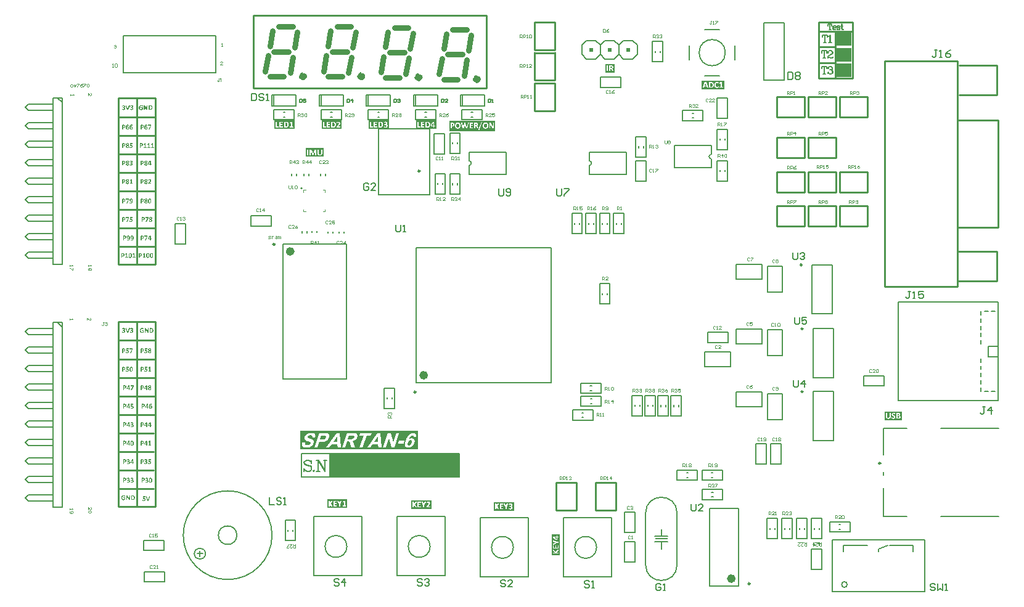
<source format=gto>
%FSLAX43Y43*%
%MOMM*%
G71*
G01*
G75*
%ADD10R,0.650X0.600*%
%ADD11R,0.500X0.600*%
%ADD12R,0.800X0.800*%
%ADD13R,0.900X1.300*%
%ADD14R,1.300X0.900*%
%ADD15R,0.800X0.800*%
%ADD16R,0.850X0.600*%
%ADD17R,0.600X0.850*%
%ADD18R,0.600X0.650*%
%ADD19R,0.600X0.500*%
%ADD20O,1.800X0.300*%
%ADD21O,0.300X1.800*%
%ADD22O,2.100X0.450*%
%ADD23R,2.400X3.300*%
%ADD24R,2.400X1.000*%
%ADD25O,0.510X2.000*%
%ADD26R,0.510X2.000*%
%ADD27R,2.400X2.500*%
%ADD28R,2.500X2.500*%
%ADD29O,1.650X0.550*%
%ADD30O,0.700X0.200*%
%ADD31O,0.200X0.700*%
%ADD32C,0.254*%
%ADD33C,0.200*%
%ADD34C,1.000*%
%ADD35C,0.250*%
%ADD36C,1.500*%
%ADD37C,0.500*%
%ADD38C,0.245*%
%ADD39O,1.800X1.524*%
%ADD40O,1.800X1.500*%
%ADD41O,5.000X4.000*%
%ADD42C,3.000*%
%ADD43P,1.524X8X112.5*%
%ADD44C,0.600*%
%ADD45C,5.000*%
%ADD46C,1.700*%
%ADD47O,1.700X3.556*%
G04:AMPARAMS|DCode=48|XSize=2.032mm|YSize=1.524mm|CornerRadius=0mm|HoleSize=0mm|Usage=FLASHONLY|Rotation=270.000|XOffset=0mm|YOffset=0mm|HoleType=Round|Shape=Octagon|*
%AMOCTAGOND48*
4,1,8,-0.381,-1.016,0.381,-1.016,0.762,-0.635,0.762,0.635,0.381,1.016,-0.381,1.016,-0.762,0.635,-0.762,-0.635,-0.381,-1.016,0.0*
%
%ADD48OCTAGOND48*%

%ADD49O,2.400X1.800*%
%ADD50R,2.400X1.800*%
G04:AMPARAMS|DCode=51|XSize=1.2mm|YSize=1.6mm|CornerRadius=0.3mm|HoleSize=0mm|Usage=FLASHONLY|Rotation=270.000|XOffset=0mm|YOffset=0mm|HoleType=Round|Shape=RoundedRectangle|*
%AMROUNDEDRECTD51*
21,1,1.200,1.000,0,0,270.0*
21,1,0.600,1.600,0,0,270.0*
1,1,0.600,-0.500,-0.300*
1,1,0.600,-0.500,0.300*
1,1,0.600,0.500,0.300*
1,1,0.600,0.500,-0.300*
%
%ADD51ROUNDEDRECTD51*%
%ADD52R,1.600X1.200*%
%ADD53C,1.397*%
%ADD54C,3.800*%
%ADD55O,1.600X1.900*%
%ADD56R,1.600X1.900*%
%ADD57C,2.032*%
%ADD58R,2.032X2.032*%
%ADD59C,1.500*%
%ADD60R,1.500X1.500*%
%ADD61R,1.500X1.500*%
%ADD62C,2.500*%
%ADD63P,2.337X8X202.5*%
%ADD64C,0.700*%
%ADD65C,1.000*%
%ADD66C,0.255*%
%ADD67C,0.800*%
%ADD68C,0.178*%
%ADD69C,0.860*%
%ADD70C,0.127*%
%ADD71C,0.600*%
%ADD72C,0.152*%
%ADD73C,0.203*%
%ADD74C,0.762*%
%ADD75C,0.051*%
%ADD76C,0.120*%
%ADD77C,0.150*%
%ADD78R,17.755X3.175*%
%ADD79R,2.159X1.905*%
%ADD80R,0.508X0.508*%
%ADD81R,1.778X0.254*%
G36*
X75469Y141349D02*
X75470D01*
X75472Y141348D01*
X75476Y141345D01*
X75478Y141342D01*
X75480Y141341D01*
X75481Y141337D01*
X75482Y141332D01*
X75483Y141325D01*
Y141323D01*
X75484Y141318D01*
X75486Y141308D01*
Y141296D01*
Y141295D01*
Y141294D01*
Y141288D01*
Y141279D01*
X75484Y141271D01*
Y141270D01*
X75483Y141265D01*
X75482Y141259D01*
X75481Y141252D01*
Y141251D01*
X75480Y141247D01*
X75478Y141241D01*
X75476Y141235D01*
Y141234D01*
X75475Y141230D01*
X75472Y141224D01*
X75470Y141217D01*
X75261Y140733D01*
Y140732D01*
X75259Y140729D01*
X75253Y140722D01*
X75252D01*
X75249Y140720D01*
X75246Y140718D01*
X75240Y140717D01*
X75239D01*
X75234Y140716D01*
X75227D01*
X75218Y140715D01*
X75210D01*
X75200Y140714D01*
X75158D01*
X75145Y140715D01*
X75143D01*
X75137Y140716D01*
X75130Y140717D01*
X75124Y140720D01*
X75122Y140721D01*
X75120Y140723D01*
X75118Y140726D01*
X75115Y140729D01*
Y140730D01*
X75116Y140733D01*
X75118Y140738D01*
X75120Y140744D01*
X75344Y141240D01*
X75076D01*
X75071Y141241D01*
X75066Y141246D01*
X75064Y141248D01*
X75061Y141253D01*
Y141254D01*
X75060Y141255D01*
Y141259D01*
X75059Y141264D01*
X75058Y141269D01*
Y141276D01*
X75056Y141285D01*
Y141295D01*
Y141296D01*
Y141297D01*
Y141305D01*
Y141312D01*
X75058Y141320D01*
Y141323D01*
X75059Y141326D01*
X75060Y141332D01*
X75061Y141338D01*
Y141339D01*
X75062Y141342D01*
X75065Y141345D01*
X75067Y141348D01*
X75068Y141349D01*
X75071Y141350D01*
X75073Y141351D01*
X75459D01*
X75469Y141349D01*
D02*
G37*
G36*
X72376Y110616D02*
X72379Y110614D01*
X72380D01*
X72381Y110611D01*
X72383Y110609D01*
X72386Y110604D01*
Y110603D01*
X72387Y110599D01*
X72388Y110595D01*
X72389Y110587D01*
Y110585D01*
X72391Y110580D01*
X72392Y110572D01*
Y110562D01*
Y110561D01*
Y110557D01*
Y110553D01*
X72391Y110547D01*
X72389Y110532D01*
X72388Y110526D01*
X72386Y110520D01*
X72385Y110518D01*
X72382Y110514D01*
X72377Y110510D01*
X72375Y110508D01*
X72371Y110507D01*
X72146D01*
Y110370D01*
X72148D01*
X72157Y110372D01*
X72168Y110373D01*
X72186D01*
X72190Y110374D01*
X72224D01*
X72234Y110373D01*
X72247D01*
X72260Y110370D01*
X72275Y110368D01*
X72291Y110366D01*
X72307Y110361D01*
X72308D01*
X72314Y110358D01*
X72321Y110356D01*
X72329Y110352D01*
X72340Y110348D01*
X72352Y110342D01*
X72374Y110326D01*
X72375Y110325D01*
X72379Y110322D01*
X72383Y110316D01*
X72389Y110310D01*
X72397Y110302D01*
X72404Y110293D01*
X72410Y110281D01*
X72416Y110269D01*
X72417Y110267D01*
X72418Y110263D01*
X72421Y110255D01*
X72423Y110246D01*
X72425Y110234D01*
X72428Y110221D01*
X72430Y110205D01*
Y110188D01*
Y110186D01*
Y110180D01*
X72429Y110170D01*
X72428Y110157D01*
X72425Y110143D01*
X72423Y110127D01*
X72418Y110111D01*
X72412Y110096D01*
X72411Y110095D01*
X72409Y110089D01*
X72405Y110082D01*
X72399Y110072D01*
X72392Y110061D01*
X72383Y110050D01*
X72373Y110038D01*
X72361Y110028D01*
X72359Y110026D01*
X72355Y110023D01*
X72347Y110018D01*
X72339Y110012D01*
X72327Y110005D01*
X72314Y109999D01*
X72299Y109992D01*
X72283Y109986D01*
X72280D01*
X72274Y109983D01*
X72266Y109981D01*
X72253Y109978D01*
X72238Y109976D01*
X72220Y109974D01*
X72201Y109972D01*
X72181Y109971D01*
X72170D01*
X72163Y109972D01*
X72154D01*
X72145Y109974D01*
X72124Y109976D01*
X72123D01*
X72120Y109977D01*
X72115D01*
X72109Y109978D01*
X72093Y109981D01*
X72076Y109984D01*
X72075D01*
X72073Y109986D01*
X72069Y109987D01*
X72064Y109988D01*
X72054Y109992D01*
X72043Y109995D01*
X72040Y109996D01*
X72036Y109999D01*
X72030Y110002D01*
X72025Y110005D01*
Y110006D01*
X72023Y110007D01*
X72019Y110012D01*
Y110013D01*
X72018Y110016D01*
X72015Y110023D01*
Y110024D01*
Y110028D01*
X72014Y110032D01*
Y110038D01*
Y110040D01*
Y110044D01*
Y110052D01*
Y110060D01*
Y110061D01*
Y110062D01*
Y110068D01*
Y110077D01*
Y110084D01*
Y110085D01*
X72015Y110090D01*
X72017Y110093D01*
X72018Y110098D01*
Y110099D01*
X72019Y110102D01*
X72021Y110104D01*
X72023Y110107D01*
X72024Y110108D01*
X72025Y110109D01*
X72027Y110110D01*
X72031D01*
X72033Y110109D01*
X72038Y110108D01*
X72044Y110104D01*
X72046Y110103D01*
X72051Y110101D01*
X72060Y110096D01*
X72070Y110091D01*
X72072D01*
X72074Y110090D01*
X72078Y110089D01*
X72082Y110088D01*
X72094Y110084D01*
X72111Y110079D01*
X72112D01*
X72116Y110078D01*
X72121D01*
X72127Y110077D01*
X72135Y110076D01*
X72145D01*
X72168Y110074D01*
X72178D01*
X72184Y110076D01*
X72201Y110077D01*
X72219Y110079D01*
X72220D01*
X72223Y110080D01*
X72228Y110082D01*
X72234Y110084D01*
X72245Y110090D01*
X72259Y110098D01*
X72260Y110099D01*
X72261Y110101D01*
X72268Y110108D01*
X72277Y110117D01*
X72284Y110131D01*
Y110132D01*
X72285Y110134D01*
X72287Y110139D01*
X72289Y110144D01*
X72291Y110151D01*
X72292Y110159D01*
X72293Y110177D01*
Y110179D01*
Y110181D01*
Y110186D01*
X72292Y110192D01*
X72290Y110205D01*
X72285Y110219D01*
Y110221D01*
X72284Y110223D01*
X72279Y110230D01*
X72272Y110241D01*
X72262Y110251D01*
X72261Y110252D01*
X72260Y110253D01*
X72256Y110255D01*
X72252Y110258D01*
X72238Y110264D01*
X72222Y110270D01*
X72220D01*
X72217Y110271D01*
X72212Y110272D01*
X72205Y110273D01*
X72195Y110275D01*
X72186Y110276D01*
X72174Y110277D01*
X72144D01*
X72127Y110276D01*
X72109Y110273D01*
X72105D01*
X72100Y110272D01*
X72094D01*
X72081Y110271D01*
X72063D01*
X72057Y110272D01*
X72051Y110273D01*
X72045Y110277D01*
X72044Y110278D01*
X72043Y110283D01*
X72040Y110291D01*
X72039Y110303D01*
Y110580D01*
Y110581D01*
Y110584D01*
X72040Y110591D01*
X72043Y110599D01*
X72046Y110608D01*
X72048Y110609D01*
X72052Y110613D01*
X72060Y110616D01*
X72070Y110617D01*
X72374D01*
X72376Y110616D01*
D02*
G37*
G36*
X75482Y113410D02*
X75503Y113409D01*
X75525Y113407D01*
X75549Y113403D01*
X75573Y113398D01*
X75596Y113391D01*
X75597D01*
X75598Y113390D01*
X75606Y113387D01*
X75618Y113383D01*
X75631Y113375D01*
X75646Y113367D01*
X75663Y113357D01*
X75680Y113345D01*
X75696Y113331D01*
X75698Y113330D01*
X75703Y113324D01*
X75710Y113315D01*
X75718Y113305D01*
X75729Y113290D01*
X75739Y113275D01*
X75749Y113256D01*
X75758Y113235D01*
Y113234D01*
X75759Y113233D01*
X75760Y113229D01*
X75761Y113226D01*
X75765Y113214D01*
X75769Y113197D01*
X75772Y113178D01*
X75776Y113155D01*
X75778Y113130D01*
X75779Y113102D01*
Y113101D01*
Y113099D01*
Y113094D01*
Y113088D01*
X75778Y113081D01*
Y113071D01*
X75777Y113051D01*
X75773Y113027D01*
X75770Y113003D01*
X75764Y112976D01*
X75755Y112952D01*
Y112951D01*
X75754Y112950D01*
X75752Y112943D01*
X75746Y112931D01*
X75739Y112916D01*
X75729Y112901D01*
X75718Y112884D01*
X75705Y112867D01*
X75690Y112852D01*
X75687Y112850D01*
X75682Y112846D01*
X75673Y112838D01*
X75661Y112830D01*
X75646Y112820D01*
X75628Y112811D01*
X75608Y112801D01*
X75586Y112794D01*
X75585D01*
X75584Y112793D01*
X75580D01*
X75576Y112792D01*
X75570Y112790D01*
X75562Y112788D01*
X75546Y112786D01*
X75524Y112782D01*
X75499Y112778D01*
X75471Y112777D01*
X75441Y112776D01*
X75287D01*
X75280Y112777D01*
X75271Y112780D01*
X75263Y112784D01*
X75262Y112787D01*
X75258Y112792D01*
X75253Y112802D01*
X75252Y112808D01*
Y112817D01*
Y113371D01*
Y113372D01*
Y113374D01*
X75253Y113378D01*
Y113383D01*
X75257Y113393D01*
X75263Y113402D01*
X75265Y113403D01*
X75270Y113407D01*
X75278Y113410D01*
X75289Y113411D01*
X75474D01*
X75482Y113410D01*
D02*
G37*
G36*
X74262Y141350D02*
X74277Y141349D01*
X74281D01*
X74286Y141348D01*
X74290D01*
X74298Y141347D01*
X74306Y141345D01*
X74325Y141342D01*
X74326D01*
X74330Y141341D01*
X74336Y141339D01*
X74343Y141337D01*
X74352Y141333D01*
X74361Y141330D01*
X74383Y141320D01*
X74384Y141319D01*
X74387Y141318D01*
X74393Y141314D01*
X74401Y141311D01*
X74416Y141297D01*
X74433Y141282D01*
X74434Y141281D01*
X74437Y141278D01*
X74440Y141273D01*
X74445Y141266D01*
X74450Y141259D01*
X74455Y141249D01*
X74464Y141228D01*
Y141227D01*
X74467Y141222D01*
X74468Y141216D01*
X74470Y141208D01*
X74473Y141197D01*
X74474Y141186D01*
X74476Y141173D01*
Y141158D01*
Y141156D01*
Y141149D01*
X74475Y141139D01*
X74474Y141126D01*
X74473Y141112D01*
X74469Y141095D01*
X74465Y141079D01*
X74459Y141062D01*
X74458Y141061D01*
X74456Y141055D01*
X74452Y141048D01*
X74447Y141038D01*
X74440Y141028D01*
X74432Y141016D01*
X74422Y141004D01*
X74410Y140993D01*
X74409Y140992D01*
X74404Y140988D01*
X74397Y140983D01*
X74389Y140977D01*
X74377Y140970D01*
X74364Y140964D01*
X74348Y140957D01*
X74331Y140951D01*
X74329D01*
X74323Y140949D01*
X74313Y140946D01*
X74301Y140944D01*
X74284Y140941D01*
X74266Y140939D01*
X74246Y140938D01*
X74223Y140937D01*
X74170D01*
Y140734D01*
Y140733D01*
Y140732D01*
X74169Y140728D01*
X74167Y140724D01*
X74166D01*
X74164Y140722D01*
X74161Y140721D01*
X74156Y140718D01*
X74155D01*
X74151Y140717D01*
X74144Y140716D01*
X74136Y140715D01*
X74127D01*
X74118Y140714D01*
X74084D01*
X74073Y140715D01*
X74071D01*
X74066Y140716D01*
X74060Y140717D01*
X74053Y140718D01*
X74052D01*
X74049Y140720D01*
X74046Y140722D01*
X74043Y140724D01*
Y140726D01*
X74042Y140728D01*
X74041Y140734D01*
Y141305D01*
Y141306D01*
Y141308D01*
X74042Y141313D01*
Y141318D01*
X74046Y141329D01*
X74053Y141339D01*
X74055Y141342D01*
X74061Y141345D01*
X74071Y141349D01*
X74084Y141351D01*
X74248D01*
X74262Y141350D01*
D02*
G37*
G36*
X72929Y110615D02*
X72930D01*
X72932Y110614D01*
X72936Y110611D01*
X72938Y110608D01*
X72940Y110607D01*
X72941Y110603D01*
X72942Y110598D01*
X72943Y110591D01*
Y110589D01*
X72944Y110584D01*
X72946Y110574D01*
Y110562D01*
Y110561D01*
Y110560D01*
Y110554D01*
Y110545D01*
X72944Y110537D01*
Y110536D01*
X72943Y110531D01*
X72942Y110525D01*
X72941Y110518D01*
Y110517D01*
X72940Y110513D01*
X72938Y110507D01*
X72936Y110501D01*
Y110500D01*
X72935Y110496D01*
X72932Y110490D01*
X72930Y110483D01*
X72721Y109999D01*
Y109998D01*
X72719Y109995D01*
X72713Y109988D01*
X72712D01*
X72709Y109986D01*
X72706Y109984D01*
X72700Y109983D01*
X72699D01*
X72694Y109982D01*
X72687D01*
X72678Y109981D01*
X72670D01*
X72660Y109980D01*
X72618D01*
X72605Y109981D01*
X72603D01*
X72597Y109982D01*
X72590Y109983D01*
X72584Y109986D01*
X72582Y109987D01*
X72580Y109989D01*
X72578Y109992D01*
X72575Y109995D01*
Y109996D01*
X72576Y109999D01*
X72578Y110004D01*
X72580Y110010D01*
X72804Y110506D01*
X72536D01*
X72531Y110507D01*
X72526Y110512D01*
X72524Y110514D01*
X72521Y110519D01*
Y110520D01*
X72520Y110521D01*
Y110525D01*
X72519Y110530D01*
X72518Y110535D01*
Y110542D01*
X72516Y110551D01*
Y110561D01*
Y110562D01*
Y110563D01*
Y110571D01*
Y110578D01*
X72518Y110586D01*
Y110589D01*
X72519Y110592D01*
X72520Y110598D01*
X72521Y110604D01*
Y110605D01*
X72522Y110608D01*
X72525Y110611D01*
X72527Y110614D01*
X72528Y110615D01*
X72531Y110616D01*
X72533Y110617D01*
X72919D01*
X72929Y110615D01*
D02*
G37*
G36*
X71722Y110616D02*
X71737Y110615D01*
X71741D01*
X71746Y110614D01*
X71750D01*
X71758Y110613D01*
X71766Y110611D01*
X71785Y110608D01*
X71786D01*
X71790Y110607D01*
X71796Y110605D01*
X71803Y110603D01*
X71812Y110599D01*
X71821Y110596D01*
X71843Y110586D01*
X71844Y110585D01*
X71847Y110584D01*
X71853Y110580D01*
X71861Y110577D01*
X71876Y110563D01*
X71893Y110548D01*
X71894Y110547D01*
X71897Y110544D01*
X71900Y110539D01*
X71905Y110532D01*
X71910Y110525D01*
X71915Y110516D01*
X71924Y110494D01*
Y110493D01*
X71927Y110488D01*
X71928Y110482D01*
X71930Y110474D01*
X71933Y110463D01*
X71934Y110452D01*
X71936Y110439D01*
Y110424D01*
Y110422D01*
Y110415D01*
X71935Y110405D01*
X71934Y110392D01*
X71933Y110378D01*
X71929Y110361D01*
X71925Y110345D01*
X71919Y110328D01*
X71918Y110327D01*
X71916Y110321D01*
X71912Y110314D01*
X71907Y110304D01*
X71900Y110294D01*
X71892Y110282D01*
X71882Y110270D01*
X71870Y110259D01*
X71869Y110258D01*
X71864Y110254D01*
X71857Y110249D01*
X71849Y110243D01*
X71837Y110236D01*
X71824Y110230D01*
X71808Y110223D01*
X71791Y110217D01*
X71789D01*
X71783Y110215D01*
X71773Y110212D01*
X71761Y110210D01*
X71744Y110207D01*
X71726Y110205D01*
X71706Y110204D01*
X71683Y110203D01*
X71630D01*
Y110000D01*
Y109999D01*
Y109998D01*
X71629Y109994D01*
X71627Y109990D01*
X71626D01*
X71624Y109988D01*
X71621Y109987D01*
X71616Y109984D01*
X71615D01*
X71611Y109983D01*
X71604Y109982D01*
X71596Y109981D01*
X71587D01*
X71578Y109980D01*
X71544D01*
X71533Y109981D01*
X71531D01*
X71526Y109982D01*
X71520Y109983D01*
X71513Y109984D01*
X71512D01*
X71509Y109986D01*
X71506Y109988D01*
X71503Y109990D01*
Y109992D01*
X71502Y109994D01*
X71501Y110000D01*
Y110571D01*
Y110572D01*
Y110574D01*
X71502Y110579D01*
Y110584D01*
X71506Y110595D01*
X71513Y110605D01*
X71515Y110608D01*
X71521Y110611D01*
X71531Y110615D01*
X71544Y110617D01*
X71708D01*
X71722Y110616D01*
D02*
G37*
G36*
X72303Y141361D02*
X72316Y141360D01*
X72320D01*
X72323Y141359D01*
X72328D01*
X72339Y141356D01*
X72351Y141354D01*
X72353D01*
X72361Y141351D01*
X72370Y141349D01*
X72379Y141345D01*
X72381D01*
X72385Y141343D01*
X72391Y141341D01*
X72394Y141338D01*
X72395D01*
X72397Y141336D01*
X72400Y141331D01*
X72401Y141329D01*
X72404Y141323D01*
Y141321D01*
X72405Y141319D01*
Y141315D01*
Y141311D01*
Y141309D01*
X72406Y141307D01*
Y141301D01*
Y141295D01*
Y141294D01*
Y141293D01*
Y141285D01*
Y141277D01*
X72405Y141269D01*
Y141267D01*
X72404Y141263D01*
X72403Y141258D01*
X72401Y141253D01*
Y141252D01*
X72400Y141251D01*
X72397Y141246D01*
X72394Y141245D01*
X72388Y141244D01*
X72385D01*
X72379Y141245D01*
X72373Y141246D01*
X72371Y141247D01*
X72367Y141248D01*
X72359Y141251D01*
X72351Y141253D01*
X72349Y141254D01*
X72343Y141255D01*
X72332Y141258D01*
X72320Y141260D01*
X72319D01*
X72316Y141261D01*
X72313D01*
X72308Y141263D01*
X72295Y141264D01*
X72272D01*
X72263Y141263D01*
X72255Y141261D01*
X72244Y141260D01*
X72232Y141258D01*
X72222Y141253D01*
X72211Y141248D01*
X72210Y141247D01*
X72206Y141246D01*
X72201Y141242D01*
X72195Y141238D01*
X72181Y141226D01*
X72166Y141209D01*
X72165Y141208D01*
X72164Y141204D01*
X72160Y141199D01*
X72157Y141192D01*
X72153Y141184D01*
X72148Y141174D01*
X72141Y141150D01*
Y141149D01*
X72140Y141144D01*
X72139Y141138D01*
X72138Y141128D01*
X72136Y141118D01*
X72135Y141106D01*
X72133Y141079D01*
X72135Y141080D01*
X72140Y141084D01*
X72148Y141088D01*
X72158Y141092D01*
X72159D01*
X72160Y141094D01*
X72168Y141097D01*
X72177Y141101D01*
X72188Y141104D01*
X72189D01*
X72190Y141106D01*
X72194D01*
X72199Y141107D01*
X72211Y141110D01*
X72224Y141113D01*
X72225D01*
X72228Y141114D01*
X72231D01*
X72236Y141115D01*
X72249Y141116D01*
X72273D01*
X72281Y141115D01*
X72293D01*
X72305Y141113D01*
X72320Y141110D01*
X72333Y141107D01*
X72346Y141102D01*
X72347D01*
X72352Y141100D01*
X72358Y141096D01*
X72367Y141092D01*
X72385Y141080D01*
X72394Y141072D01*
X72403Y141064D01*
X72404Y141062D01*
X72406Y141059D01*
X72410Y141054D01*
X72415Y141047D01*
X72421Y141038D01*
X72425Y141029D01*
X72430Y141017D01*
X72435Y141005D01*
Y141004D01*
X72436Y140999D01*
X72439Y140992D01*
X72441Y140982D01*
X72442Y140971D01*
X72445Y140958D01*
X72446Y140944D01*
Y140928D01*
Y140926D01*
Y140920D01*
X72445Y140911D01*
X72443Y140899D01*
X72442Y140885D01*
X72440Y140871D01*
X72435Y140854D01*
X72430Y140838D01*
X72429Y140837D01*
X72428Y140831D01*
X72424Y140824D01*
X72419Y140814D01*
X72413Y140804D01*
X72406Y140792D01*
X72397Y140780D01*
X72387Y140768D01*
X72386Y140766D01*
X72382Y140763D01*
X72376Y140758D01*
X72368Y140751D01*
X72357Y140744D01*
X72345Y140736D01*
X72332Y140729D01*
X72316Y140722D01*
X72314Y140721D01*
X72309Y140720D01*
X72301Y140717D01*
X72289Y140714D01*
X72275Y140710D01*
X72259Y140708D01*
X72241Y140706D01*
X72222Y140705D01*
X72206D01*
X72195Y140706D01*
X72183Y140708D01*
X72170Y140709D01*
X72144Y140715D01*
X72142D01*
X72139Y140717D01*
X72132Y140718D01*
X72124Y140722D01*
X72106Y140732D01*
X72087Y140744D01*
X72086Y140745D01*
X72084Y140747D01*
X72079Y140751D01*
X72073Y140757D01*
X72067Y140763D01*
X72061Y140771D01*
X72048Y140789D01*
X72046Y140790D01*
X72045Y140794D01*
X72042Y140800D01*
X72039Y140807D01*
X72035Y140817D01*
X72031Y140826D01*
X72023Y140850D01*
Y140851D01*
X72021Y140856D01*
X72020Y140863D01*
X72018Y140872D01*
X72017Y140883D01*
X72014Y140896D01*
X72012Y140909D01*
X72011Y140923D01*
Y140926D01*
Y140931D01*
X72009Y140939D01*
Y140950D01*
Y140962D01*
X72008Y140976D01*
Y140992D01*
Y141009D01*
Y141010D01*
Y141015D01*
Y141023D01*
Y141033D01*
X72009Y141044D01*
Y141058D01*
X72012Y141086D01*
Y141089D01*
X72013Y141094D01*
Y141101D01*
X72015Y141112D01*
X72017Y141124D01*
X72019Y141137D01*
X72025Y141166D01*
Y141168D01*
X72027Y141173D01*
X72030Y141180D01*
X72033Y141190D01*
X72037Y141202D01*
X72042Y141215D01*
X72055Y141241D01*
X72056Y141242D01*
X72058Y141247D01*
X72062Y141254D01*
X72068Y141263D01*
X72075Y141272D01*
X72084Y141283D01*
X72093Y141293D01*
X72104Y141303D01*
X72105Y141305D01*
X72110Y141308D01*
X72116Y141313D01*
X72124Y141319D01*
X72135Y141325D01*
X72148Y141332D01*
X72162Y141339D01*
X72177Y141345D01*
X72180Y141347D01*
X72184Y141348D01*
X72194Y141350D01*
X72206Y141354D01*
X72222Y141357D01*
X72238Y141360D01*
X72257Y141361D01*
X72279Y141362D01*
X72291D01*
X72303Y141361D01*
D02*
G37*
G36*
X74843D02*
X74856Y141360D01*
X74860D01*
X74863Y141359D01*
X74868D01*
X74879Y141356D01*
X74891Y141354D01*
X74893D01*
X74901Y141351D01*
X74910Y141349D01*
X74919Y141345D01*
X74921D01*
X74925Y141343D01*
X74931Y141341D01*
X74934Y141338D01*
X74935D01*
X74937Y141336D01*
X74940Y141331D01*
X74941Y141329D01*
X74944Y141323D01*
Y141321D01*
X74945Y141319D01*
Y141315D01*
Y141311D01*
Y141309D01*
X74946Y141307D01*
Y141301D01*
Y141295D01*
Y141294D01*
Y141293D01*
Y141285D01*
Y141277D01*
X74945Y141269D01*
Y141267D01*
X74944Y141263D01*
X74943Y141258D01*
X74941Y141253D01*
Y141252D01*
X74940Y141251D01*
X74937Y141246D01*
X74934Y141245D01*
X74928Y141244D01*
X74925D01*
X74919Y141245D01*
X74913Y141246D01*
X74911Y141247D01*
X74907Y141248D01*
X74899Y141251D01*
X74891Y141253D01*
X74889Y141254D01*
X74883Y141255D01*
X74872Y141258D01*
X74860Y141260D01*
X74859D01*
X74856Y141261D01*
X74853D01*
X74848Y141263D01*
X74835Y141264D01*
X74812D01*
X74803Y141263D01*
X74795Y141261D01*
X74784Y141260D01*
X74772Y141258D01*
X74762Y141253D01*
X74751Y141248D01*
X74750Y141247D01*
X74746Y141246D01*
X74741Y141242D01*
X74735Y141238D01*
X74721Y141226D01*
X74706Y141209D01*
X74705Y141208D01*
X74704Y141204D01*
X74700Y141199D01*
X74697Y141192D01*
X74693Y141184D01*
X74688Y141174D01*
X74681Y141150D01*
Y141149D01*
X74680Y141144D01*
X74679Y141138D01*
X74678Y141128D01*
X74676Y141118D01*
X74675Y141106D01*
X74673Y141079D01*
X74675Y141080D01*
X74680Y141084D01*
X74688Y141088D01*
X74698Y141092D01*
X74699D01*
X74700Y141094D01*
X74708Y141097D01*
X74717Y141101D01*
X74728Y141104D01*
X74729D01*
X74730Y141106D01*
X74734D01*
X74739Y141107D01*
X74751Y141110D01*
X74764Y141113D01*
X74765D01*
X74768Y141114D01*
X74771D01*
X74776Y141115D01*
X74789Y141116D01*
X74813D01*
X74821Y141115D01*
X74833D01*
X74845Y141113D01*
X74860Y141110D01*
X74873Y141107D01*
X74886Y141102D01*
X74887D01*
X74892Y141100D01*
X74898Y141096D01*
X74907Y141092D01*
X74925Y141080D01*
X74934Y141072D01*
X74943Y141064D01*
X74944Y141062D01*
X74946Y141059D01*
X74950Y141054D01*
X74955Y141047D01*
X74961Y141038D01*
X74965Y141029D01*
X74970Y141017D01*
X74975Y141005D01*
Y141004D01*
X74976Y140999D01*
X74979Y140992D01*
X74981Y140982D01*
X74982Y140971D01*
X74985Y140958D01*
X74986Y140944D01*
Y140928D01*
Y140926D01*
Y140920D01*
X74985Y140911D01*
X74983Y140899D01*
X74982Y140885D01*
X74980Y140871D01*
X74975Y140854D01*
X74970Y140838D01*
X74969Y140837D01*
X74968Y140831D01*
X74964Y140824D01*
X74959Y140814D01*
X74953Y140804D01*
X74946Y140792D01*
X74937Y140780D01*
X74927Y140768D01*
X74926Y140766D01*
X74922Y140763D01*
X74916Y140758D01*
X74908Y140751D01*
X74897Y140744D01*
X74885Y140736D01*
X74872Y140729D01*
X74856Y140722D01*
X74854Y140721D01*
X74849Y140720D01*
X74841Y140717D01*
X74829Y140714D01*
X74815Y140710D01*
X74799Y140708D01*
X74781Y140706D01*
X74762Y140705D01*
X74746D01*
X74735Y140706D01*
X74723Y140708D01*
X74710Y140709D01*
X74684Y140715D01*
X74682D01*
X74679Y140717D01*
X74672Y140718D01*
X74664Y140722D01*
X74646Y140732D01*
X74627Y140744D01*
X74626Y140745D01*
X74624Y140747D01*
X74619Y140751D01*
X74613Y140757D01*
X74607Y140763D01*
X74601Y140771D01*
X74588Y140789D01*
X74586Y140790D01*
X74585Y140794D01*
X74582Y140800D01*
X74579Y140807D01*
X74575Y140817D01*
X74571Y140826D01*
X74563Y140850D01*
Y140851D01*
X74561Y140856D01*
X74560Y140863D01*
X74558Y140872D01*
X74557Y140883D01*
X74554Y140896D01*
X74552Y140909D01*
X74551Y140923D01*
Y140926D01*
Y140931D01*
X74549Y140939D01*
Y140950D01*
Y140962D01*
X74548Y140976D01*
Y140992D01*
Y141009D01*
Y141010D01*
Y141015D01*
Y141023D01*
Y141033D01*
X74549Y141044D01*
Y141058D01*
X74552Y141086D01*
Y141089D01*
X74553Y141094D01*
Y141101D01*
X74555Y141112D01*
X74557Y141124D01*
X74559Y141137D01*
X74565Y141166D01*
Y141168D01*
X74567Y141173D01*
X74570Y141180D01*
X74573Y141190D01*
X74577Y141202D01*
X74582Y141215D01*
X74595Y141241D01*
X74596Y141242D01*
X74598Y141247D01*
X74602Y141254D01*
X74608Y141263D01*
X74615Y141272D01*
X74624Y141283D01*
X74633Y141293D01*
X74644Y141303D01*
X74645Y141305D01*
X74650Y141308D01*
X74656Y141313D01*
X74664Y141319D01*
X74675Y141325D01*
X74688Y141332D01*
X74702Y141339D01*
X74717Y141345D01*
X74720Y141347D01*
X74724Y141348D01*
X74734Y141350D01*
X74746Y141354D01*
X74762Y141357D01*
X74778Y141360D01*
X74797Y141361D01*
X74819Y141362D01*
X74831D01*
X74843Y141361D01*
D02*
G37*
G36*
X71722Y141350D02*
X71737Y141349D01*
X71741D01*
X71746Y141348D01*
X71750D01*
X71758Y141347D01*
X71766Y141345D01*
X71785Y141342D01*
X71786D01*
X71790Y141341D01*
X71796Y141339D01*
X71803Y141337D01*
X71812Y141333D01*
X71821Y141330D01*
X71843Y141320D01*
X71844Y141319D01*
X71847Y141318D01*
X71853Y141314D01*
X71861Y141311D01*
X71876Y141297D01*
X71893Y141282D01*
X71894Y141281D01*
X71897Y141278D01*
X71900Y141273D01*
X71905Y141266D01*
X71910Y141259D01*
X71915Y141249D01*
X71924Y141228D01*
Y141227D01*
X71927Y141222D01*
X71928Y141216D01*
X71930Y141208D01*
X71933Y141197D01*
X71934Y141186D01*
X71936Y141173D01*
Y141158D01*
Y141156D01*
Y141149D01*
X71935Y141139D01*
X71934Y141126D01*
X71933Y141112D01*
X71929Y141095D01*
X71925Y141079D01*
X71919Y141062D01*
X71918Y141061D01*
X71916Y141055D01*
X71912Y141048D01*
X71907Y141038D01*
X71900Y141028D01*
X71892Y141016D01*
X71882Y141004D01*
X71870Y140993D01*
X71869Y140992D01*
X71864Y140988D01*
X71857Y140983D01*
X71849Y140977D01*
X71837Y140970D01*
X71824Y140964D01*
X71808Y140957D01*
X71791Y140951D01*
X71789D01*
X71783Y140949D01*
X71773Y140946D01*
X71761Y140944D01*
X71744Y140941D01*
X71726Y140939D01*
X71706Y140938D01*
X71683Y140937D01*
X71630D01*
Y140734D01*
Y140733D01*
Y140732D01*
X71629Y140728D01*
X71627Y140724D01*
X71626D01*
X71624Y140722D01*
X71621Y140721D01*
X71616Y140718D01*
X71615D01*
X71611Y140717D01*
X71604Y140716D01*
X71596Y140715D01*
X71587D01*
X71578Y140714D01*
X71544D01*
X71533Y140715D01*
X71531D01*
X71526Y140716D01*
X71520Y140717D01*
X71513Y140718D01*
X71512D01*
X71509Y140720D01*
X71506Y140722D01*
X71503Y140724D01*
Y140726D01*
X71502Y140728D01*
X71501Y140734D01*
Y141305D01*
Y141306D01*
Y141308D01*
X71502Y141313D01*
Y141318D01*
X71506Y141329D01*
X71513Y141339D01*
X71515Y141342D01*
X71521Y141345D01*
X71531Y141349D01*
X71544Y141351D01*
X71708D01*
X71722Y141350D01*
D02*
G37*
G36*
X72886Y138810D02*
X72888Y138808D01*
X72889D01*
X72891Y138805D01*
X72893Y138803D01*
X72895Y138798D01*
Y138797D01*
X72896Y138793D01*
X72898Y138789D01*
X72899Y138781D01*
Y138779D01*
X72900Y138774D01*
X72901Y138766D01*
Y138756D01*
Y138755D01*
Y138751D01*
Y138747D01*
X72900Y138741D01*
X72899Y138726D01*
X72898Y138720D01*
X72895Y138714D01*
X72894Y138712D01*
X72892Y138708D01*
X72887Y138704D01*
X72885Y138702D01*
X72881Y138701D01*
X72656D01*
Y138564D01*
X72658D01*
X72666Y138566D01*
X72677Y138567D01*
X72695D01*
X72700Y138568D01*
X72733D01*
X72743Y138567D01*
X72756D01*
X72769Y138564D01*
X72785Y138562D01*
X72801Y138560D01*
X72816Y138555D01*
X72817D01*
X72823Y138552D01*
X72831Y138550D01*
X72839Y138546D01*
X72850Y138542D01*
X72862Y138536D01*
X72883Y138520D01*
X72885Y138519D01*
X72888Y138516D01*
X72893Y138510D01*
X72899Y138504D01*
X72906Y138496D01*
X72913Y138487D01*
X72919Y138475D01*
X72925Y138463D01*
X72926Y138461D01*
X72928Y138457D01*
X72930Y138449D01*
X72932Y138440D01*
X72935Y138428D01*
X72937Y138415D01*
X72940Y138399D01*
Y138382D01*
Y138380D01*
Y138374D01*
X72938Y138364D01*
X72937Y138351D01*
X72935Y138337D01*
X72932Y138321D01*
X72928Y138305D01*
X72922Y138290D01*
X72920Y138289D01*
X72918Y138283D01*
X72914Y138276D01*
X72908Y138266D01*
X72901Y138255D01*
X72893Y138244D01*
X72882Y138232D01*
X72870Y138222D01*
X72869Y138220D01*
X72864Y138217D01*
X72857Y138212D01*
X72849Y138206D01*
X72837Y138199D01*
X72823Y138193D01*
X72809Y138186D01*
X72792Y138180D01*
X72790D01*
X72784Y138177D01*
X72775Y138175D01*
X72762Y138172D01*
X72748Y138170D01*
X72730Y138168D01*
X72711Y138166D01*
X72690Y138165D01*
X72679D01*
X72672Y138166D01*
X72664D01*
X72654Y138168D01*
X72634Y138170D01*
X72633D01*
X72629Y138171D01*
X72624D01*
X72618Y138172D01*
X72603Y138175D01*
X72586Y138178D01*
X72585D01*
X72582Y138180D01*
X72579Y138181D01*
X72574Y138182D01*
X72563Y138186D01*
X72552Y138189D01*
X72550Y138190D01*
X72545Y138193D01*
X72539Y138196D01*
X72534Y138199D01*
Y138200D01*
X72532Y138201D01*
X72528Y138206D01*
Y138207D01*
X72527Y138210D01*
X72525Y138217D01*
Y138218D01*
Y138222D01*
X72524Y138226D01*
Y138232D01*
Y138234D01*
Y138238D01*
Y138246D01*
Y138254D01*
Y138255D01*
Y138256D01*
Y138262D01*
Y138271D01*
Y138278D01*
Y138279D01*
X72525Y138284D01*
X72526Y138288D01*
X72527Y138292D01*
Y138293D01*
X72528Y138296D01*
X72531Y138298D01*
X72532Y138301D01*
X72533Y138302D01*
X72534Y138303D01*
X72537Y138304D01*
X72540D01*
X72543Y138303D01*
X72548Y138302D01*
X72554Y138298D01*
X72556Y138297D01*
X72561Y138295D01*
X72569Y138290D01*
X72580Y138285D01*
X72581D01*
X72584Y138284D01*
X72587Y138283D01*
X72592Y138281D01*
X72604Y138278D01*
X72621Y138273D01*
X72622D01*
X72626Y138272D01*
X72630D01*
X72636Y138271D01*
X72645Y138270D01*
X72654D01*
X72677Y138268D01*
X72688D01*
X72694Y138270D01*
X72711Y138271D01*
X72729Y138273D01*
X72730D01*
X72732Y138274D01*
X72737Y138276D01*
X72743Y138278D01*
X72755Y138284D01*
X72768Y138292D01*
X72769Y138293D01*
X72771Y138295D01*
X72778Y138302D01*
X72786Y138311D01*
X72793Y138325D01*
Y138326D01*
X72795Y138328D01*
X72797Y138333D01*
X72798Y138338D01*
X72801Y138345D01*
X72802Y138353D01*
X72803Y138371D01*
Y138373D01*
Y138375D01*
Y138380D01*
X72802Y138386D01*
X72799Y138399D01*
X72795Y138413D01*
Y138415D01*
X72793Y138417D01*
X72789Y138424D01*
X72781Y138435D01*
X72772Y138445D01*
X72771Y138446D01*
X72769Y138447D01*
X72766Y138449D01*
X72761Y138452D01*
X72748Y138458D01*
X72731Y138464D01*
X72730D01*
X72726Y138465D01*
X72721Y138466D01*
X72714Y138467D01*
X72705Y138469D01*
X72695Y138470D01*
X72683Y138471D01*
X72653D01*
X72636Y138470D01*
X72618Y138467D01*
X72615D01*
X72610Y138466D01*
X72604D01*
X72591Y138465D01*
X72573D01*
X72567Y138466D01*
X72561Y138467D01*
X72555Y138471D01*
X72554Y138472D01*
X72552Y138477D01*
X72550Y138485D01*
X72549Y138497D01*
Y138774D01*
Y138775D01*
Y138778D01*
X72550Y138785D01*
X72552Y138793D01*
X72556Y138802D01*
X72557Y138803D01*
X72562Y138807D01*
X72569Y138810D01*
X72580Y138811D01*
X72883D01*
X72886Y138810D01*
D02*
G37*
G36*
X74135D02*
X74150Y138809D01*
X74154D01*
X74159Y138808D01*
X74163D01*
X74171Y138807D01*
X74179Y138805D01*
X74198Y138802D01*
X74199D01*
X74203Y138801D01*
X74209Y138799D01*
X74216Y138797D01*
X74225Y138793D01*
X74234Y138790D01*
X74256Y138780D01*
X74257Y138779D01*
X74260Y138778D01*
X74266Y138774D01*
X74274Y138771D01*
X74289Y138757D01*
X74306Y138742D01*
X74307Y138741D01*
X74310Y138738D01*
X74313Y138733D01*
X74318Y138726D01*
X74323Y138719D01*
X74328Y138710D01*
X74337Y138688D01*
Y138687D01*
X74340Y138682D01*
X74341Y138676D01*
X74343Y138668D01*
X74346Y138657D01*
X74347Y138646D01*
X74349Y138633D01*
Y138618D01*
Y138616D01*
Y138609D01*
X74348Y138599D01*
X74347Y138586D01*
X74346Y138572D01*
X74342Y138555D01*
X74338Y138539D01*
X74332Y138522D01*
X74331Y138521D01*
X74329Y138515D01*
X74325Y138508D01*
X74320Y138499D01*
X74313Y138488D01*
X74305Y138476D01*
X74295Y138464D01*
X74283Y138453D01*
X74282Y138452D01*
X74277Y138448D01*
X74270Y138443D01*
X74262Y138437D01*
X74250Y138430D01*
X74237Y138424D01*
X74221Y138417D01*
X74204Y138411D01*
X74202D01*
X74196Y138409D01*
X74186Y138406D01*
X74174Y138404D01*
X74157Y138401D01*
X74139Y138399D01*
X74119Y138398D01*
X74096Y138397D01*
X74043D01*
Y138194D01*
Y138193D01*
Y138192D01*
X74042Y138188D01*
X74040Y138184D01*
X74039D01*
X74037Y138182D01*
X74034Y138181D01*
X74029Y138178D01*
X74028D01*
X74024Y138177D01*
X74017Y138176D01*
X74009Y138175D01*
X74000D01*
X73991Y138174D01*
X73957D01*
X73946Y138175D01*
X73944D01*
X73939Y138176D01*
X73933Y138177D01*
X73926Y138178D01*
X73925D01*
X73922Y138180D01*
X73919Y138182D01*
X73916Y138184D01*
Y138186D01*
X73915Y138188D01*
X73914Y138194D01*
Y138765D01*
Y138766D01*
Y138768D01*
X73915Y138773D01*
Y138778D01*
X73919Y138789D01*
X73926Y138799D01*
X73928Y138802D01*
X73934Y138805D01*
X73944Y138809D01*
X73957Y138811D01*
X74121D01*
X74135Y138810D01*
D02*
G37*
G36*
X74692Y138815D02*
X74694D01*
X74699Y138814D01*
X74705Y138813D01*
X74710Y138811D01*
X74711D01*
X74714Y138810D01*
X74716Y138809D01*
X74718Y138807D01*
X74720Y138805D01*
X74721Y138801D01*
Y138276D01*
X74826D01*
X74830Y138274D01*
X74832Y138272D01*
X74834D01*
X74835Y138270D01*
X74836Y138267D01*
X74838Y138264D01*
Y138262D01*
X74840Y138260D01*
X74841Y138254D01*
X74842Y138248D01*
Y138247D01*
X74843Y138242D01*
X74844Y138234D01*
Y138224D01*
Y138222D01*
Y138217D01*
X74843Y138208D01*
X74842Y138201D01*
Y138200D01*
X74841Y138195D01*
X74840Y138190D01*
X74838Y138186D01*
Y138184D01*
X74837Y138183D01*
X74832Y138178D01*
X74830Y138177D01*
X74824Y138176D01*
X74470D01*
X74465Y138178D01*
X74463Y138181D01*
X74459Y138186D01*
Y138187D01*
X74458Y138190D01*
X74457Y138195D01*
X74456Y138201D01*
Y138202D01*
Y138207D01*
X74455Y138214D01*
Y138224D01*
Y138225D01*
Y138226D01*
Y138232D01*
Y138241D01*
X74456Y138248D01*
Y138249D01*
X74457Y138254D01*
X74458Y138259D01*
X74459Y138264D01*
Y138265D01*
X74461Y138267D01*
X74463Y138270D01*
X74465Y138272D01*
X74467Y138273D01*
X74468Y138274D01*
X74470Y138276D01*
X74593D01*
Y138689D01*
X74489Y138633D01*
X74488Y138632D01*
X74483Y138629D01*
X74477Y138627D01*
X74471Y138626D01*
X74463D01*
X74459Y138628D01*
Y138629D01*
X74457Y138632D01*
X74456Y138636D01*
X74455Y138642D01*
Y138645D01*
Y138651D01*
X74453Y138659D01*
Y138672D01*
Y138675D01*
Y138680D01*
Y138686D01*
Y138692D01*
Y138693D01*
Y138696D01*
X74456Y138704D01*
Y138705D01*
X74457Y138707D01*
X74461Y138713D01*
X74462Y138714D01*
X74463Y138715D01*
X74470Y138720D01*
X74607Y138809D01*
X74608Y138810D01*
X74613Y138813D01*
X74614D01*
X74615Y138814D01*
X74624D01*
X74627Y138815D01*
X74639D01*
X74645Y138816D01*
X74682D01*
X74692Y138815D01*
D02*
G37*
G36*
X71732Y113422D02*
X71746Y113421D01*
X71759Y113419D01*
X71786Y113413D01*
X71788D01*
X71792Y113410D01*
X71800Y113408D01*
X71808Y113404D01*
X71827Y113395D01*
X71846Y113381D01*
X71847Y113380D01*
X71850Y113378D01*
X71855Y113373D01*
X71861Y113367D01*
X71867Y113360D01*
X71873Y113351D01*
X71879Y113342D01*
X71883Y113331D01*
X71885Y113330D01*
X71886Y113326D01*
X71888Y113319D01*
X71891Y113312D01*
X71893Y113301D01*
X71894Y113290D01*
X71897Y113277D01*
Y113264D01*
Y113263D01*
Y113259D01*
Y113253D01*
X71895Y113246D01*
X71893Y113229D01*
X71888Y113210D01*
Y113209D01*
X71887Y113205D01*
X71886Y113200D01*
X71883Y113194D01*
X71876Y113180D01*
X71867Y113164D01*
Y113163D01*
X71864Y113161D01*
X71862Y113157D01*
X71857Y113154D01*
X71846Y113143D01*
X71832Y113132D01*
X71831D01*
X71828Y113130D01*
X71824Y113127D01*
X71817Y113125D01*
X71810Y113121D01*
X71802Y113118D01*
X71783Y113112D01*
Y113110D01*
X71784D01*
X71789Y113109D01*
X71795Y113108D01*
X71802Y113107D01*
X71812Y113104D01*
X71821Y113101D01*
X71841Y113092D01*
X71843D01*
X71846Y113090D01*
X71851Y113088D01*
X71857Y113084D01*
X71873Y113073D01*
X71887Y113060D01*
X71888Y113059D01*
X71891Y113057D01*
X71893Y113053D01*
X71898Y113047D01*
X71906Y113034D01*
X71915Y113016D01*
Y113015D01*
X71916Y113011D01*
X71918Y113006D01*
X71921Y113000D01*
X71922Y112992D01*
X71924Y112982D01*
X71925Y112962D01*
Y112959D01*
Y112953D01*
X71924Y112945D01*
X71923Y112934D01*
X71921Y112921D01*
X71917Y112907D01*
X71912Y112892D01*
X71906Y112878D01*
X71905Y112877D01*
X71903Y112872D01*
X71899Y112865D01*
X71893Y112856D01*
X71886Y112847D01*
X71877Y112836D01*
X71868Y112825D01*
X71856Y112816D01*
X71855Y112814D01*
X71850Y112812D01*
X71843Y112807D01*
X71834Y112801D01*
X71822Y112795D01*
X71809Y112789D01*
X71795Y112783D01*
X71778Y112777D01*
X71776D01*
X71771Y112775D01*
X71761Y112774D01*
X71749Y112771D01*
X71735Y112769D01*
X71718Y112768D01*
X71699Y112765D01*
X71668D01*
X71660Y112766D01*
X71651D01*
X71640Y112768D01*
X71618Y112770D01*
X71617D01*
X71614Y112771D01*
X71609Y112772D01*
X71602Y112774D01*
X71586Y112777D01*
X71568Y112781D01*
X71567D01*
X71565Y112782D01*
X71561Y112783D01*
X71556Y112786D01*
X71544Y112790D01*
X71532Y112795D01*
X71530Y112796D01*
X71525Y112800D01*
X71519Y112804D01*
X71514Y112807D01*
X71513Y112808D01*
X71512Y112810D01*
X71507Y112816D01*
Y112817D01*
X71506Y112819D01*
X71503Y112826D01*
Y112828D01*
X71502Y112831D01*
Y112836D01*
X71501Y112843D01*
Y112846D01*
Y112850D01*
Y112859D01*
Y112868D01*
Y112870D01*
Y112872D01*
Y112876D01*
Y112882D01*
X71502Y112891D01*
X71503Y112897D01*
X71505Y112901D01*
X71506Y112902D01*
X71507Y112905D01*
X71512Y112909D01*
X71517Y112910D01*
X71518D01*
X71520Y112909D01*
X71526Y112908D01*
X71533Y112903D01*
X71536Y112902D01*
X71542Y112898D01*
X71551Y112893D01*
X71563Y112889D01*
X71565D01*
X71567Y112887D01*
X71571Y112886D01*
X71577Y112884D01*
X71590Y112879D01*
X71606Y112874D01*
X71608D01*
X71611Y112873D01*
X71616Y112872D01*
X71623D01*
X71632Y112871D01*
X71641Y112870D01*
X71664Y112868D01*
X71674D01*
X71680Y112870D01*
X71695Y112871D01*
X71711Y112874D01*
X71712D01*
X71714Y112876D01*
X71718Y112877D01*
X71724Y112879D01*
X71735Y112884D01*
X71747Y112892D01*
X71748D01*
X71749Y112895D01*
X71755Y112901D01*
X71762Y112909D01*
X71768Y112920D01*
Y112921D01*
X71770Y112922D01*
X71771Y112926D01*
X71772Y112931D01*
X71774Y112943D01*
X71776Y112957D01*
Y112958D01*
Y112961D01*
Y112965D01*
X71774Y112970D01*
X71772Y112983D01*
X71766Y112997D01*
Y112998D01*
X71765Y113000D01*
X71760Y113007D01*
X71752Y113017D01*
X71741Y113027D01*
X71740Y113028D01*
X71738Y113029D01*
X71734Y113031D01*
X71729Y113034D01*
X71723Y113037D01*
X71716Y113041D01*
X71698Y113047D01*
X71696D01*
X71693Y113048D01*
X71688Y113049D01*
X71681Y113051D01*
X71672Y113052D01*
X71663Y113053D01*
X71639Y113054D01*
X71580D01*
X71573Y113055D01*
X71572D01*
X71571Y113057D01*
X71568Y113059D01*
X71566Y113061D01*
Y113063D01*
X71565Y113066D01*
X71563Y113071D01*
X71562Y113077D01*
Y113078D01*
Y113084D01*
X71561Y113091D01*
Y113102D01*
Y113103D01*
Y113104D01*
Y113110D01*
Y113118D01*
X71562Y113125D01*
Y113126D01*
X71563Y113131D01*
X71565Y113134D01*
X71566Y113139D01*
Y113140D01*
X71567Y113142D01*
X71572Y113146D01*
X71573D01*
X71575Y113148D01*
X71583Y113149D01*
X71648D01*
X71654Y113150D01*
X71671Y113151D01*
X71688Y113155D01*
X71689D01*
X71692Y113156D01*
X71696Y113157D01*
X71701Y113160D01*
X71713Y113166D01*
X71725Y113174D01*
X71726D01*
X71728Y113176D01*
X71734Y113182D01*
X71741Y113191D01*
X71748Y113203D01*
Y113204D01*
X71749Y113206D01*
X71750Y113210D01*
X71753Y113215D01*
X71755Y113227D01*
X71756Y113241D01*
Y113242D01*
Y113244D01*
X71755Y113252D01*
X71754Y113262D01*
X71750Y113272D01*
Y113274D01*
X71749Y113275D01*
X71747Y113281D01*
X71742Y113289D01*
X71735Y113296D01*
X71732Y113299D01*
X71728Y113302D01*
X71719Y113308D01*
X71707Y113313D01*
X71706D01*
X71705Y113314D01*
X71701Y113315D01*
X71696Y113317D01*
X71683Y113319D01*
X71668Y113320D01*
X71658D01*
X71652Y113319D01*
X71636Y113317D01*
X71620Y113312D01*
X71618D01*
X71616Y113311D01*
X71611Y113310D01*
X71606Y113307D01*
X71593Y113302D01*
X71579Y113295D01*
X71578D01*
X71577Y113294D01*
X71568Y113290D01*
X71559Y113284D01*
X71549Y113278D01*
X71547Y113277D01*
X71542Y113275D01*
X71536Y113272D01*
X71531Y113271D01*
X71529D01*
X71523Y113272D01*
X71521Y113274D01*
X71520Y113276D01*
X71518Y113278D01*
Y113280D01*
X71517Y113282D01*
Y113287D01*
X71515Y113293D01*
Y113294D01*
Y113300D01*
Y113307D01*
Y113317D01*
Y113318D01*
Y113319D01*
Y113324D01*
Y113331D01*
Y113337D01*
Y113338D01*
Y113342D01*
Y113347D01*
X71517Y113350D01*
Y113351D01*
X71518Y113354D01*
X71520Y113360D01*
Y113361D01*
X71523Y113363D01*
X71527Y113369D01*
X71529Y113371D01*
X71532Y113373D01*
X71538Y113377D01*
X71548Y113383D01*
X71549D01*
X71550Y113384D01*
X71554Y113386D01*
X71559Y113389D01*
X71571Y113395D01*
X71586Y113401D01*
X71587D01*
X71590Y113402D01*
X71595Y113404D01*
X71602Y113407D01*
X71609Y113409D01*
X71618Y113411D01*
X71639Y113416D01*
X71640D01*
X71645Y113417D01*
X71651Y113419D01*
X71659Y113420D01*
X71669Y113421D01*
X71680Y113422D01*
X71705Y113423D01*
X71722D01*
X71732Y113422D01*
D02*
G37*
G36*
X74270Y113421D02*
X74281D01*
X74294Y113420D01*
X74319Y113416D01*
X74320D01*
X74325Y113415D01*
X74331Y113414D01*
X74340Y113413D01*
X74359Y113408D01*
X74378Y113402D01*
X74379D01*
X74383Y113401D01*
X74388Y113399D01*
X74394Y113397D01*
X74408Y113392D01*
X74421Y113385D01*
X74422D01*
X74424Y113384D01*
X74431Y113379D01*
X74438Y113374D01*
X74444Y113368D01*
X74445Y113367D01*
X74448Y113363D01*
X74451Y113357D01*
X74453Y113349D01*
X74455Y113347D01*
X74456Y113339D01*
Y113335D01*
X74457Y113329D01*
Y113320D01*
Y113312D01*
Y113311D01*
Y113310D01*
Y113304D01*
X74456Y113295D01*
X74455Y113287D01*
Y113286D01*
X74453Y113281D01*
X74452Y113276D01*
X74451Y113271D01*
Y113270D01*
X74450Y113268D01*
X74449Y113265D01*
X74446Y113263D01*
X74444Y113262D01*
X74439Y113260D01*
X74438D01*
X74434Y113262D01*
X74427Y113264D01*
X74418Y113269D01*
X74415Y113270D01*
X74408Y113275D01*
X74396Y113281D01*
X74380Y113288D01*
X74379D01*
X74376Y113290D01*
X74371Y113292D01*
X74365Y113294D01*
X74356Y113298D01*
X74347Y113301D01*
X74324Y113307D01*
X74323D01*
X74318Y113308D01*
X74312Y113311D01*
X74302Y113312D01*
X74292Y113314D01*
X74278Y113315D01*
X74264Y113317D01*
X74241D01*
X74232Y113315D01*
X74221Y113314D01*
X74208Y113313D01*
X74193Y113310D01*
X74179Y113306D01*
X74165Y113300D01*
X74163Y113299D01*
X74159Y113298D01*
X74151Y113294D01*
X74143Y113288D01*
X74132Y113282D01*
X74123Y113275D01*
X74112Y113265D01*
X74101Y113254D01*
X74100Y113253D01*
X74096Y113250D01*
X74091Y113244D01*
X74087Y113235D01*
X74079Y113224D01*
X74072Y113212D01*
X74066Y113199D01*
X74060Y113185D01*
Y113182D01*
X74058Y113178D01*
X74057Y113169D01*
X74054Y113158D01*
X74052Y113145D01*
X74049Y113130D01*
X74048Y113113D01*
X74047Y113095D01*
Y113092D01*
Y113085D01*
X74048Y113076D01*
X74049Y113063D01*
X74051Y113047D01*
X74053Y113030D01*
X74057Y113015D01*
X74061Y112998D01*
X74063Y112997D01*
X74064Y112991D01*
X74067Y112983D01*
X74072Y112974D01*
X74077Y112963D01*
X74084Y112951D01*
X74101Y112928D01*
X74102Y112927D01*
X74106Y112923D01*
X74112Y112919D01*
X74119Y112913D01*
X74127Y112905D01*
X74138Y112899D01*
X74150Y112892D01*
X74163Y112886D01*
X74165D01*
X74169Y112884D01*
X74178Y112883D01*
X74187Y112880D01*
X74199Y112878D01*
X74214Y112876D01*
X74228Y112874D01*
X74245Y112873D01*
X74253D01*
X74258Y112874D01*
X74271Y112876D01*
X74287Y112878D01*
X74288D01*
X74290Y112879D01*
X74295Y112880D01*
X74300Y112882D01*
X74313Y112886D01*
X74328Y112892D01*
Y113039D01*
X74205D01*
X74202Y113040D01*
X74197Y113043D01*
X74193Y113049D01*
X74192Y113052D01*
Y113054D01*
X74191Y113058D01*
X74190Y113064D01*
Y113070D01*
X74189Y113077D01*
Y113087D01*
Y113088D01*
Y113089D01*
Y113095D01*
Y113102D01*
X74190Y113109D01*
Y113110D01*
X74191Y113115D01*
X74192Y113120D01*
X74193Y113125D01*
Y113126D01*
X74195Y113128D01*
X74197Y113131D01*
X74198Y113133D01*
X74199Y113134D01*
X74201Y113136D01*
X74203Y113137D01*
X74426D01*
X74430Y113136D01*
X74434Y113133D01*
X74436D01*
X74438Y113131D01*
X74442Y113128D01*
X74445Y113125D01*
X74446Y113124D01*
X74448Y113121D01*
X74450Y113118D01*
X74452Y113112D01*
X74453Y113110D01*
X74455Y113107D01*
X74456Y113102D01*
Y113095D01*
Y112843D01*
Y112842D01*
Y112841D01*
X74455Y112834D01*
X74453Y112825D01*
X74450Y112817D01*
X74449Y112816D01*
X74445Y112811D01*
X74439Y112805D01*
X74428Y112799D01*
X74427D01*
X74426Y112798D01*
X74422Y112796D01*
X74418Y112795D01*
X74406Y112790D01*
X74389Y112786D01*
X74388D01*
X74385Y112784D01*
X74380Y112783D01*
X74374Y112782D01*
X74359Y112780D01*
X74341Y112776D01*
X74340D01*
X74336Y112775D01*
X74331D01*
X74325Y112774D01*
X74317Y112772D01*
X74308Y112771D01*
X74289Y112769D01*
X74284D01*
X74280Y112768D01*
X74274D01*
X74265Y112766D01*
X74257D01*
X74238Y112765D01*
X74225D01*
X74219Y112766D01*
X74210D01*
X74192Y112768D01*
X74171Y112770D01*
X74148Y112775D01*
X74124Y112780D01*
X74101Y112787D01*
X74100D01*
X74099Y112788D01*
X74091Y112790D01*
X74079Y112796D01*
X74066Y112802D01*
X74049Y112812D01*
X74033Y112823D01*
X74016Y112835D01*
X73999Y112849D01*
X73997Y112852D01*
X73992Y112856D01*
X73985Y112866D01*
X73975Y112878D01*
X73966Y112892D01*
X73955Y112910D01*
X73944Y112929D01*
X73936Y112951D01*
Y112952D01*
X73934Y112953D01*
X73933Y112957D01*
X73932Y112962D01*
X73928Y112974D01*
X73925Y112991D01*
X73921Y113011D01*
X73918Y113034D01*
X73915Y113059D01*
X73914Y113087D01*
Y113088D01*
Y113090D01*
Y113094D01*
Y113100D01*
X73915Y113107D01*
Y113114D01*
X73916Y113133D01*
X73920Y113155D01*
X73924Y113179D01*
X73930Y113203D01*
X73937Y113227D01*
Y113228D01*
X73938Y113229D01*
X73939Y113233D01*
X73942Y113238D01*
X73946Y113248D01*
X73955Y113264D01*
X73963Y113280D01*
X73975Y113298D01*
X73988Y113315D01*
X74004Y113332D01*
X74006Y113335D01*
X74011Y113339D01*
X74021Y113347D01*
X74033Y113356D01*
X74048Y113367D01*
X74066Y113378D01*
X74087Y113389D01*
X74108Y113398D01*
X74109D01*
X74111Y113399D01*
X74114Y113401D01*
X74119Y113402D01*
X74131Y113405D01*
X74148Y113410D01*
X74168Y113415D01*
X74192Y113419D01*
X74217Y113421D01*
X74245Y113422D01*
X74259D01*
X74270Y113421D01*
D02*
G37*
G36*
X75202Y138815D02*
X75204D01*
X75209Y138814D01*
X75215Y138813D01*
X75220Y138811D01*
X75221D01*
X75223Y138810D01*
X75226Y138809D01*
X75228Y138807D01*
X75229Y138805D01*
X75230Y138801D01*
Y138276D01*
X75336D01*
X75339Y138274D01*
X75342Y138272D01*
X75343D01*
X75344Y138270D01*
X75345Y138267D01*
X75348Y138264D01*
Y138262D01*
X75349Y138260D01*
X75350Y138254D01*
X75351Y138248D01*
Y138247D01*
X75353Y138242D01*
X75354Y138234D01*
Y138224D01*
Y138222D01*
Y138217D01*
X75353Y138208D01*
X75351Y138201D01*
Y138200D01*
X75350Y138195D01*
X75349Y138190D01*
X75348Y138186D01*
Y138184D01*
X75347Y138183D01*
X75342Y138178D01*
X75339Y138177D01*
X75333Y138176D01*
X74980D01*
X74975Y138178D01*
X74973Y138181D01*
X74969Y138186D01*
Y138187D01*
X74968Y138190D01*
X74967Y138195D01*
X74965Y138201D01*
Y138202D01*
Y138207D01*
X74964Y138214D01*
Y138224D01*
Y138225D01*
Y138226D01*
Y138232D01*
Y138241D01*
X74965Y138248D01*
Y138249D01*
X74967Y138254D01*
X74968Y138259D01*
X74969Y138264D01*
Y138265D01*
X74970Y138267D01*
X74973Y138270D01*
X74975Y138272D01*
X74976Y138273D01*
X74977Y138274D01*
X74980Y138276D01*
X75102D01*
Y138689D01*
X74999Y138633D01*
X74998Y138632D01*
X74993Y138629D01*
X74987Y138627D01*
X74981Y138626D01*
X74973D01*
X74969Y138628D01*
Y138629D01*
X74967Y138632D01*
X74965Y138636D01*
X74964Y138642D01*
Y138645D01*
Y138651D01*
X74963Y138659D01*
Y138672D01*
Y138675D01*
Y138680D01*
Y138686D01*
Y138692D01*
Y138693D01*
Y138696D01*
X74965Y138704D01*
Y138705D01*
X74967Y138707D01*
X74970Y138713D01*
X74971Y138714D01*
X74973Y138715D01*
X74980Y138720D01*
X75116Y138809D01*
X75118Y138810D01*
X75122Y138813D01*
X75124D01*
X75125Y138814D01*
X75133D01*
X75137Y138815D01*
X75149D01*
X75155Y138816D01*
X75192D01*
X75202Y138815D01*
D02*
G37*
G36*
X72260Y138822D02*
X72274Y138821D01*
X72289Y138819D01*
X72304Y138815D01*
X72319Y138811D01*
X72320D01*
X72325Y138809D01*
X72332Y138807D01*
X72341Y138803D01*
X72361Y138793D01*
X72371Y138786D01*
X72381Y138779D01*
X72382Y138778D01*
X72385Y138775D01*
X72389Y138771D01*
X72394Y138766D01*
X72400Y138759D01*
X72406Y138750D01*
X72417Y138730D01*
Y138729D01*
X72419Y138725D01*
X72421Y138719D01*
X72423Y138711D01*
X72425Y138702D01*
X72427Y138692D01*
X72429Y138666D01*
Y138665D01*
Y138663D01*
Y138658D01*
X72428Y138652D01*
X72425Y138638D01*
X72421Y138622D01*
Y138621D01*
X72419Y138618D01*
X72418Y138614D01*
X72416Y138609D01*
X72409Y138596D01*
X72399Y138580D01*
Y138579D01*
X72397Y138576D01*
X72394Y138573D01*
X72389Y138568D01*
X72380Y138556D01*
X72365Y138543D01*
X72364Y138542D01*
X72362Y138540D01*
X72358Y138537D01*
X72352Y138533D01*
X72338Y138522D01*
X72320Y138512D01*
X72321Y138510D01*
X72325Y138509D01*
X72331Y138506D01*
X72338Y138502D01*
X72355Y138491D01*
X72373Y138478D01*
X72374Y138477D01*
X72376Y138475D01*
X72381Y138471D01*
X72387Y138466D01*
X72399Y138454D01*
X72412Y138440D01*
X72413Y138439D01*
X72415Y138436D01*
X72418Y138433D01*
X72422Y138427D01*
X72430Y138413D01*
X72437Y138397D01*
Y138395D01*
X72439Y138393D01*
X72441Y138388D01*
X72442Y138382D01*
X72445Y138374D01*
X72446Y138365D01*
X72447Y138346D01*
Y138344D01*
Y138339D01*
X72446Y138331D01*
X72445Y138321D01*
X72443Y138309D01*
X72441Y138296D01*
X72436Y138283D01*
X72431Y138270D01*
X72430Y138268D01*
X72429Y138264D01*
X72425Y138258D01*
X72421Y138250D01*
X72415Y138241D01*
X72406Y138231D01*
X72398Y138222D01*
X72387Y138212D01*
X72386Y138211D01*
X72382Y138208D01*
X72376Y138204D01*
X72368Y138199D01*
X72357Y138194D01*
X72345Y138188D01*
X72331Y138182D01*
X72315Y138177D01*
X72313D01*
X72308Y138175D01*
X72298Y138174D01*
X72286Y138171D01*
X72272Y138169D01*
X72254Y138168D01*
X72235Y138165D01*
X72205D01*
X72195Y138166D01*
X72182D01*
X72168Y138168D01*
X72152Y138170D01*
X72135Y138172D01*
X72120Y138176D01*
X72118D01*
X72112Y138178D01*
X72105Y138181D01*
X72096Y138184D01*
X72085Y138188D01*
X72074Y138194D01*
X72062Y138200D01*
X72051Y138207D01*
X72050Y138208D01*
X72046Y138211D01*
X72042Y138216D01*
X72036Y138222D01*
X72030Y138229D01*
X72023Y138237D01*
X72017Y138248D01*
X72011Y138259D01*
Y138260D01*
X72008Y138265D01*
X72007Y138271D01*
X72005Y138279D01*
X72002Y138290D01*
X72000Y138302D01*
X71999Y138315D01*
X71997Y138329D01*
Y138331D01*
Y138334D01*
Y138339D01*
X71999Y138346D01*
X72001Y138362D01*
X72005Y138380D01*
Y138381D01*
X72006Y138383D01*
X72008Y138388D01*
X72011Y138394D01*
X72018Y138409D01*
X72029Y138424D01*
X72030Y138425D01*
X72032Y138428D01*
X72035Y138431D01*
X72039Y138436D01*
X72052Y138449D01*
X72068Y138463D01*
X72069Y138464D01*
X72073Y138466D01*
X72078Y138469D01*
X72084Y138473D01*
X72092Y138478D01*
X72102Y138484D01*
X72123Y138496D01*
X72122Y138497D01*
X72118Y138499D01*
X72114Y138502D01*
X72108Y138506D01*
X72093Y138515D01*
X72078Y138526D01*
X72076Y138527D01*
X72074Y138528D01*
X72070Y138532D01*
X72067Y138537D01*
X72055Y138548D01*
X72044Y138561D01*
Y138562D01*
X72042Y138564D01*
X72039Y138568D01*
X72036Y138573D01*
X72029Y138587D01*
X72023Y138603D01*
Y138604D01*
X72021Y138606D01*
X72020Y138611D01*
X72019Y138617D01*
X72018Y138624D01*
X72017Y138633D01*
X72015Y138652D01*
Y138653D01*
Y138658D01*
X72017Y138666D01*
Y138675D01*
X72019Y138686D01*
X72021Y138698D01*
X72024Y138710D01*
X72029Y138721D01*
X72030Y138723D01*
X72031Y138726D01*
X72035Y138732D01*
X72038Y138739D01*
X72044Y138748D01*
X72051Y138757D01*
X72058Y138767D01*
X72068Y138775D01*
X72069Y138777D01*
X72073Y138779D01*
X72079Y138784D01*
X72087Y138789D01*
X72097Y138793D01*
X72108Y138799D01*
X72121Y138805D01*
X72135Y138810D01*
X72138Y138811D01*
X72142Y138813D01*
X72151Y138815D01*
X72163Y138817D01*
X72176Y138820D01*
X72192Y138821D01*
X72210Y138823D01*
X72248D01*
X72260Y138822D01*
D02*
G37*
G36*
X71722Y138810D02*
X71737Y138809D01*
X71741D01*
X71746Y138808D01*
X71750D01*
X71758Y138807D01*
X71766Y138805D01*
X71785Y138802D01*
X71786D01*
X71790Y138801D01*
X71796Y138799D01*
X71803Y138797D01*
X71812Y138793D01*
X71821Y138790D01*
X71843Y138780D01*
X71844Y138779D01*
X71847Y138778D01*
X71853Y138774D01*
X71861Y138771D01*
X71876Y138757D01*
X71893Y138742D01*
X71894Y138741D01*
X71897Y138738D01*
X71900Y138733D01*
X71905Y138726D01*
X71910Y138719D01*
X71915Y138710D01*
X71924Y138688D01*
Y138687D01*
X71927Y138682D01*
X71928Y138676D01*
X71930Y138668D01*
X71933Y138657D01*
X71934Y138646D01*
X71936Y138633D01*
Y138618D01*
Y138616D01*
Y138609D01*
X71935Y138599D01*
X71934Y138586D01*
X71933Y138572D01*
X71929Y138555D01*
X71925Y138539D01*
X71919Y138522D01*
X71918Y138521D01*
X71916Y138515D01*
X71912Y138508D01*
X71907Y138499D01*
X71900Y138488D01*
X71892Y138476D01*
X71882Y138464D01*
X71870Y138453D01*
X71869Y138452D01*
X71864Y138448D01*
X71857Y138443D01*
X71849Y138437D01*
X71837Y138430D01*
X71824Y138424D01*
X71808Y138417D01*
X71791Y138411D01*
X71789D01*
X71783Y138409D01*
X71773Y138406D01*
X71761Y138404D01*
X71744Y138401D01*
X71726Y138399D01*
X71706Y138398D01*
X71683Y138397D01*
X71630D01*
Y138194D01*
Y138193D01*
Y138192D01*
X71629Y138188D01*
X71627Y138184D01*
X71626D01*
X71624Y138182D01*
X71621Y138181D01*
X71616Y138178D01*
X71615D01*
X71611Y138177D01*
X71604Y138176D01*
X71596Y138175D01*
X71587D01*
X71578Y138174D01*
X71544D01*
X71533Y138175D01*
X71531D01*
X71526Y138176D01*
X71520Y138177D01*
X71513Y138178D01*
X71512D01*
X71509Y138180D01*
X71506Y138182D01*
X71503Y138184D01*
Y138186D01*
X71502Y138188D01*
X71501Y138194D01*
Y138765D01*
Y138766D01*
Y138768D01*
X71502Y138773D01*
Y138778D01*
X71506Y138789D01*
X71513Y138799D01*
X71515Y138802D01*
X71521Y138805D01*
X71531Y138809D01*
X71544Y138811D01*
X71708D01*
X71722Y138810D01*
D02*
G37*
G36*
X75711Y138815D02*
X75714D01*
X75718Y138814D01*
X75724Y138813D01*
X75729Y138811D01*
X75730D01*
X75733Y138810D01*
X75735Y138809D01*
X75738Y138807D01*
X75739Y138805D01*
X75740Y138801D01*
Y138276D01*
X75845D01*
X75849Y138274D01*
X75851Y138272D01*
X75853D01*
X75854Y138270D01*
X75855Y138267D01*
X75857Y138264D01*
Y138262D01*
X75859Y138260D01*
X75860Y138254D01*
X75861Y138248D01*
Y138247D01*
X75862Y138242D01*
X75863Y138234D01*
Y138224D01*
Y138222D01*
Y138217D01*
X75862Y138208D01*
X75861Y138201D01*
Y138200D01*
X75860Y138195D01*
X75859Y138190D01*
X75857Y138186D01*
Y138184D01*
X75856Y138183D01*
X75851Y138178D01*
X75849Y138177D01*
X75843Y138176D01*
X75489D01*
X75485Y138178D01*
X75482Y138181D01*
X75479Y138186D01*
Y138187D01*
X75477Y138190D01*
X75476Y138195D01*
X75475Y138201D01*
Y138202D01*
Y138207D01*
X75474Y138214D01*
Y138224D01*
Y138225D01*
Y138226D01*
Y138232D01*
Y138241D01*
X75475Y138248D01*
Y138249D01*
X75476Y138254D01*
X75477Y138259D01*
X75479Y138264D01*
Y138265D01*
X75480Y138267D01*
X75482Y138270D01*
X75485Y138272D01*
X75486Y138273D01*
X75487Y138274D01*
X75489Y138276D01*
X75612D01*
Y138689D01*
X75509Y138633D01*
X75507Y138632D01*
X75503Y138629D01*
X75497Y138627D01*
X75491Y138626D01*
X75482D01*
X75479Y138628D01*
Y138629D01*
X75476Y138632D01*
X75475Y138636D01*
X75474Y138642D01*
Y138645D01*
Y138651D01*
X75473Y138659D01*
Y138672D01*
Y138675D01*
Y138680D01*
Y138686D01*
Y138692D01*
Y138693D01*
Y138696D01*
X75475Y138704D01*
Y138705D01*
X75476Y138707D01*
X75480Y138713D01*
X75481Y138714D01*
X75482Y138715D01*
X75489Y138720D01*
X75626Y138809D01*
X75627Y138810D01*
X75632Y138813D01*
X75633D01*
X75634Y138814D01*
X75643D01*
X75646Y138815D01*
X75658D01*
X75664Y138816D01*
X75702D01*
X75711Y138815D01*
D02*
G37*
G36*
X75075Y113413D02*
X75083Y113411D01*
X75085D01*
X75090Y113410D01*
X75096Y113409D01*
X75101Y113408D01*
X75102D01*
X75104Y113407D01*
X75107Y113404D01*
X75109Y113401D01*
X75110D01*
X75112Y113398D01*
X75113Y113396D01*
Y113392D01*
Y112820D01*
Y112819D01*
Y112814D01*
X75110Y112807D01*
X75108Y112800D01*
X75107Y112799D01*
X75106Y112795D01*
X75102Y112790D01*
X75097Y112786D01*
X75096Y112784D01*
X75094Y112782D01*
X75088Y112780D01*
X75082Y112777D01*
X75081D01*
X75077Y112776D01*
X75071Y112775D01*
X74999D01*
X74989Y112776D01*
X74979Y112777D01*
X74976Y112778D01*
X74971Y112781D01*
X74964Y112784D01*
X74956Y112790D01*
X74955Y112792D01*
X74950Y112798D01*
X74943Y112805D01*
X74935Y112816D01*
Y112817D01*
X74934Y112818D01*
X74932Y112822D01*
X74929Y112826D01*
X74922Y112838D01*
X74914Y112855D01*
X74756Y113152D01*
Y113154D01*
X74753Y113157D01*
X74751Y113162D01*
X74747Y113169D01*
X74744Y113178D01*
X74739Y113187D01*
X74728Y113209D01*
X74727Y113210D01*
X74726Y113214D01*
X74723Y113221D01*
X74720Y113228D01*
X74716Y113238D01*
X74711Y113248D01*
X74703Y113270D01*
X74702D01*
Y113269D01*
Y113264D01*
Y113257D01*
X74703Y113247D01*
Y113236D01*
Y113224D01*
X74704Y113198D01*
Y113197D01*
Y113192D01*
Y113185D01*
X74705Y113176D01*
Y113166D01*
Y113152D01*
Y113126D01*
Y112794D01*
Y112793D01*
Y112792D01*
X74704Y112788D01*
X74702Y112784D01*
X74699Y112782D01*
X74697Y112781D01*
X74692Y112778D01*
X74691D01*
X74687Y112777D01*
X74682Y112776D01*
X74674Y112775D01*
X74667D01*
X74657Y112774D01*
X74626D01*
X74617Y112775D01*
X74615D01*
X74611Y112776D01*
X74605Y112777D01*
X74600Y112778D01*
X74599D01*
X74596Y112780D01*
X74594Y112782D01*
X74591Y112784D01*
Y112786D01*
X74590Y112788D01*
X74589Y112794D01*
Y113365D01*
Y113366D01*
Y113368D01*
X74590Y113373D01*
Y113378D01*
X74595Y113389D01*
X74597Y113395D01*
X74602Y113399D01*
X74603D01*
X74605Y113402D01*
X74612Y113405D01*
X74621Y113409D01*
X74636Y113411D01*
X74715D01*
X74726Y113410D01*
X74735Y113408D01*
X74736D01*
X74738Y113407D01*
X74744Y113405D01*
X74751Y113402D01*
X74758Y113397D01*
X74760Y113396D01*
X74764Y113392D01*
X74771Y113385D01*
X74777Y113377D01*
X74778Y113374D01*
X74783Y113368D01*
X74789Y113357D01*
X74796Y113344D01*
X74920Y113112D01*
Y113110D01*
X74922Y113108D01*
X74923Y113104D01*
X74927Y113099D01*
X74933Y113087D01*
X74940Y113071D01*
Y113070D01*
X74943Y113067D01*
X74944Y113064D01*
X74947Y113058D01*
X74953Y113046D01*
X74961Y113030D01*
Y113029D01*
X74963Y113027D01*
X74964Y113023D01*
X74967Y113017D01*
X74974Y113005D01*
X74980Y112989D01*
Y112988D01*
X74981Y112986D01*
X74983Y112982D01*
X74986Y112977D01*
X74992Y112965D01*
X74999Y112951D01*
Y112952D01*
Y112957D01*
Y112964D01*
X74998Y112973D01*
Y112983D01*
Y112995D01*
X74997Y113022D01*
Y113023D01*
Y113028D01*
Y113036D01*
Y113046D01*
Y113057D01*
Y113069D01*
Y113094D01*
Y113392D01*
Y113393D01*
Y113395D01*
X74999Y113401D01*
Y113402D01*
X75001Y113403D01*
X75004Y113405D01*
X75009Y113408D01*
X75010D01*
X75013Y113409D01*
X75019Y113410D01*
X75027Y113411D01*
X75029D01*
X75035Y113413D01*
X75043Y113414D01*
X75065D01*
X75075Y113413D01*
D02*
G37*
G36*
X72813Y141361D02*
X72826Y141360D01*
X72829D01*
X72833Y141359D01*
X72838D01*
X72849Y141356D01*
X72861Y141354D01*
X72863D01*
X72870Y141351D01*
X72880Y141349D01*
X72888Y141345D01*
X72891D01*
X72894Y141343D01*
X72900Y141341D01*
X72904Y141338D01*
X72905D01*
X72906Y141336D01*
X72910Y141331D01*
X72911Y141329D01*
X72913Y141323D01*
Y141321D01*
X72914Y141319D01*
Y141315D01*
Y141311D01*
Y141309D01*
X72916Y141307D01*
Y141301D01*
Y141295D01*
Y141294D01*
Y141293D01*
Y141285D01*
Y141277D01*
X72914Y141269D01*
Y141267D01*
X72913Y141263D01*
X72912Y141258D01*
X72911Y141253D01*
Y141252D01*
X72910Y141251D01*
X72906Y141246D01*
X72904Y141245D01*
X72898Y141244D01*
X72894D01*
X72888Y141245D01*
X72882Y141246D01*
X72881Y141247D01*
X72876Y141248D01*
X72869Y141251D01*
X72861Y141253D01*
X72858Y141254D01*
X72852Y141255D01*
X72841Y141258D01*
X72829Y141260D01*
X72828D01*
X72826Y141261D01*
X72822D01*
X72817Y141263D01*
X72804Y141264D01*
X72781D01*
X72773Y141263D01*
X72765Y141261D01*
X72754Y141260D01*
X72742Y141258D01*
X72731Y141253D01*
X72720Y141248D01*
X72719Y141247D01*
X72715Y141246D01*
X72711Y141242D01*
X72705Y141238D01*
X72690Y141226D01*
X72676Y141209D01*
X72675Y141208D01*
X72674Y141204D01*
X72670Y141199D01*
X72666Y141192D01*
X72663Y141184D01*
X72658Y141174D01*
X72651Y141150D01*
Y141149D01*
X72650Y141144D01*
X72648Y141138D01*
X72647Y141128D01*
X72646Y141118D01*
X72645Y141106D01*
X72642Y141079D01*
X72645Y141080D01*
X72650Y141084D01*
X72658Y141088D01*
X72668Y141092D01*
X72669D01*
X72670Y141094D01*
X72677Y141097D01*
X72687Y141101D01*
X72697Y141104D01*
X72699D01*
X72700Y141106D01*
X72703D01*
X72708Y141107D01*
X72720Y141110D01*
X72733Y141113D01*
X72735D01*
X72737Y141114D01*
X72741D01*
X72745Y141115D01*
X72759Y141116D01*
X72783D01*
X72791Y141115D01*
X72803D01*
X72815Y141113D01*
X72829Y141110D01*
X72843Y141107D01*
X72856Y141102D01*
X72857D01*
X72862Y141100D01*
X72868Y141096D01*
X72876Y141092D01*
X72894Y141080D01*
X72904Y141072D01*
X72912Y141064D01*
X72913Y141062D01*
X72916Y141059D01*
X72919Y141054D01*
X72924Y141047D01*
X72930Y141038D01*
X72935Y141029D01*
X72940Y141017D01*
X72944Y141005D01*
Y141004D01*
X72946Y140999D01*
X72948Y140992D01*
X72950Y140982D01*
X72952Y140971D01*
X72954Y140958D01*
X72955Y140944D01*
Y140928D01*
Y140926D01*
Y140920D01*
X72954Y140911D01*
X72953Y140899D01*
X72952Y140885D01*
X72949Y140871D01*
X72944Y140854D01*
X72940Y140838D01*
X72938Y140837D01*
X72937Y140831D01*
X72934Y140824D01*
X72929Y140814D01*
X72923Y140804D01*
X72916Y140792D01*
X72906Y140780D01*
X72896Y140768D01*
X72895Y140766D01*
X72892Y140763D01*
X72886Y140758D01*
X72877Y140751D01*
X72867Y140744D01*
X72855Y140736D01*
X72841Y140729D01*
X72826Y140722D01*
X72823Y140721D01*
X72819Y140720D01*
X72810Y140717D01*
X72798Y140714D01*
X72785Y140710D01*
X72768Y140708D01*
X72750Y140706D01*
X72731Y140705D01*
X72715D01*
X72705Y140706D01*
X72693Y140708D01*
X72679Y140709D01*
X72653Y140715D01*
X72652D01*
X72648Y140717D01*
X72641Y140718D01*
X72634Y140722D01*
X72616Y140732D01*
X72597Y140744D01*
X72596Y140745D01*
X72593Y140747D01*
X72588Y140751D01*
X72582Y140757D01*
X72576Y140763D01*
X72570Y140771D01*
X72557Y140789D01*
X72556Y140790D01*
X72555Y140794D01*
X72551Y140800D01*
X72549Y140807D01*
X72544Y140817D01*
X72540Y140826D01*
X72532Y140850D01*
Y140851D01*
X72531Y140856D01*
X72530Y140863D01*
X72527Y140872D01*
X72526Y140883D01*
X72524Y140896D01*
X72521Y140909D01*
X72520Y140923D01*
Y140926D01*
Y140931D01*
X72519Y140939D01*
Y140950D01*
Y140962D01*
X72518Y140976D01*
Y140992D01*
Y141009D01*
Y141010D01*
Y141015D01*
Y141023D01*
Y141033D01*
X72519Y141044D01*
Y141058D01*
X72521Y141086D01*
Y141089D01*
X72522Y141094D01*
Y141101D01*
X72525Y141112D01*
X72526Y141124D01*
X72528Y141137D01*
X72534Y141166D01*
Y141168D01*
X72537Y141173D01*
X72539Y141180D01*
X72543Y141190D01*
X72546Y141202D01*
X72551Y141215D01*
X72564Y141241D01*
X72566Y141242D01*
X72568Y141247D01*
X72572Y141254D01*
X72578Y141263D01*
X72585Y141272D01*
X72593Y141283D01*
X72603Y141293D01*
X72614Y141303D01*
X72615Y141305D01*
X72620Y141308D01*
X72626Y141313D01*
X72634Y141319D01*
X72645Y141325D01*
X72658Y141332D01*
X72671Y141339D01*
X72687Y141345D01*
X72689Y141347D01*
X72694Y141348D01*
X72703Y141350D01*
X72715Y141354D01*
X72731Y141357D01*
X72748Y141360D01*
X72767Y141361D01*
X72789Y141362D01*
X72801D01*
X72813Y141361D01*
D02*
G37*
G36*
X71722Y108076D02*
X71737Y108075D01*
X71741D01*
X71746Y108074D01*
X71750D01*
X71758Y108073D01*
X71766Y108071D01*
X71785Y108068D01*
X71786D01*
X71790Y108067D01*
X71796Y108065D01*
X71803Y108063D01*
X71812Y108059D01*
X71821Y108056D01*
X71843Y108046D01*
X71844Y108045D01*
X71847Y108044D01*
X71853Y108040D01*
X71861Y108037D01*
X71876Y108023D01*
X71893Y108008D01*
X71894Y108007D01*
X71897Y108004D01*
X71900Y107999D01*
X71905Y107992D01*
X71910Y107985D01*
X71915Y107976D01*
X71924Y107954D01*
Y107953D01*
X71927Y107948D01*
X71928Y107942D01*
X71930Y107934D01*
X71933Y107923D01*
X71934Y107912D01*
X71936Y107899D01*
Y107884D01*
Y107882D01*
Y107875D01*
X71935Y107865D01*
X71934Y107852D01*
X71933Y107838D01*
X71929Y107821D01*
X71925Y107805D01*
X71919Y107788D01*
X71918Y107787D01*
X71916Y107781D01*
X71912Y107774D01*
X71907Y107765D01*
X71900Y107754D01*
X71892Y107742D01*
X71882Y107730D01*
X71870Y107719D01*
X71869Y107718D01*
X71864Y107714D01*
X71857Y107709D01*
X71849Y107703D01*
X71837Y107696D01*
X71824Y107690D01*
X71808Y107683D01*
X71791Y107677D01*
X71789D01*
X71783Y107675D01*
X71773Y107672D01*
X71761Y107670D01*
X71744Y107667D01*
X71726Y107665D01*
X71706Y107664D01*
X71683Y107663D01*
X71630D01*
Y107460D01*
Y107459D01*
Y107458D01*
X71629Y107454D01*
X71627Y107450D01*
X71626D01*
X71624Y107448D01*
X71621Y107447D01*
X71616Y107444D01*
X71615D01*
X71611Y107443D01*
X71604Y107442D01*
X71596Y107441D01*
X71587D01*
X71578Y107440D01*
X71544D01*
X71533Y107441D01*
X71531D01*
X71526Y107442D01*
X71520Y107443D01*
X71513Y107444D01*
X71512D01*
X71509Y107446D01*
X71506Y107448D01*
X71503Y107450D01*
Y107452D01*
X71502Y107454D01*
X71501Y107460D01*
Y108031D01*
Y108032D01*
Y108034D01*
X71502Y108039D01*
Y108044D01*
X71506Y108055D01*
X71513Y108065D01*
X71515Y108068D01*
X71521Y108071D01*
X71531Y108075D01*
X71544Y108077D01*
X71708D01*
X71722Y108076D01*
D02*
G37*
G36*
X72760Y108088D02*
X72775Y108087D01*
X72792Y108083D01*
X72810Y108080D01*
X72828Y108074D01*
X72845Y108067D01*
X72847Y108065D01*
X72852Y108063D01*
X72861Y108057D01*
X72870Y108050D01*
X72881Y108040D01*
X72892Y108029D01*
X72904Y108016D01*
X72913Y108002D01*
X72914Y107999D01*
X72917Y107995D01*
X72922Y107985D01*
X72928Y107973D01*
X72932Y107959D01*
X72938Y107941D01*
X72943Y107920D01*
X72948Y107899D01*
Y107898D01*
Y107896D01*
X72949Y107893D01*
Y107888D01*
X72952Y107876D01*
X72954Y107859D01*
X72955Y107839D01*
X72958Y107816D01*
X72959Y107790D01*
Y107762D01*
Y107761D01*
Y107758D01*
Y107755D01*
Y107749D01*
Y107743D01*
X72958Y107735D01*
Y107717D01*
X72955Y107695D01*
X72953Y107672D01*
X72950Y107648D01*
X72946Y107624D01*
Y107623D01*
Y107622D01*
X72944Y107618D01*
X72943Y107615D01*
X72941Y107603D01*
X72936Y107588D01*
X72931Y107571D01*
X72924Y107555D01*
X72916Y107537D01*
X72906Y107520D01*
X72905Y107518D01*
X72901Y107513D01*
X72895Y107506D01*
X72887Y107496D01*
X72876Y107485D01*
X72864Y107474D01*
X72850Y107464D01*
X72834Y107454D01*
X72832Y107453D01*
X72826Y107450D01*
X72816Y107447D01*
X72804Y107443D01*
X72789Y107438D01*
X72769Y107435D01*
X72748Y107432D01*
X72725Y107431D01*
X72714D01*
X72702Y107432D01*
X72687Y107434D01*
X72670Y107436D01*
X72651Y107441D01*
X72633Y107446D01*
X72616Y107453D01*
X72614Y107454D01*
X72609Y107458D01*
X72602Y107462D01*
X72592Y107470D01*
X72581Y107479D01*
X72570Y107490D01*
X72558Y107503D01*
X72549Y107518D01*
X72548Y107520D01*
X72545Y107525D01*
X72540Y107534D01*
X72536Y107546D01*
X72530Y107561D01*
X72524Y107579D01*
X72519Y107598D01*
X72514Y107619D01*
Y107621D01*
Y107622D01*
X72513Y107625D01*
Y107630D01*
X72512Y107643D01*
X72509Y107660D01*
X72508Y107681D01*
X72506Y107703D01*
X72504Y107730D01*
Y107757D01*
Y107758D01*
Y107761D01*
Y107765D01*
Y107770D01*
Y107776D01*
X72506Y107785D01*
Y107803D01*
X72507Y107824D01*
X72509Y107847D01*
X72513Y107870D01*
X72516Y107894D01*
Y107895D01*
X72518Y107896D01*
Y107900D01*
X72519Y107905D01*
X72521Y107916D01*
X72526Y107931D01*
X72531Y107947D01*
X72538Y107965D01*
X72546Y107983D01*
X72556Y107999D01*
X72557Y108002D01*
X72561Y108007D01*
X72568Y108014D01*
X72576Y108023D01*
X72586Y108034D01*
X72599Y108045D01*
X72614Y108056D01*
X72629Y108065D01*
X72632Y108067D01*
X72638Y108069D01*
X72647Y108073D01*
X72659Y108077D01*
X72675Y108082D01*
X72694Y108086D01*
X72714Y108088D01*
X72737Y108089D01*
X72748D01*
X72760Y108088D01*
D02*
G37*
G36*
X131626Y82245D02*
X130475D01*
Y85058D01*
X131626D01*
Y82245D01*
D02*
G37*
G36*
X72376Y108076D02*
X72379Y108074D01*
X72380D01*
X72381Y108071D01*
X72383Y108069D01*
X72386Y108064D01*
Y108063D01*
X72387Y108059D01*
X72388Y108055D01*
X72389Y108047D01*
Y108045D01*
X72391Y108040D01*
X72392Y108032D01*
Y108022D01*
Y108021D01*
Y108017D01*
Y108013D01*
X72391Y108007D01*
X72389Y107992D01*
X72388Y107986D01*
X72386Y107980D01*
X72385Y107978D01*
X72382Y107974D01*
X72377Y107970D01*
X72375Y107968D01*
X72371Y107967D01*
X72146D01*
Y107830D01*
X72148D01*
X72157Y107832D01*
X72168Y107833D01*
X72186D01*
X72190Y107834D01*
X72224D01*
X72234Y107833D01*
X72247D01*
X72260Y107830D01*
X72275Y107828D01*
X72291Y107826D01*
X72307Y107821D01*
X72308D01*
X72314Y107818D01*
X72321Y107816D01*
X72329Y107812D01*
X72340Y107808D01*
X72352Y107802D01*
X72374Y107786D01*
X72375Y107785D01*
X72379Y107782D01*
X72383Y107776D01*
X72389Y107770D01*
X72397Y107762D01*
X72404Y107753D01*
X72410Y107741D01*
X72416Y107729D01*
X72417Y107727D01*
X72418Y107723D01*
X72421Y107715D01*
X72423Y107706D01*
X72425Y107694D01*
X72428Y107681D01*
X72430Y107665D01*
Y107648D01*
Y107646D01*
Y107640D01*
X72429Y107630D01*
X72428Y107617D01*
X72425Y107603D01*
X72423Y107587D01*
X72418Y107571D01*
X72412Y107556D01*
X72411Y107555D01*
X72409Y107549D01*
X72405Y107542D01*
X72399Y107532D01*
X72392Y107521D01*
X72383Y107510D01*
X72373Y107498D01*
X72361Y107488D01*
X72359Y107486D01*
X72355Y107483D01*
X72347Y107478D01*
X72339Y107472D01*
X72327Y107465D01*
X72314Y107459D01*
X72299Y107452D01*
X72283Y107446D01*
X72280D01*
X72274Y107443D01*
X72266Y107441D01*
X72253Y107438D01*
X72238Y107436D01*
X72220Y107434D01*
X72201Y107432D01*
X72181Y107431D01*
X72170D01*
X72163Y107432D01*
X72154D01*
X72145Y107434D01*
X72124Y107436D01*
X72123D01*
X72120Y107437D01*
X72115D01*
X72109Y107438D01*
X72093Y107441D01*
X72076Y107444D01*
X72075D01*
X72073Y107446D01*
X72069Y107447D01*
X72064Y107448D01*
X72054Y107452D01*
X72043Y107455D01*
X72040Y107456D01*
X72036Y107459D01*
X72030Y107462D01*
X72025Y107465D01*
Y107466D01*
X72023Y107467D01*
X72019Y107472D01*
Y107473D01*
X72018Y107476D01*
X72015Y107483D01*
Y107484D01*
Y107488D01*
X72014Y107492D01*
Y107498D01*
Y107500D01*
Y107504D01*
Y107512D01*
Y107520D01*
Y107521D01*
Y107522D01*
Y107528D01*
Y107537D01*
Y107544D01*
Y107545D01*
X72015Y107550D01*
X72017Y107553D01*
X72018Y107558D01*
Y107559D01*
X72019Y107562D01*
X72021Y107564D01*
X72023Y107567D01*
X72024Y107568D01*
X72025Y107569D01*
X72027Y107570D01*
X72031D01*
X72033Y107569D01*
X72038Y107568D01*
X72044Y107564D01*
X72046Y107563D01*
X72051Y107561D01*
X72060Y107556D01*
X72070Y107551D01*
X72072D01*
X72074Y107550D01*
X72078Y107549D01*
X72082Y107548D01*
X72094Y107544D01*
X72111Y107539D01*
X72112D01*
X72116Y107538D01*
X72121D01*
X72127Y107537D01*
X72135Y107536D01*
X72145D01*
X72168Y107534D01*
X72178D01*
X72184Y107536D01*
X72201Y107537D01*
X72219Y107539D01*
X72220D01*
X72223Y107540D01*
X72228Y107542D01*
X72234Y107544D01*
X72245Y107550D01*
X72259Y107558D01*
X72260Y107559D01*
X72261Y107561D01*
X72268Y107568D01*
X72277Y107577D01*
X72284Y107591D01*
Y107592D01*
X72285Y107594D01*
X72287Y107599D01*
X72289Y107604D01*
X72291Y107611D01*
X72292Y107619D01*
X72293Y107637D01*
Y107639D01*
Y107641D01*
Y107646D01*
X72292Y107652D01*
X72290Y107665D01*
X72285Y107679D01*
Y107681D01*
X72284Y107683D01*
X72279Y107690D01*
X72272Y107701D01*
X72262Y107711D01*
X72261Y107712D01*
X72260Y107713D01*
X72256Y107715D01*
X72252Y107718D01*
X72238Y107724D01*
X72222Y107730D01*
X72220D01*
X72217Y107731D01*
X72212Y107732D01*
X72205Y107733D01*
X72195Y107735D01*
X72186Y107736D01*
X72174Y107737D01*
X72144D01*
X72127Y107736D01*
X72109Y107733D01*
X72105D01*
X72100Y107732D01*
X72094D01*
X72081Y107731D01*
X72063D01*
X72057Y107732D01*
X72051Y107733D01*
X72045Y107737D01*
X72044Y107738D01*
X72043Y107743D01*
X72040Y107751D01*
X72039Y107763D01*
Y108040D01*
Y108041D01*
Y108044D01*
X72040Y108051D01*
X72043Y108059D01*
X72046Y108068D01*
X72048Y108069D01*
X72052Y108073D01*
X72060Y108076D01*
X72070Y108077D01*
X72374D01*
X72376Y108076D01*
D02*
G37*
G36*
X125289Y88328D02*
X122504D01*
Y89499D01*
X125289D01*
Y88328D01*
D02*
G37*
G36*
X74262Y108076D02*
X74277Y108075D01*
X74281D01*
X74286Y108074D01*
X74290D01*
X74298Y108073D01*
X74306Y108071D01*
X74325Y108068D01*
X74326D01*
X74330Y108067D01*
X74336Y108065D01*
X74343Y108063D01*
X74352Y108059D01*
X74361Y108056D01*
X74383Y108046D01*
X74384Y108045D01*
X74387Y108044D01*
X74393Y108040D01*
X74401Y108037D01*
X74416Y108023D01*
X74433Y108008D01*
X74434Y108007D01*
X74437Y108004D01*
X74440Y107999D01*
X74445Y107992D01*
X74450Y107985D01*
X74455Y107976D01*
X74464Y107954D01*
Y107953D01*
X74467Y107948D01*
X74468Y107942D01*
X74470Y107934D01*
X74473Y107923D01*
X74474Y107912D01*
X74476Y107899D01*
Y107884D01*
Y107882D01*
Y107875D01*
X74475Y107865D01*
X74474Y107852D01*
X74473Y107838D01*
X74469Y107821D01*
X74465Y107805D01*
X74459Y107788D01*
X74458Y107787D01*
X74456Y107781D01*
X74452Y107774D01*
X74447Y107765D01*
X74440Y107754D01*
X74432Y107742D01*
X74422Y107730D01*
X74410Y107719D01*
X74409Y107718D01*
X74404Y107714D01*
X74397Y107709D01*
X74389Y107703D01*
X74377Y107696D01*
X74364Y107690D01*
X74348Y107683D01*
X74331Y107677D01*
X74329D01*
X74323Y107675D01*
X74313Y107672D01*
X74301Y107670D01*
X74284Y107667D01*
X74266Y107665D01*
X74246Y107664D01*
X74223Y107663D01*
X74170D01*
Y107460D01*
Y107459D01*
Y107458D01*
X74169Y107454D01*
X74167Y107450D01*
X74166D01*
X74164Y107448D01*
X74161Y107447D01*
X74156Y107444D01*
X74155D01*
X74151Y107443D01*
X74144Y107442D01*
X74136Y107441D01*
X74127D01*
X74118Y107440D01*
X74084D01*
X74073Y107441D01*
X74071D01*
X74066Y107442D01*
X74060Y107443D01*
X74053Y107444D01*
X74052D01*
X74049Y107446D01*
X74046Y107448D01*
X74043Y107450D01*
Y107452D01*
X74042Y107454D01*
X74041Y107460D01*
Y108031D01*
Y108032D01*
Y108034D01*
X74042Y108039D01*
Y108044D01*
X74046Y108055D01*
X74053Y108065D01*
X74055Y108068D01*
X74061Y108071D01*
X74071Y108075D01*
X74084Y108077D01*
X74248D01*
X74262Y108076D01*
D02*
G37*
G36*
X113991Y88592D02*
X111201D01*
Y89753D01*
X113991D01*
Y88592D01*
D02*
G37*
G36*
X74916Y108076D02*
X74919Y108074D01*
X74920D01*
X74921Y108071D01*
X74923Y108069D01*
X74926Y108064D01*
Y108063D01*
X74927Y108059D01*
X74928Y108055D01*
X74929Y108047D01*
Y108045D01*
X74931Y108040D01*
X74932Y108032D01*
Y108022D01*
Y108021D01*
Y108017D01*
Y108013D01*
X74931Y108007D01*
X74929Y107992D01*
X74928Y107986D01*
X74926Y107980D01*
X74925Y107978D01*
X74922Y107974D01*
X74917Y107970D01*
X74915Y107968D01*
X74911Y107967D01*
X74686D01*
Y107830D01*
X74688D01*
X74697Y107832D01*
X74708Y107833D01*
X74726D01*
X74730Y107834D01*
X74764D01*
X74774Y107833D01*
X74787D01*
X74800Y107830D01*
X74815Y107828D01*
X74831Y107826D01*
X74847Y107821D01*
X74848D01*
X74854Y107818D01*
X74861Y107816D01*
X74869Y107812D01*
X74880Y107808D01*
X74892Y107802D01*
X74914Y107786D01*
X74915Y107785D01*
X74919Y107782D01*
X74923Y107776D01*
X74929Y107770D01*
X74937Y107762D01*
X74944Y107753D01*
X74950Y107741D01*
X74956Y107729D01*
X74957Y107727D01*
X74958Y107723D01*
X74961Y107715D01*
X74963Y107706D01*
X74965Y107694D01*
X74968Y107681D01*
X74970Y107665D01*
Y107648D01*
Y107646D01*
Y107640D01*
X74969Y107630D01*
X74968Y107617D01*
X74965Y107603D01*
X74963Y107587D01*
X74958Y107571D01*
X74952Y107556D01*
X74951Y107555D01*
X74949Y107549D01*
X74945Y107542D01*
X74939Y107532D01*
X74932Y107521D01*
X74923Y107510D01*
X74913Y107498D01*
X74901Y107488D01*
X74899Y107486D01*
X74895Y107483D01*
X74887Y107478D01*
X74879Y107472D01*
X74867Y107465D01*
X74854Y107459D01*
X74839Y107452D01*
X74823Y107446D01*
X74820D01*
X74814Y107443D01*
X74806Y107441D01*
X74793Y107438D01*
X74778Y107436D01*
X74760Y107434D01*
X74741Y107432D01*
X74721Y107431D01*
X74710D01*
X74703Y107432D01*
X74694D01*
X74685Y107434D01*
X74664Y107436D01*
X74663D01*
X74660Y107437D01*
X74655D01*
X74649Y107438D01*
X74633Y107441D01*
X74616Y107444D01*
X74615D01*
X74613Y107446D01*
X74609Y107447D01*
X74604Y107448D01*
X74594Y107452D01*
X74583Y107455D01*
X74580Y107456D01*
X74576Y107459D01*
X74570Y107462D01*
X74565Y107465D01*
Y107466D01*
X74563Y107467D01*
X74559Y107472D01*
Y107473D01*
X74558Y107476D01*
X74555Y107483D01*
Y107484D01*
Y107488D01*
X74554Y107492D01*
Y107498D01*
Y107500D01*
Y107504D01*
Y107512D01*
Y107520D01*
Y107521D01*
Y107522D01*
Y107528D01*
Y107537D01*
Y107544D01*
Y107545D01*
X74555Y107550D01*
X74557Y107553D01*
X74558Y107558D01*
Y107559D01*
X74559Y107562D01*
X74561Y107564D01*
X74563Y107567D01*
X74564Y107568D01*
X74565Y107569D01*
X74567Y107570D01*
X74571D01*
X74573Y107569D01*
X74578Y107568D01*
X74584Y107564D01*
X74586Y107563D01*
X74591Y107561D01*
X74600Y107556D01*
X74610Y107551D01*
X74612D01*
X74614Y107550D01*
X74618Y107549D01*
X74622Y107548D01*
X74634Y107544D01*
X74651Y107539D01*
X74652D01*
X74656Y107538D01*
X74661D01*
X74667Y107537D01*
X74675Y107536D01*
X74685D01*
X74708Y107534D01*
X74718D01*
X74724Y107536D01*
X74741Y107537D01*
X74759Y107539D01*
X74760D01*
X74763Y107540D01*
X74768Y107542D01*
X74774Y107544D01*
X74785Y107550D01*
X74799Y107558D01*
X74800Y107559D01*
X74801Y107561D01*
X74808Y107568D01*
X74817Y107577D01*
X74824Y107591D01*
Y107592D01*
X74825Y107594D01*
X74827Y107599D01*
X74829Y107604D01*
X74831Y107611D01*
X74832Y107619D01*
X74833Y107637D01*
Y107639D01*
Y107641D01*
Y107646D01*
X74832Y107652D01*
X74830Y107665D01*
X74825Y107679D01*
Y107681D01*
X74824Y107683D01*
X74819Y107690D01*
X74812Y107701D01*
X74802Y107711D01*
X74801Y107712D01*
X74800Y107713D01*
X74796Y107715D01*
X74791Y107718D01*
X74778Y107724D01*
X74762Y107730D01*
X74760D01*
X74757Y107731D01*
X74752Y107732D01*
X74745Y107733D01*
X74735Y107735D01*
X74726Y107736D01*
X74714Y107737D01*
X74684D01*
X74667Y107736D01*
X74649Y107733D01*
X74645D01*
X74640Y107732D01*
X74634D01*
X74621Y107731D01*
X74603D01*
X74597Y107732D01*
X74591Y107733D01*
X74585Y107737D01*
X74584Y107738D01*
X74583Y107743D01*
X74580Y107751D01*
X74579Y107763D01*
Y108040D01*
Y108041D01*
Y108044D01*
X74580Y108051D01*
X74583Y108059D01*
X74586Y108068D01*
X74588Y108069D01*
X74592Y108073D01*
X74600Y108076D01*
X74610Y108077D01*
X74914D01*
X74916Y108076D01*
D02*
G37*
G36*
X75329Y108081D02*
X75331D01*
X75336Y108080D01*
X75342Y108079D01*
X75347Y108077D01*
X75348D01*
X75350Y108076D01*
X75353Y108075D01*
X75355Y108073D01*
X75356Y108071D01*
X75357Y108067D01*
Y107542D01*
X75463D01*
X75466Y107540D01*
X75469Y107538D01*
X75470D01*
X75471Y107536D01*
X75472Y107533D01*
X75475Y107530D01*
Y107528D01*
X75476Y107526D01*
X75477Y107520D01*
X75478Y107514D01*
Y107513D01*
X75480Y107508D01*
X75481Y107500D01*
Y107490D01*
Y107488D01*
Y107483D01*
X75480Y107474D01*
X75478Y107467D01*
Y107466D01*
X75477Y107461D01*
X75476Y107456D01*
X75475Y107452D01*
Y107450D01*
X75474Y107449D01*
X75469Y107444D01*
X75466Y107443D01*
X75460Y107442D01*
X75107D01*
X75102Y107444D01*
X75100Y107447D01*
X75096Y107452D01*
Y107453D01*
X75095Y107456D01*
X75094Y107461D01*
X75092Y107467D01*
Y107468D01*
Y107473D01*
X75091Y107480D01*
Y107490D01*
Y107491D01*
Y107492D01*
Y107498D01*
Y107507D01*
X75092Y107514D01*
Y107515D01*
X75094Y107520D01*
X75095Y107525D01*
X75096Y107530D01*
Y107531D01*
X75097Y107533D01*
X75100Y107536D01*
X75102Y107538D01*
X75103Y107539D01*
X75104Y107540D01*
X75107Y107542D01*
X75229D01*
Y107955D01*
X75126Y107899D01*
X75125Y107898D01*
X75120Y107895D01*
X75114Y107893D01*
X75108Y107892D01*
X75100D01*
X75096Y107894D01*
Y107895D01*
X75094Y107898D01*
X75092Y107902D01*
X75091Y107908D01*
Y107911D01*
Y107917D01*
X75090Y107925D01*
Y107938D01*
Y107941D01*
Y107946D01*
Y107952D01*
Y107958D01*
Y107959D01*
Y107962D01*
X75092Y107970D01*
Y107971D01*
X75094Y107973D01*
X75097Y107979D01*
X75098Y107980D01*
X75100Y107981D01*
X75107Y107986D01*
X75243Y108075D01*
X75245Y108076D01*
X75249Y108079D01*
X75251D01*
X75252Y108080D01*
X75260D01*
X75264Y108081D01*
X75276D01*
X75282Y108082D01*
X75319D01*
X75329Y108081D01*
D02*
G37*
G36*
X75309Y110628D02*
X75324Y110627D01*
X75338Y110625D01*
X75354Y110621D01*
X75368Y110617D01*
X75369D01*
X75374Y110615D01*
X75381Y110613D01*
X75391Y110609D01*
X75410Y110599D01*
X75421Y110592D01*
X75430Y110585D01*
X75432Y110584D01*
X75434Y110581D01*
X75439Y110577D01*
X75444Y110572D01*
X75450Y110565D01*
X75456Y110556D01*
X75466Y110536D01*
Y110535D01*
X75469Y110531D01*
X75470Y110525D01*
X75472Y110517D01*
X75475Y110508D01*
X75476Y110498D01*
X75478Y110472D01*
Y110471D01*
Y110469D01*
Y110464D01*
X75477Y110458D01*
X75475Y110444D01*
X75470Y110428D01*
Y110427D01*
X75469Y110424D01*
X75468Y110420D01*
X75465Y110415D01*
X75458Y110402D01*
X75448Y110386D01*
Y110385D01*
X75446Y110382D01*
X75444Y110379D01*
X75439Y110374D01*
X75429Y110362D01*
X75415Y110349D01*
X75414Y110348D01*
X75411Y110346D01*
X75408Y110343D01*
X75402Y110339D01*
X75387Y110328D01*
X75369Y110318D01*
X75371Y110316D01*
X75374Y110315D01*
X75380Y110312D01*
X75387Y110308D01*
X75404Y110297D01*
X75422Y110284D01*
X75423Y110283D01*
X75426Y110281D01*
X75430Y110277D01*
X75437Y110272D01*
X75448Y110260D01*
X75462Y110246D01*
X75463Y110245D01*
X75464Y110242D01*
X75468Y110239D01*
X75471Y110233D01*
X75480Y110219D01*
X75487Y110203D01*
Y110201D01*
X75488Y110199D01*
X75490Y110194D01*
X75492Y110188D01*
X75494Y110180D01*
X75495Y110171D01*
X75496Y110152D01*
Y110150D01*
Y110145D01*
X75495Y110137D01*
X75494Y110127D01*
X75493Y110115D01*
X75490Y110102D01*
X75486Y110089D01*
X75481Y110076D01*
X75480Y110074D01*
X75478Y110070D01*
X75475Y110064D01*
X75470Y110056D01*
X75464Y110047D01*
X75456Y110037D01*
X75447Y110028D01*
X75437Y110018D01*
X75435Y110017D01*
X75432Y110014D01*
X75426Y110010D01*
X75417Y110005D01*
X75407Y110000D01*
X75395Y109994D01*
X75380Y109988D01*
X75365Y109983D01*
X75362D01*
X75357Y109981D01*
X75348Y109980D01*
X75336Y109977D01*
X75321Y109975D01*
X75303Y109974D01*
X75284Y109971D01*
X75254D01*
X75245Y109972D01*
X75231D01*
X75217Y109974D01*
X75202Y109976D01*
X75185Y109978D01*
X75169Y109982D01*
X75168D01*
X75162Y109984D01*
X75155Y109987D01*
X75145Y109990D01*
X75134Y109994D01*
X75124Y110000D01*
X75112Y110006D01*
X75101Y110013D01*
X75100Y110014D01*
X75096Y110017D01*
X75091Y110022D01*
X75085Y110028D01*
X75079Y110035D01*
X75072Y110043D01*
X75066Y110054D01*
X75060Y110065D01*
Y110066D01*
X75058Y110071D01*
X75056Y110077D01*
X75054Y110085D01*
X75052Y110096D01*
X75049Y110108D01*
X75048Y110121D01*
X75047Y110135D01*
Y110137D01*
Y110140D01*
Y110145D01*
X75048Y110152D01*
X75050Y110168D01*
X75054Y110186D01*
Y110187D01*
X75055Y110189D01*
X75058Y110194D01*
X75060Y110200D01*
X75067Y110215D01*
X75078Y110230D01*
X75079Y110231D01*
X75082Y110234D01*
X75084Y110237D01*
X75089Y110242D01*
X75102Y110255D01*
X75118Y110269D01*
X75119Y110270D01*
X75122Y110272D01*
X75127Y110275D01*
X75133Y110279D01*
X75142Y110284D01*
X75151Y110290D01*
X75173Y110302D01*
X75172Y110303D01*
X75168Y110304D01*
X75163Y110308D01*
X75157Y110312D01*
X75143Y110321D01*
X75127Y110332D01*
X75126Y110333D01*
X75124Y110334D01*
X75120Y110338D01*
X75116Y110343D01*
X75104Y110354D01*
X75094Y110367D01*
Y110368D01*
X75091Y110370D01*
X75089Y110374D01*
X75085Y110379D01*
X75078Y110393D01*
X75072Y110409D01*
Y110410D01*
X75071Y110412D01*
X75070Y110417D01*
X75068Y110423D01*
X75067Y110430D01*
X75066Y110439D01*
X75065Y110458D01*
Y110459D01*
Y110464D01*
X75066Y110472D01*
Y110481D01*
X75068Y110492D01*
X75071Y110504D01*
X75073Y110516D01*
X75078Y110527D01*
X75079Y110529D01*
X75080Y110532D01*
X75084Y110538D01*
X75088Y110545D01*
X75094Y110554D01*
X75101Y110563D01*
X75108Y110573D01*
X75118Y110581D01*
X75119Y110583D01*
X75122Y110585D01*
X75128Y110590D01*
X75137Y110595D01*
X75146Y110599D01*
X75157Y110605D01*
X75170Y110611D01*
X75185Y110616D01*
X75187Y110617D01*
X75192Y110619D01*
X75200Y110621D01*
X75212Y110623D01*
X75225Y110626D01*
X75241Y110627D01*
X75259Y110629D01*
X75297D01*
X75309Y110628D01*
D02*
G37*
G36*
X74948Y144020D02*
X74956Y144018D01*
X74958D01*
X74963Y144017D01*
X74969Y144016D01*
X74974Y144015D01*
X74975D01*
X74977Y144014D01*
X74980Y144011D01*
X74982Y144008D01*
X74983D01*
X74985Y144005D01*
X74986Y144003D01*
Y143999D01*
Y143427D01*
Y143426D01*
Y143421D01*
X74983Y143414D01*
X74981Y143407D01*
X74980Y143406D01*
X74979Y143402D01*
X74975Y143397D01*
X74970Y143393D01*
X74969Y143391D01*
X74967Y143389D01*
X74961Y143387D01*
X74955Y143384D01*
X74954D01*
X74950Y143383D01*
X74944Y143382D01*
X74872D01*
X74862Y143383D01*
X74852Y143384D01*
X74849Y143385D01*
X74844Y143388D01*
X74837Y143391D01*
X74829Y143397D01*
X74828Y143399D01*
X74823Y143405D01*
X74816Y143412D01*
X74808Y143423D01*
Y143424D01*
X74807Y143425D01*
X74805Y143429D01*
X74802Y143433D01*
X74795Y143445D01*
X74787Y143462D01*
X74629Y143759D01*
Y143761D01*
X74626Y143764D01*
X74624Y143769D01*
X74620Y143776D01*
X74617Y143785D01*
X74612Y143794D01*
X74601Y143816D01*
X74600Y143817D01*
X74599Y143821D01*
X74596Y143828D01*
X74593Y143835D01*
X74589Y143845D01*
X74584Y143855D01*
X74576Y143877D01*
X74575D01*
Y143876D01*
Y143871D01*
Y143864D01*
X74576Y143854D01*
Y143843D01*
Y143831D01*
X74577Y143805D01*
Y143804D01*
Y143799D01*
Y143792D01*
X74578Y143783D01*
Y143773D01*
Y143759D01*
Y143733D01*
Y143401D01*
Y143400D01*
Y143399D01*
X74577Y143395D01*
X74575Y143391D01*
X74572Y143389D01*
X74570Y143388D01*
X74565Y143385D01*
X74564D01*
X74560Y143384D01*
X74555Y143383D01*
X74547Y143382D01*
X74540D01*
X74530Y143381D01*
X74499D01*
X74490Y143382D01*
X74488D01*
X74484Y143383D01*
X74478Y143384D01*
X74473Y143385D01*
X74472D01*
X74469Y143387D01*
X74467Y143389D01*
X74464Y143391D01*
Y143393D01*
X74463Y143395D01*
X74462Y143401D01*
Y143972D01*
Y143973D01*
Y143975D01*
X74463Y143980D01*
Y143985D01*
X74468Y143996D01*
X74470Y144002D01*
X74475Y144006D01*
X74476D01*
X74478Y144009D01*
X74485Y144012D01*
X74494Y144016D01*
X74509Y144018D01*
X74588D01*
X74599Y144017D01*
X74608Y144015D01*
X74609D01*
X74611Y144014D01*
X74617Y144012D01*
X74624Y144009D01*
X74631Y144004D01*
X74633Y144003D01*
X74637Y143999D01*
X74644Y143992D01*
X74650Y143984D01*
X74651Y143981D01*
X74656Y143975D01*
X74662Y143964D01*
X74669Y143951D01*
X74793Y143719D01*
Y143717D01*
X74795Y143715D01*
X74796Y143711D01*
X74800Y143706D01*
X74806Y143694D01*
X74813Y143678D01*
Y143677D01*
X74816Y143674D01*
X74817Y143671D01*
X74820Y143665D01*
X74826Y143653D01*
X74834Y143637D01*
Y143636D01*
X74836Y143634D01*
X74837Y143630D01*
X74840Y143624D01*
X74847Y143612D01*
X74853Y143596D01*
Y143595D01*
X74854Y143593D01*
X74856Y143589D01*
X74859Y143584D01*
X74865Y143572D01*
X74872Y143558D01*
Y143559D01*
Y143564D01*
Y143571D01*
X74871Y143580D01*
Y143590D01*
Y143602D01*
X74870Y143629D01*
Y143630D01*
Y143635D01*
Y143643D01*
Y143653D01*
Y143664D01*
Y143676D01*
Y143701D01*
Y143999D01*
Y144000D01*
Y144002D01*
X74872Y144008D01*
Y144009D01*
X74874Y144010D01*
X74877Y144012D01*
X74882Y144015D01*
X74883D01*
X74886Y144016D01*
X74892Y144017D01*
X74900Y144018D01*
X74902D01*
X74908Y144020D01*
X74916Y144021D01*
X74938D01*
X74948Y144020D01*
D02*
G37*
G36*
X74143Y144028D02*
X74154D01*
X74167Y144027D01*
X74192Y144023D01*
X74193D01*
X74198Y144022D01*
X74204Y144021D01*
X74213Y144020D01*
X74232Y144015D01*
X74251Y144009D01*
X74252D01*
X74256Y144008D01*
X74261Y144006D01*
X74267Y144004D01*
X74281Y143999D01*
X74294Y143992D01*
X74295D01*
X74297Y143991D01*
X74304Y143986D01*
X74311Y143981D01*
X74317Y143975D01*
X74318Y143974D01*
X74321Y143970D01*
X74324Y143964D01*
X74326Y143956D01*
X74328Y143954D01*
X74329Y143946D01*
Y143942D01*
X74330Y143936D01*
Y143927D01*
Y143919D01*
Y143918D01*
Y143917D01*
Y143911D01*
X74329Y143902D01*
X74328Y143894D01*
Y143893D01*
X74326Y143888D01*
X74325Y143883D01*
X74324Y143878D01*
Y143877D01*
X74323Y143875D01*
X74322Y143872D01*
X74319Y143870D01*
X74317Y143869D01*
X74312Y143867D01*
X74311D01*
X74307Y143869D01*
X74300Y143871D01*
X74291Y143876D01*
X74288Y143877D01*
X74281Y143882D01*
X74269Y143888D01*
X74253Y143895D01*
X74252D01*
X74249Y143897D01*
X74244Y143899D01*
X74238Y143901D01*
X74229Y143905D01*
X74220Y143908D01*
X74197Y143914D01*
X74196D01*
X74191Y143915D01*
X74185Y143918D01*
X74175Y143919D01*
X74165Y143921D01*
X74151Y143923D01*
X74137Y143924D01*
X74114D01*
X74105Y143923D01*
X74094Y143921D01*
X74081Y143920D01*
X74066Y143917D01*
X74052Y143913D01*
X74038Y143907D01*
X74036Y143906D01*
X74032Y143905D01*
X74024Y143901D01*
X74016Y143895D01*
X74005Y143889D01*
X73996Y143882D01*
X73985Y143872D01*
X73974Y143861D01*
X73973Y143860D01*
X73969Y143857D01*
X73964Y143851D01*
X73960Y143842D01*
X73952Y143831D01*
X73945Y143819D01*
X73939Y143806D01*
X73933Y143792D01*
Y143789D01*
X73931Y143785D01*
X73930Y143776D01*
X73927Y143765D01*
X73925Y143752D01*
X73922Y143737D01*
X73921Y143720D01*
X73920Y143702D01*
Y143699D01*
Y143692D01*
X73921Y143683D01*
X73922Y143670D01*
X73924Y143654D01*
X73926Y143637D01*
X73930Y143622D01*
X73934Y143605D01*
X73936Y143604D01*
X73937Y143598D01*
X73940Y143590D01*
X73945Y143581D01*
X73950Y143570D01*
X73957Y143558D01*
X73974Y143535D01*
X73975Y143534D01*
X73979Y143530D01*
X73985Y143526D01*
X73992Y143520D01*
X74000Y143512D01*
X74011Y143506D01*
X74023Y143499D01*
X74036Y143493D01*
X74038D01*
X74042Y143491D01*
X74051Y143490D01*
X74060Y143487D01*
X74072Y143485D01*
X74087Y143483D01*
X74101Y143481D01*
X74118Y143480D01*
X74126D01*
X74131Y143481D01*
X74144Y143483D01*
X74160Y143485D01*
X74161D01*
X74163Y143486D01*
X74168Y143487D01*
X74173Y143488D01*
X74186Y143493D01*
X74201Y143499D01*
Y143646D01*
X74078D01*
X74075Y143647D01*
X74070Y143650D01*
X74066Y143656D01*
X74065Y143659D01*
Y143661D01*
X74064Y143665D01*
X74063Y143671D01*
Y143677D01*
X74062Y143684D01*
Y143694D01*
Y143695D01*
Y143696D01*
Y143702D01*
Y143709D01*
X74063Y143716D01*
Y143717D01*
X74064Y143722D01*
X74065Y143727D01*
X74066Y143732D01*
Y143733D01*
X74068Y143735D01*
X74070Y143738D01*
X74071Y143740D01*
X74072Y143741D01*
X74074Y143743D01*
X74076Y143744D01*
X74299D01*
X74303Y143743D01*
X74307Y143740D01*
X74309D01*
X74311Y143738D01*
X74315Y143735D01*
X74318Y143732D01*
X74319Y143731D01*
X74321Y143728D01*
X74323Y143725D01*
X74325Y143719D01*
X74326Y143717D01*
X74328Y143714D01*
X74329Y143709D01*
Y143702D01*
Y143450D01*
Y143449D01*
Y143448D01*
X74328Y143441D01*
X74326Y143432D01*
X74323Y143424D01*
X74322Y143423D01*
X74318Y143418D01*
X74312Y143412D01*
X74301Y143406D01*
X74300D01*
X74299Y143405D01*
X74295Y143403D01*
X74291Y143402D01*
X74279Y143397D01*
X74262Y143393D01*
X74261D01*
X74258Y143391D01*
X74253Y143390D01*
X74247Y143389D01*
X74232Y143387D01*
X74214Y143383D01*
X74213D01*
X74209Y143382D01*
X74204D01*
X74198Y143381D01*
X74190Y143379D01*
X74181Y143378D01*
X74162Y143376D01*
X74157D01*
X74153Y143375D01*
X74147D01*
X74138Y143373D01*
X74130D01*
X74111Y143372D01*
X74098D01*
X74092Y143373D01*
X74083D01*
X74065Y143375D01*
X74044Y143377D01*
X74021Y143382D01*
X73997Y143387D01*
X73974Y143394D01*
X73973D01*
X73972Y143395D01*
X73964Y143397D01*
X73952Y143403D01*
X73939Y143409D01*
X73922Y143419D01*
X73906Y143430D01*
X73889Y143442D01*
X73872Y143456D01*
X73870Y143459D01*
X73865Y143463D01*
X73858Y143473D01*
X73848Y143485D01*
X73839Y143499D01*
X73828Y143517D01*
X73817Y143536D01*
X73809Y143558D01*
Y143559D01*
X73807Y143560D01*
X73806Y143564D01*
X73805Y143569D01*
X73801Y143581D01*
X73798Y143598D01*
X73794Y143618D01*
X73791Y143641D01*
X73788Y143666D01*
X73787Y143694D01*
Y143695D01*
Y143697D01*
Y143701D01*
Y143707D01*
X73788Y143714D01*
Y143721D01*
X73789Y143740D01*
X73793Y143762D01*
X73797Y143786D01*
X73803Y143810D01*
X73810Y143834D01*
Y143835D01*
X73811Y143836D01*
X73812Y143840D01*
X73815Y143845D01*
X73819Y143855D01*
X73828Y143871D01*
X73836Y143887D01*
X73848Y143905D01*
X73861Y143923D01*
X73877Y143939D01*
X73879Y143942D01*
X73884Y143946D01*
X73894Y143954D01*
X73906Y143963D01*
X73921Y143974D01*
X73939Y143985D01*
X73960Y143996D01*
X73981Y144005D01*
X73982D01*
X73984Y144006D01*
X73987Y144008D01*
X73992Y144009D01*
X74004Y144012D01*
X74021Y144017D01*
X74041Y144022D01*
X74065Y144026D01*
X74090Y144028D01*
X74118Y144029D01*
X74132D01*
X74143Y144028D01*
D02*
G37*
G36*
X75355Y144017D02*
X75376Y144016D01*
X75398Y144014D01*
X75422Y144010D01*
X75446Y144005D01*
X75469Y143998D01*
X75470D01*
X75471Y143997D01*
X75479Y143994D01*
X75491Y143990D01*
X75504Y143982D01*
X75519Y143974D01*
X75536Y143964D01*
X75553Y143952D01*
X75569Y143938D01*
X75571Y143937D01*
X75576Y143931D01*
X75583Y143923D01*
X75591Y143912D01*
X75602Y143897D01*
X75612Y143882D01*
X75622Y143863D01*
X75631Y143842D01*
Y143841D01*
X75632Y143840D01*
X75633Y143836D01*
X75634Y143833D01*
X75638Y143821D01*
X75642Y143804D01*
X75645Y143785D01*
X75649Y143762D01*
X75651Y143737D01*
X75652Y143709D01*
Y143708D01*
Y143706D01*
Y143701D01*
Y143695D01*
X75651Y143688D01*
Y143678D01*
X75650Y143658D01*
X75646Y143634D01*
X75643Y143610D01*
X75637Y143583D01*
X75628Y143559D01*
Y143558D01*
X75627Y143557D01*
X75625Y143550D01*
X75619Y143538D01*
X75612Y143523D01*
X75602Y143508D01*
X75591Y143491D01*
X75578Y143474D01*
X75563Y143459D01*
X75560Y143457D01*
X75555Y143453D01*
X75546Y143445D01*
X75534Y143437D01*
X75519Y143427D01*
X75501Y143418D01*
X75481Y143408D01*
X75459Y143401D01*
X75458D01*
X75457Y143400D01*
X75453D01*
X75449Y143399D01*
X75443Y143397D01*
X75435Y143395D01*
X75419Y143393D01*
X75397Y143389D01*
X75372Y143385D01*
X75344Y143384D01*
X75314Y143383D01*
X75160D01*
X75153Y143384D01*
X75144Y143387D01*
X75136Y143391D01*
X75135Y143394D01*
X75131Y143399D01*
X75126Y143409D01*
X75125Y143415D01*
Y143424D01*
Y143978D01*
Y143979D01*
Y143981D01*
X75126Y143985D01*
Y143990D01*
X75130Y144000D01*
X75136Y144009D01*
X75138Y144010D01*
X75143Y144014D01*
X75151Y144017D01*
X75162Y144018D01*
X75347D01*
X75355Y144017D01*
D02*
G37*
G36*
X74916Y110616D02*
X74919Y110614D01*
X74920D01*
X74921Y110611D01*
X74923Y110609D01*
X74926Y110604D01*
Y110603D01*
X74927Y110599D01*
X74928Y110595D01*
X74929Y110587D01*
Y110585D01*
X74931Y110580D01*
X74932Y110572D01*
Y110562D01*
Y110561D01*
Y110557D01*
Y110553D01*
X74931Y110547D01*
X74929Y110532D01*
X74928Y110526D01*
X74926Y110520D01*
X74925Y110518D01*
X74922Y110514D01*
X74917Y110510D01*
X74915Y110508D01*
X74911Y110507D01*
X74686D01*
Y110370D01*
X74688D01*
X74697Y110372D01*
X74708Y110373D01*
X74726D01*
X74730Y110374D01*
X74764D01*
X74774Y110373D01*
X74787D01*
X74800Y110370D01*
X74815Y110368D01*
X74831Y110366D01*
X74847Y110361D01*
X74848D01*
X74854Y110358D01*
X74861Y110356D01*
X74869Y110352D01*
X74880Y110348D01*
X74892Y110342D01*
X74914Y110326D01*
X74915Y110325D01*
X74919Y110322D01*
X74923Y110316D01*
X74929Y110310D01*
X74937Y110302D01*
X74944Y110293D01*
X74950Y110281D01*
X74956Y110269D01*
X74957Y110267D01*
X74958Y110263D01*
X74961Y110255D01*
X74963Y110246D01*
X74965Y110234D01*
X74968Y110221D01*
X74970Y110205D01*
Y110188D01*
Y110186D01*
Y110180D01*
X74969Y110170D01*
X74968Y110157D01*
X74965Y110143D01*
X74963Y110127D01*
X74958Y110111D01*
X74952Y110096D01*
X74951Y110095D01*
X74949Y110089D01*
X74945Y110082D01*
X74939Y110072D01*
X74932Y110061D01*
X74923Y110050D01*
X74913Y110038D01*
X74901Y110028D01*
X74899Y110026D01*
X74895Y110023D01*
X74887Y110018D01*
X74879Y110012D01*
X74867Y110005D01*
X74854Y109999D01*
X74839Y109992D01*
X74823Y109986D01*
X74820D01*
X74814Y109983D01*
X74806Y109981D01*
X74793Y109978D01*
X74778Y109976D01*
X74760Y109974D01*
X74741Y109972D01*
X74721Y109971D01*
X74710D01*
X74703Y109972D01*
X74694D01*
X74685Y109974D01*
X74664Y109976D01*
X74663D01*
X74660Y109977D01*
X74655D01*
X74649Y109978D01*
X74633Y109981D01*
X74616Y109984D01*
X74615D01*
X74613Y109986D01*
X74609Y109987D01*
X74604Y109988D01*
X74594Y109992D01*
X74583Y109995D01*
X74580Y109996D01*
X74576Y109999D01*
X74570Y110002D01*
X74565Y110005D01*
Y110006D01*
X74563Y110007D01*
X74559Y110012D01*
Y110013D01*
X74558Y110016D01*
X74555Y110023D01*
Y110024D01*
Y110028D01*
X74554Y110032D01*
Y110038D01*
Y110040D01*
Y110044D01*
Y110052D01*
Y110060D01*
Y110061D01*
Y110062D01*
Y110068D01*
Y110077D01*
Y110084D01*
Y110085D01*
X74555Y110090D01*
X74557Y110093D01*
X74558Y110098D01*
Y110099D01*
X74559Y110102D01*
X74561Y110104D01*
X74563Y110107D01*
X74564Y110108D01*
X74565Y110109D01*
X74567Y110110D01*
X74571D01*
X74573Y110109D01*
X74578Y110108D01*
X74584Y110104D01*
X74586Y110103D01*
X74591Y110101D01*
X74600Y110096D01*
X74610Y110091D01*
X74612D01*
X74614Y110090D01*
X74618Y110089D01*
X74622Y110088D01*
X74634Y110084D01*
X74651Y110079D01*
X74652D01*
X74656Y110078D01*
X74661D01*
X74667Y110077D01*
X74675Y110076D01*
X74685D01*
X74708Y110074D01*
X74718D01*
X74724Y110076D01*
X74741Y110077D01*
X74759Y110079D01*
X74760D01*
X74763Y110080D01*
X74768Y110082D01*
X74774Y110084D01*
X74785Y110090D01*
X74799Y110098D01*
X74800Y110099D01*
X74801Y110101D01*
X74808Y110108D01*
X74817Y110117D01*
X74824Y110131D01*
Y110132D01*
X74825Y110134D01*
X74827Y110139D01*
X74829Y110144D01*
X74831Y110151D01*
X74832Y110159D01*
X74833Y110177D01*
Y110179D01*
Y110181D01*
Y110186D01*
X74832Y110192D01*
X74830Y110205D01*
X74825Y110219D01*
Y110221D01*
X74824Y110223D01*
X74819Y110230D01*
X74812Y110241D01*
X74802Y110251D01*
X74801Y110252D01*
X74800Y110253D01*
X74796Y110255D01*
X74791Y110258D01*
X74778Y110264D01*
X74762Y110270D01*
X74760D01*
X74757Y110271D01*
X74752Y110272D01*
X74745Y110273D01*
X74735Y110275D01*
X74726Y110276D01*
X74714Y110277D01*
X74684D01*
X74667Y110276D01*
X74649Y110273D01*
X74645D01*
X74640Y110272D01*
X74634D01*
X74621Y110271D01*
X74603D01*
X74597Y110272D01*
X74591Y110273D01*
X74585Y110277D01*
X74584Y110278D01*
X74583Y110283D01*
X74580Y110291D01*
X74579Y110303D01*
Y110580D01*
Y110581D01*
Y110584D01*
X74580Y110591D01*
X74583Y110599D01*
X74586Y110608D01*
X74588Y110609D01*
X74592Y110613D01*
X74600Y110616D01*
X74610Y110617D01*
X74914D01*
X74916Y110616D01*
D02*
G37*
G36*
X71732Y144029D02*
X71746Y144028D01*
X71759Y144026D01*
X71786Y144020D01*
X71788D01*
X71792Y144017D01*
X71800Y144015D01*
X71808Y144011D01*
X71827Y144002D01*
X71846Y143988D01*
X71847Y143987D01*
X71850Y143985D01*
X71855Y143980D01*
X71861Y143974D01*
X71867Y143967D01*
X71873Y143958D01*
X71879Y143949D01*
X71883Y143938D01*
X71885Y143937D01*
X71886Y143933D01*
X71888Y143926D01*
X71891Y143919D01*
X71893Y143908D01*
X71894Y143897D01*
X71897Y143884D01*
Y143871D01*
Y143870D01*
Y143866D01*
Y143860D01*
X71895Y143853D01*
X71893Y143836D01*
X71888Y143817D01*
Y143816D01*
X71887Y143812D01*
X71886Y143807D01*
X71883Y143801D01*
X71876Y143787D01*
X71867Y143771D01*
Y143770D01*
X71864Y143768D01*
X71862Y143764D01*
X71857Y143761D01*
X71846Y143750D01*
X71832Y143739D01*
X71831D01*
X71828Y143737D01*
X71824Y143734D01*
X71817Y143732D01*
X71810Y143728D01*
X71802Y143725D01*
X71783Y143719D01*
Y143717D01*
X71784D01*
X71789Y143716D01*
X71795Y143715D01*
X71802Y143714D01*
X71812Y143711D01*
X71821Y143708D01*
X71841Y143699D01*
X71843D01*
X71846Y143697D01*
X71851Y143695D01*
X71857Y143691D01*
X71873Y143680D01*
X71887Y143667D01*
X71888Y143666D01*
X71891Y143664D01*
X71893Y143660D01*
X71898Y143654D01*
X71906Y143641D01*
X71915Y143623D01*
Y143622D01*
X71916Y143618D01*
X71918Y143613D01*
X71921Y143607D01*
X71922Y143599D01*
X71924Y143589D01*
X71925Y143569D01*
Y143566D01*
Y143560D01*
X71924Y143552D01*
X71923Y143541D01*
X71921Y143528D01*
X71917Y143514D01*
X71912Y143499D01*
X71906Y143485D01*
X71905Y143484D01*
X71903Y143479D01*
X71899Y143472D01*
X71893Y143463D01*
X71886Y143454D01*
X71877Y143443D01*
X71868Y143432D01*
X71856Y143423D01*
X71855Y143421D01*
X71850Y143419D01*
X71843Y143414D01*
X71834Y143408D01*
X71822Y143402D01*
X71809Y143396D01*
X71795Y143390D01*
X71778Y143384D01*
X71776D01*
X71771Y143382D01*
X71761Y143381D01*
X71749Y143378D01*
X71735Y143376D01*
X71718Y143375D01*
X71699Y143372D01*
X71668D01*
X71660Y143373D01*
X71651D01*
X71640Y143375D01*
X71618Y143377D01*
X71617D01*
X71614Y143378D01*
X71609Y143379D01*
X71602Y143381D01*
X71586Y143384D01*
X71568Y143388D01*
X71567D01*
X71565Y143389D01*
X71561Y143390D01*
X71556Y143393D01*
X71544Y143397D01*
X71532Y143402D01*
X71530Y143403D01*
X71525Y143407D01*
X71519Y143411D01*
X71514Y143414D01*
X71513Y143415D01*
X71512Y143417D01*
X71507Y143423D01*
Y143424D01*
X71506Y143426D01*
X71503Y143433D01*
Y143435D01*
X71502Y143438D01*
Y143443D01*
X71501Y143450D01*
Y143453D01*
Y143457D01*
Y143466D01*
Y143475D01*
Y143477D01*
Y143479D01*
Y143483D01*
Y143488D01*
X71502Y143498D01*
X71503Y143504D01*
X71505Y143508D01*
X71506Y143509D01*
X71507Y143512D01*
X71512Y143516D01*
X71517Y143517D01*
X71518D01*
X71520Y143516D01*
X71526Y143515D01*
X71533Y143510D01*
X71536Y143509D01*
X71542Y143505D01*
X71551Y143500D01*
X71563Y143496D01*
X71565D01*
X71567Y143495D01*
X71571Y143493D01*
X71577Y143491D01*
X71590Y143486D01*
X71606Y143481D01*
X71608D01*
X71611Y143480D01*
X71616Y143479D01*
X71623D01*
X71632Y143478D01*
X71641Y143477D01*
X71664Y143475D01*
X71674D01*
X71680Y143477D01*
X71695Y143478D01*
X71711Y143481D01*
X71712D01*
X71714Y143483D01*
X71718Y143484D01*
X71724Y143486D01*
X71735Y143491D01*
X71747Y143499D01*
X71748D01*
X71749Y143502D01*
X71755Y143508D01*
X71762Y143516D01*
X71768Y143527D01*
Y143528D01*
X71770Y143529D01*
X71771Y143533D01*
X71772Y143538D01*
X71774Y143550D01*
X71776Y143564D01*
Y143565D01*
Y143568D01*
Y143572D01*
X71774Y143577D01*
X71772Y143590D01*
X71766Y143604D01*
Y143605D01*
X71765Y143607D01*
X71760Y143614D01*
X71752Y143624D01*
X71741Y143634D01*
X71740Y143635D01*
X71738Y143636D01*
X71734Y143638D01*
X71729Y143641D01*
X71723Y143644D01*
X71716Y143648D01*
X71698Y143654D01*
X71696D01*
X71693Y143655D01*
X71688Y143656D01*
X71681Y143658D01*
X71672Y143659D01*
X71663Y143660D01*
X71639Y143661D01*
X71580D01*
X71573Y143662D01*
X71572D01*
X71571Y143664D01*
X71568Y143666D01*
X71566Y143668D01*
Y143670D01*
X71565Y143673D01*
X71563Y143678D01*
X71562Y143684D01*
Y143685D01*
Y143691D01*
X71561Y143698D01*
Y143709D01*
Y143710D01*
Y143711D01*
Y143717D01*
Y143725D01*
X71562Y143732D01*
Y143733D01*
X71563Y143738D01*
X71565Y143741D01*
X71566Y143746D01*
Y143747D01*
X71567Y143749D01*
X71572Y143753D01*
X71573D01*
X71575Y143755D01*
X71583Y143756D01*
X71648D01*
X71654Y143757D01*
X71671Y143758D01*
X71688Y143762D01*
X71689D01*
X71692Y143763D01*
X71696Y143764D01*
X71701Y143767D01*
X71713Y143773D01*
X71725Y143781D01*
X71726D01*
X71728Y143783D01*
X71734Y143789D01*
X71741Y143798D01*
X71748Y143810D01*
Y143811D01*
X71749Y143813D01*
X71750Y143817D01*
X71753Y143822D01*
X71755Y143834D01*
X71756Y143848D01*
Y143849D01*
Y143851D01*
X71755Y143859D01*
X71754Y143869D01*
X71750Y143879D01*
Y143881D01*
X71749Y143882D01*
X71747Y143888D01*
X71742Y143896D01*
X71735Y143903D01*
X71732Y143906D01*
X71728Y143909D01*
X71719Y143915D01*
X71707Y143920D01*
X71706D01*
X71705Y143921D01*
X71701Y143923D01*
X71696Y143924D01*
X71683Y143926D01*
X71668Y143927D01*
X71658D01*
X71652Y143926D01*
X71636Y143924D01*
X71620Y143919D01*
X71618D01*
X71616Y143918D01*
X71611Y143917D01*
X71606Y143914D01*
X71593Y143909D01*
X71579Y143902D01*
X71578D01*
X71577Y143901D01*
X71568Y143897D01*
X71559Y143891D01*
X71549Y143885D01*
X71547Y143884D01*
X71542Y143882D01*
X71536Y143879D01*
X71531Y143878D01*
X71529D01*
X71523Y143879D01*
X71521Y143881D01*
X71520Y143883D01*
X71518Y143885D01*
Y143887D01*
X71517Y143889D01*
Y143894D01*
X71515Y143900D01*
Y143901D01*
Y143907D01*
Y143914D01*
Y143924D01*
Y143925D01*
Y143926D01*
Y143931D01*
Y143938D01*
Y143944D01*
Y143945D01*
Y143949D01*
Y143954D01*
X71517Y143957D01*
Y143958D01*
X71518Y143961D01*
X71520Y143967D01*
Y143968D01*
X71523Y143970D01*
X71527Y143976D01*
X71529Y143978D01*
X71532Y143980D01*
X71538Y143984D01*
X71548Y143990D01*
X71549D01*
X71550Y143991D01*
X71554Y143993D01*
X71559Y143996D01*
X71571Y144002D01*
X71586Y144008D01*
X71587D01*
X71590Y144009D01*
X71595Y144011D01*
X71602Y144014D01*
X71609Y144016D01*
X71618Y144018D01*
X71639Y144023D01*
X71640D01*
X71645Y144024D01*
X71651Y144026D01*
X71659Y144027D01*
X71669Y144028D01*
X71680Y144029D01*
X71705Y144030D01*
X71722D01*
X71732Y144029D01*
D02*
G37*
G36*
X99143Y136969D02*
X96723D01*
Y138130D01*
X99143D01*
Y136969D01*
D02*
G37*
G36*
X74262Y110616D02*
X74277Y110615D01*
X74281D01*
X74286Y110614D01*
X74290D01*
X74298Y110613D01*
X74306Y110611D01*
X74325Y110608D01*
X74326D01*
X74330Y110607D01*
X74336Y110605D01*
X74343Y110603D01*
X74352Y110599D01*
X74361Y110596D01*
X74383Y110586D01*
X74384Y110585D01*
X74387Y110584D01*
X74393Y110580D01*
X74401Y110577D01*
X74416Y110563D01*
X74433Y110548D01*
X74434Y110547D01*
X74437Y110544D01*
X74440Y110539D01*
X74445Y110532D01*
X74450Y110525D01*
X74455Y110516D01*
X74464Y110494D01*
Y110493D01*
X74467Y110488D01*
X74468Y110482D01*
X74470Y110474D01*
X74473Y110463D01*
X74474Y110452D01*
X74476Y110439D01*
Y110424D01*
Y110422D01*
Y110415D01*
X74475Y110405D01*
X74474Y110392D01*
X74473Y110378D01*
X74469Y110361D01*
X74465Y110345D01*
X74459Y110328D01*
X74458Y110327D01*
X74456Y110321D01*
X74452Y110314D01*
X74447Y110304D01*
X74440Y110294D01*
X74432Y110282D01*
X74422Y110270D01*
X74410Y110259D01*
X74409Y110258D01*
X74404Y110254D01*
X74397Y110249D01*
X74389Y110243D01*
X74377Y110236D01*
X74364Y110230D01*
X74348Y110223D01*
X74331Y110217D01*
X74329D01*
X74323Y110215D01*
X74313Y110212D01*
X74301Y110210D01*
X74284Y110207D01*
X74266Y110205D01*
X74246Y110204D01*
X74223Y110203D01*
X74170D01*
Y110000D01*
Y109999D01*
Y109998D01*
X74169Y109994D01*
X74167Y109990D01*
X74166D01*
X74164Y109988D01*
X74161Y109987D01*
X74156Y109984D01*
X74155D01*
X74151Y109983D01*
X74144Y109982D01*
X74136Y109981D01*
X74127D01*
X74118Y109980D01*
X74084D01*
X74073Y109981D01*
X74071D01*
X74066Y109982D01*
X74060Y109983D01*
X74053Y109984D01*
X74052D01*
X74049Y109986D01*
X74046Y109988D01*
X74043Y109990D01*
Y109992D01*
X74042Y109994D01*
X74041Y110000D01*
Y110571D01*
Y110572D01*
Y110574D01*
X74042Y110579D01*
Y110584D01*
X74046Y110595D01*
X74053Y110605D01*
X74055Y110608D01*
X74061Y110611D01*
X74071Y110615D01*
X74084Y110617D01*
X74248D01*
X74262Y110616D01*
D02*
G37*
G36*
X72837Y144029D02*
X72850Y144028D01*
X72863Y144026D01*
X72891Y144020D01*
X72892D01*
X72896Y144017D01*
X72904Y144015D01*
X72912Y144011D01*
X72931Y144002D01*
X72950Y143988D01*
X72952Y143987D01*
X72954Y143985D01*
X72959Y143980D01*
X72965Y143974D01*
X72971Y143967D01*
X72977Y143958D01*
X72983Y143949D01*
X72988Y143938D01*
X72989Y143937D01*
X72990Y143933D01*
X72992Y143926D01*
X72995Y143919D01*
X72997Y143908D01*
X72998Y143897D01*
X73001Y143884D01*
Y143871D01*
Y143870D01*
Y143866D01*
Y143860D01*
X73000Y143853D01*
X72997Y143836D01*
X72992Y143817D01*
Y143816D01*
X72991Y143812D01*
X72990Y143807D01*
X72988Y143801D01*
X72980Y143787D01*
X72971Y143771D01*
Y143770D01*
X72968Y143768D01*
X72966Y143764D01*
X72961Y143761D01*
X72950Y143750D01*
X72936Y143739D01*
X72935D01*
X72932Y143737D01*
X72928Y143734D01*
X72922Y143732D01*
X72914Y143728D01*
X72906Y143725D01*
X72887Y143719D01*
Y143717D01*
X72888D01*
X72893Y143716D01*
X72899Y143715D01*
X72906Y143714D01*
X72916Y143711D01*
X72925Y143708D01*
X72946Y143699D01*
X72947D01*
X72950Y143697D01*
X72955Y143695D01*
X72961Y143691D01*
X72977Y143680D01*
X72991Y143667D01*
X72992Y143666D01*
X72995Y143664D01*
X72997Y143660D01*
X73002Y143654D01*
X73010Y143641D01*
X73019Y143623D01*
Y143622D01*
X73020Y143618D01*
X73022Y143613D01*
X73025Y143607D01*
X73026Y143599D01*
X73028Y143589D01*
X73030Y143569D01*
Y143566D01*
Y143560D01*
X73028Y143552D01*
X73027Y143541D01*
X73025Y143528D01*
X73021Y143514D01*
X73016Y143499D01*
X73010Y143485D01*
X73009Y143484D01*
X73007Y143479D01*
X73003Y143472D01*
X72997Y143463D01*
X72990Y143454D01*
X72982Y143443D01*
X72972Y143432D01*
X72960Y143423D01*
X72959Y143421D01*
X72954Y143419D01*
X72947Y143414D01*
X72938Y143408D01*
X72926Y143402D01*
X72913Y143396D01*
X72899Y143390D01*
X72882Y143384D01*
X72880D01*
X72875Y143382D01*
X72865Y143381D01*
X72853Y143378D01*
X72839Y143376D01*
X72822Y143375D01*
X72803Y143372D01*
X72772D01*
X72765Y143373D01*
X72755D01*
X72744Y143375D01*
X72723Y143377D01*
X72721D01*
X72718Y143378D01*
X72713Y143379D01*
X72706Y143381D01*
X72690Y143384D01*
X72672Y143388D01*
X72671D01*
X72669Y143389D01*
X72665Y143390D01*
X72660Y143393D01*
X72648Y143397D01*
X72636Y143402D01*
X72634Y143403D01*
X72629Y143407D01*
X72623Y143411D01*
X72618Y143414D01*
X72617Y143415D01*
X72616Y143417D01*
X72611Y143423D01*
Y143424D01*
X72610Y143426D01*
X72608Y143433D01*
Y143435D01*
X72606Y143438D01*
Y143443D01*
X72605Y143450D01*
Y143453D01*
Y143457D01*
Y143466D01*
Y143475D01*
Y143477D01*
Y143479D01*
Y143483D01*
Y143488D01*
X72606Y143498D01*
X72608Y143504D01*
X72609Y143508D01*
X72610Y143509D01*
X72611Y143512D01*
X72616Y143516D01*
X72621Y143517D01*
X72622D01*
X72624Y143516D01*
X72630Y143515D01*
X72638Y143510D01*
X72640Y143509D01*
X72646Y143505D01*
X72656Y143500D01*
X72668Y143496D01*
X72669D01*
X72671Y143495D01*
X72675Y143493D01*
X72681Y143491D01*
X72694Y143486D01*
X72711Y143481D01*
X72712D01*
X72715Y143480D01*
X72720Y143479D01*
X72727D01*
X72736Y143478D01*
X72745Y143477D01*
X72768Y143475D01*
X72778D01*
X72784Y143477D01*
X72799Y143478D01*
X72815Y143481D01*
X72816D01*
X72819Y143483D01*
X72822Y143484D01*
X72828Y143486D01*
X72839Y143491D01*
X72851Y143499D01*
X72852D01*
X72853Y143502D01*
X72859Y143508D01*
X72867Y143516D01*
X72873Y143527D01*
Y143528D01*
X72874Y143529D01*
X72875Y143533D01*
X72876Y143538D01*
X72879Y143550D01*
X72880Y143564D01*
Y143565D01*
Y143568D01*
Y143572D01*
X72879Y143577D01*
X72876Y143590D01*
X72870Y143604D01*
Y143605D01*
X72869Y143607D01*
X72864Y143614D01*
X72856Y143624D01*
X72845Y143634D01*
X72844Y143635D01*
X72843Y143636D01*
X72838Y143638D01*
X72833Y143641D01*
X72827Y143644D01*
X72820Y143648D01*
X72802Y143654D01*
X72801D01*
X72797Y143655D01*
X72792Y143656D01*
X72785Y143658D01*
X72777Y143659D01*
X72767Y143660D01*
X72743Y143661D01*
X72684D01*
X72677Y143662D01*
X72676D01*
X72675Y143664D01*
X72672Y143666D01*
X72670Y143668D01*
Y143670D01*
X72669Y143673D01*
X72668Y143678D01*
X72666Y143684D01*
Y143685D01*
Y143691D01*
X72665Y143698D01*
Y143709D01*
Y143710D01*
Y143711D01*
Y143717D01*
Y143725D01*
X72666Y143732D01*
Y143733D01*
X72668Y143738D01*
X72669Y143741D01*
X72670Y143746D01*
Y143747D01*
X72671Y143749D01*
X72676Y143753D01*
X72677D01*
X72679Y143755D01*
X72687Y143756D01*
X72753D01*
X72759Y143757D01*
X72775Y143758D01*
X72792Y143762D01*
X72793D01*
X72796Y143763D01*
X72801Y143764D01*
X72805Y143767D01*
X72817Y143773D01*
X72829Y143781D01*
X72831D01*
X72832Y143783D01*
X72838Y143789D01*
X72845Y143798D01*
X72852Y143810D01*
Y143811D01*
X72853Y143813D01*
X72855Y143817D01*
X72857Y143822D01*
X72859Y143834D01*
X72861Y143848D01*
Y143849D01*
Y143851D01*
X72859Y143859D01*
X72858Y143869D01*
X72855Y143879D01*
Y143881D01*
X72853Y143882D01*
X72851Y143888D01*
X72846Y143896D01*
X72839Y143903D01*
X72837Y143906D01*
X72832Y143909D01*
X72823Y143915D01*
X72811Y143920D01*
X72810D01*
X72809Y143921D01*
X72805Y143923D01*
X72801Y143924D01*
X72787Y143926D01*
X72772Y143927D01*
X72762D01*
X72756Y143926D01*
X72741Y143924D01*
X72724Y143919D01*
X72723D01*
X72720Y143918D01*
X72715Y143917D01*
X72711Y143914D01*
X72697Y143909D01*
X72683Y143902D01*
X72682D01*
X72681Y143901D01*
X72672Y143897D01*
X72663Y143891D01*
X72653Y143885D01*
X72651Y143884D01*
X72646Y143882D01*
X72640Y143879D01*
X72635Y143878D01*
X72633D01*
X72627Y143879D01*
X72626Y143881D01*
X72624Y143883D01*
X72622Y143885D01*
Y143887D01*
X72621Y143889D01*
Y143894D01*
X72620Y143900D01*
Y143901D01*
Y143907D01*
Y143914D01*
Y143924D01*
Y143925D01*
Y143926D01*
Y143931D01*
Y143938D01*
Y143944D01*
Y143945D01*
Y143949D01*
Y143954D01*
X72621Y143957D01*
Y143958D01*
X72622Y143961D01*
X72624Y143967D01*
Y143968D01*
X72627Y143970D01*
X72632Y143976D01*
X72633Y143978D01*
X72636Y143980D01*
X72642Y143984D01*
X72652Y143990D01*
X72653D01*
X72654Y143991D01*
X72658Y143993D01*
X72663Y143996D01*
X72675Y144002D01*
X72690Y144008D01*
X72691D01*
X72694Y144009D01*
X72699Y144011D01*
X72706Y144014D01*
X72713Y144016D01*
X72723Y144018D01*
X72743Y144023D01*
X72744D01*
X72749Y144024D01*
X72755Y144026D01*
X72763Y144027D01*
X72773Y144028D01*
X72784Y144029D01*
X72809Y144030D01*
X72826D01*
X72837Y144029D01*
D02*
G37*
G36*
X72519Y144021D02*
X72530Y144020D01*
X72532D01*
X72537Y144018D01*
X72543Y144016D01*
X72548Y144012D01*
X72549Y144011D01*
X72550Y144009D01*
X72551Y144004D01*
X72550Y143997D01*
Y143994D01*
X72549Y143990D01*
X72546Y143981D01*
X72543Y143969D01*
X72353Y143406D01*
Y143405D01*
X72352Y143401D01*
X72346Y143391D01*
X72345Y143390D01*
X72344Y143389D01*
X72340Y143387D01*
X72334Y143384D01*
X72333D01*
X72328Y143383D01*
X72321D01*
X72310Y143382D01*
X72299D01*
X72287Y143381D01*
X72248D01*
X72236Y143382D01*
X72220D01*
X72213Y143383D01*
X72202D01*
X72196Y143384D01*
X72195D01*
X72193Y143385D01*
X72186Y143389D01*
Y143390D01*
X72183Y143391D01*
X72180Y143396D01*
Y143397D01*
X72178Y143400D01*
X72176Y143407D01*
X71987Y143970D01*
Y143972D01*
X71985Y143974D01*
X71983Y143981D01*
X71981Y143990D01*
X71979Y143998D01*
Y144000D01*
Y144004D01*
X71981Y144009D01*
X71984Y144014D01*
X71985Y144015D01*
X71989Y144016D01*
X71995Y144018D01*
X72005Y144020D01*
X72007D01*
X72011Y144021D01*
X72021D01*
X72029Y144022D01*
X72070D01*
X72081Y144021D01*
X72084D01*
X72088Y144020D01*
X72094Y144018D01*
X72100Y144017D01*
X72102D01*
X72104Y144016D01*
X72108Y144014D01*
X72110Y144010D01*
X72111Y144009D01*
X72112Y144006D01*
X72114Y144003D01*
X72116Y143997D01*
X72272Y143508D01*
X72423Y143994D01*
Y143996D01*
X72424Y143999D01*
X72427Y144004D01*
X72428Y144008D01*
X72429Y144009D01*
X72430Y144011D01*
X72434Y144014D01*
X72439Y144016D01*
X72440Y144017D01*
X72443Y144018D01*
X72451Y144020D01*
X72459Y144021D01*
X72461D01*
X72468Y144022D01*
X72508D01*
X72519Y144021D01*
D02*
G37*
G36*
X72750Y136409D02*
X72763Y136408D01*
X72777Y136406D01*
X72804Y136400D01*
X72805D01*
X72810Y136397D01*
X72817Y136395D01*
X72826Y136391D01*
X72845Y136382D01*
X72864Y136368D01*
X72865Y136367D01*
X72868Y136365D01*
X72873Y136360D01*
X72879Y136354D01*
X72885Y136347D01*
X72891Y136338D01*
X72896Y136329D01*
X72901Y136318D01*
X72902Y136317D01*
X72904Y136313D01*
X72906Y136306D01*
X72908Y136299D01*
X72911Y136288D01*
X72912Y136277D01*
X72914Y136264D01*
Y136251D01*
Y136250D01*
Y136246D01*
Y136240D01*
X72913Y136233D01*
X72911Y136216D01*
X72906Y136197D01*
Y136196D01*
X72905Y136192D01*
X72904Y136187D01*
X72901Y136181D01*
X72894Y136167D01*
X72885Y136151D01*
Y136150D01*
X72882Y136148D01*
X72880Y136144D01*
X72875Y136141D01*
X72864Y136130D01*
X72850Y136119D01*
X72849D01*
X72846Y136117D01*
X72841Y136114D01*
X72835Y136112D01*
X72828Y136108D01*
X72820Y136105D01*
X72801Y136099D01*
Y136097D01*
X72802D01*
X72807Y136096D01*
X72813Y136095D01*
X72820Y136094D01*
X72829Y136091D01*
X72839Y136088D01*
X72859Y136079D01*
X72861D01*
X72864Y136077D01*
X72869Y136075D01*
X72875Y136071D01*
X72891Y136060D01*
X72905Y136047D01*
X72906Y136046D01*
X72908Y136044D01*
X72911Y136040D01*
X72916Y136034D01*
X72924Y136021D01*
X72932Y136003D01*
Y136002D01*
X72934Y135998D01*
X72936Y135993D01*
X72938Y135987D01*
X72940Y135979D01*
X72942Y135969D01*
X72943Y135949D01*
Y135946D01*
Y135940D01*
X72942Y135932D01*
X72941Y135921D01*
X72938Y135908D01*
X72935Y135894D01*
X72930Y135879D01*
X72924Y135865D01*
X72923Y135864D01*
X72920Y135859D01*
X72917Y135852D01*
X72911Y135843D01*
X72904Y135834D01*
X72895Y135823D01*
X72886Y135812D01*
X72874Y135803D01*
X72873Y135801D01*
X72868Y135799D01*
X72861Y135794D01*
X72852Y135788D01*
X72840Y135782D01*
X72827Y135776D01*
X72813Y135770D01*
X72796Y135764D01*
X72793D01*
X72789Y135762D01*
X72779Y135761D01*
X72767Y135758D01*
X72753Y135756D01*
X72736Y135755D01*
X72717Y135752D01*
X72685D01*
X72678Y135753D01*
X72669D01*
X72658Y135755D01*
X72636Y135757D01*
X72635D01*
X72632Y135758D01*
X72627Y135759D01*
X72620Y135761D01*
X72604Y135764D01*
X72586Y135768D01*
X72585D01*
X72582Y135769D01*
X72579Y135770D01*
X72574Y135773D01*
X72562Y135777D01*
X72550Y135782D01*
X72548Y135783D01*
X72543Y135787D01*
X72537Y135791D01*
X72532Y135794D01*
X72531Y135795D01*
X72530Y135797D01*
X72525Y135803D01*
Y135804D01*
X72524Y135806D01*
X72521Y135813D01*
Y135815D01*
X72520Y135818D01*
Y135823D01*
X72519Y135830D01*
Y135833D01*
Y135837D01*
Y135846D01*
Y135855D01*
Y135857D01*
Y135859D01*
Y135863D01*
Y135868D01*
X72520Y135878D01*
X72521Y135884D01*
X72522Y135888D01*
X72524Y135889D01*
X72525Y135892D01*
X72530Y135896D01*
X72534Y135897D01*
X72536D01*
X72538Y135896D01*
X72544Y135895D01*
X72551Y135890D01*
X72554Y135889D01*
X72560Y135885D01*
X72569Y135880D01*
X72581Y135876D01*
X72582D01*
X72585Y135874D01*
X72588Y135873D01*
X72594Y135871D01*
X72608Y135866D01*
X72624Y135861D01*
X72626D01*
X72629Y135860D01*
X72634Y135859D01*
X72641D01*
X72650Y135858D01*
X72659Y135857D01*
X72682Y135855D01*
X72691D01*
X72697Y135857D01*
X72713Y135858D01*
X72729Y135861D01*
X72730D01*
X72732Y135863D01*
X72736Y135864D01*
X72742Y135866D01*
X72753Y135871D01*
X72765Y135879D01*
X72766D01*
X72767Y135882D01*
X72773Y135888D01*
X72780Y135896D01*
X72786Y135907D01*
Y135908D01*
X72787Y135909D01*
X72789Y135913D01*
X72790Y135918D01*
X72792Y135930D01*
X72793Y135944D01*
Y135945D01*
Y135948D01*
Y135952D01*
X72792Y135957D01*
X72790Y135970D01*
X72784Y135984D01*
Y135985D01*
X72783Y135987D01*
X72778Y135994D01*
X72769Y136004D01*
X72759Y136014D01*
X72757Y136015D01*
X72756Y136016D01*
X72751Y136018D01*
X72747Y136021D01*
X72741Y136024D01*
X72733Y136028D01*
X72715Y136034D01*
X72714D01*
X72711Y136035D01*
X72706Y136036D01*
X72699Y136038D01*
X72690Y136039D01*
X72681Y136040D01*
X72657Y136041D01*
X72598D01*
X72591Y136042D01*
X72590D01*
X72588Y136044D01*
X72586Y136046D01*
X72584Y136048D01*
Y136050D01*
X72582Y136053D01*
X72581Y136058D01*
X72580Y136064D01*
Y136065D01*
Y136071D01*
X72579Y136078D01*
Y136089D01*
Y136090D01*
Y136091D01*
Y136097D01*
Y136105D01*
X72580Y136112D01*
Y136113D01*
X72581Y136118D01*
X72582Y136121D01*
X72584Y136126D01*
Y136127D01*
X72585Y136129D01*
X72590Y136133D01*
X72591D01*
X72593Y136135D01*
X72600Y136136D01*
X72666D01*
X72672Y136137D01*
X72689Y136138D01*
X72706Y136142D01*
X72707D01*
X72709Y136143D01*
X72714Y136144D01*
X72719Y136147D01*
X72731Y136153D01*
X72743Y136161D01*
X72744D01*
X72745Y136163D01*
X72751Y136169D01*
X72759Y136178D01*
X72766Y136190D01*
Y136191D01*
X72767Y136193D01*
X72768Y136197D01*
X72771Y136202D01*
X72773Y136214D01*
X72774Y136228D01*
Y136229D01*
Y136231D01*
X72773Y136239D01*
X72772Y136249D01*
X72768Y136259D01*
Y136261D01*
X72767Y136262D01*
X72765Y136268D01*
X72760Y136276D01*
X72753Y136283D01*
X72750Y136286D01*
X72745Y136289D01*
X72737Y136295D01*
X72725Y136300D01*
X72724D01*
X72723Y136301D01*
X72719Y136303D01*
X72714Y136304D01*
X72701Y136306D01*
X72685Y136307D01*
X72676D01*
X72670Y136306D01*
X72654Y136304D01*
X72638Y136299D01*
X72636D01*
X72634Y136298D01*
X72629Y136296D01*
X72624Y136294D01*
X72611Y136289D01*
X72597Y136282D01*
X72596D01*
X72594Y136281D01*
X72586Y136277D01*
X72576Y136271D01*
X72567Y136265D01*
X72564Y136264D01*
X72560Y136262D01*
X72554Y136259D01*
X72549Y136258D01*
X72546D01*
X72540Y136259D01*
X72539Y136261D01*
X72538Y136263D01*
X72536Y136265D01*
Y136267D01*
X72534Y136269D01*
Y136274D01*
X72533Y136280D01*
Y136281D01*
Y136287D01*
Y136294D01*
Y136304D01*
Y136305D01*
Y136306D01*
Y136311D01*
Y136318D01*
Y136324D01*
Y136325D01*
Y136329D01*
Y136334D01*
X72534Y136337D01*
Y136338D01*
X72536Y136341D01*
X72538Y136347D01*
Y136348D01*
X72540Y136350D01*
X72545Y136356D01*
X72546Y136358D01*
X72550Y136360D01*
X72556Y136364D01*
X72566Y136370D01*
X72567D01*
X72568Y136371D01*
X72572Y136373D01*
X72576Y136376D01*
X72588Y136382D01*
X72604Y136388D01*
X72605D01*
X72608Y136389D01*
X72612Y136391D01*
X72620Y136394D01*
X72627Y136396D01*
X72636Y136398D01*
X72657Y136403D01*
X72658D01*
X72663Y136404D01*
X72669Y136406D01*
X72677Y136407D01*
X72687Y136408D01*
X72697Y136409D01*
X72723Y136410D01*
X72739D01*
X72750Y136409D01*
D02*
G37*
G36*
X74262Y131190D02*
X74277Y131189D01*
X74281D01*
X74286Y131188D01*
X74290D01*
X74298Y131187D01*
X74306Y131185D01*
X74325Y131182D01*
X74326D01*
X74330Y131181D01*
X74336Y131179D01*
X74343Y131177D01*
X74352Y131173D01*
X74361Y131170D01*
X74383Y131160D01*
X74384Y131159D01*
X74387Y131158D01*
X74393Y131154D01*
X74401Y131151D01*
X74416Y131137D01*
X74433Y131122D01*
X74434Y131121D01*
X74437Y131118D01*
X74440Y131113D01*
X74445Y131106D01*
X74450Y131099D01*
X74455Y131089D01*
X74464Y131068D01*
Y131067D01*
X74467Y131062D01*
X74468Y131056D01*
X74470Y131048D01*
X74473Y131037D01*
X74474Y131026D01*
X74476Y131013D01*
Y130998D01*
Y130996D01*
Y130989D01*
X74475Y130979D01*
X74474Y130966D01*
X74473Y130952D01*
X74469Y130935D01*
X74465Y130919D01*
X74459Y130902D01*
X74458Y130901D01*
X74456Y130895D01*
X74452Y130888D01*
X74447Y130878D01*
X74440Y130868D01*
X74432Y130856D01*
X74422Y130844D01*
X74410Y130833D01*
X74409Y130832D01*
X74404Y130828D01*
X74397Y130823D01*
X74389Y130817D01*
X74377Y130810D01*
X74364Y130804D01*
X74348Y130797D01*
X74331Y130791D01*
X74329D01*
X74323Y130789D01*
X74313Y130786D01*
X74301Y130784D01*
X74284Y130781D01*
X74266Y130779D01*
X74246Y130778D01*
X74223Y130777D01*
X74170D01*
Y130574D01*
Y130573D01*
Y130572D01*
X74169Y130568D01*
X74167Y130564D01*
X74166D01*
X74164Y130562D01*
X74161Y130561D01*
X74156Y130558D01*
X74155D01*
X74151Y130557D01*
X74144Y130556D01*
X74136Y130555D01*
X74127D01*
X74118Y130554D01*
X74084D01*
X74073Y130555D01*
X74071D01*
X74066Y130556D01*
X74060Y130557D01*
X74053Y130558D01*
X74052D01*
X74049Y130560D01*
X74046Y130562D01*
X74043Y130564D01*
Y130566D01*
X74042Y130568D01*
X74041Y130574D01*
Y131145D01*
Y131146D01*
Y131148D01*
X74042Y131153D01*
Y131158D01*
X74046Y131169D01*
X74053Y131179D01*
X74055Y131182D01*
X74061Y131185D01*
X74071Y131189D01*
X74084Y131191D01*
X74248D01*
X74262Y131190D01*
D02*
G37*
G36*
X74959Y126109D02*
X74961D01*
X74963Y126108D01*
X74967Y126105D01*
X74969Y126102D01*
X74970Y126101D01*
X74971Y126097D01*
X74973Y126092D01*
X74974Y126085D01*
Y126083D01*
X74975Y126078D01*
X74976Y126068D01*
Y126056D01*
Y126055D01*
Y126054D01*
Y126048D01*
Y126039D01*
X74975Y126031D01*
Y126030D01*
X74974Y126025D01*
X74973Y126019D01*
X74971Y126012D01*
Y126011D01*
X74970Y126007D01*
X74969Y126001D01*
X74967Y125995D01*
Y125994D01*
X74965Y125990D01*
X74963Y125984D01*
X74961Y125977D01*
X74752Y125493D01*
Y125492D01*
X74750Y125489D01*
X74744Y125482D01*
X74742D01*
X74740Y125480D01*
X74736Y125478D01*
X74730Y125477D01*
X74729D01*
X74724Y125476D01*
X74717D01*
X74709Y125475D01*
X74700D01*
X74691Y125474D01*
X74649D01*
X74636Y125475D01*
X74633D01*
X74627Y125476D01*
X74620Y125477D01*
X74614Y125480D01*
X74613Y125481D01*
X74610Y125483D01*
X74608Y125486D01*
X74606Y125489D01*
Y125490D01*
X74607Y125493D01*
X74608Y125498D01*
X74610Y125504D01*
X74835Y126000D01*
X74566D01*
X74561Y126001D01*
X74557Y126006D01*
X74554Y126008D01*
X74552Y126013D01*
Y126014D01*
X74551Y126016D01*
Y126019D01*
X74549Y126024D01*
X74548Y126029D01*
Y126036D01*
X74547Y126045D01*
Y126055D01*
Y126056D01*
Y126057D01*
Y126065D01*
Y126072D01*
X74548Y126080D01*
Y126083D01*
X74549Y126086D01*
X74551Y126092D01*
X74552Y126098D01*
Y126099D01*
X74553Y126102D01*
X74555Y126105D01*
X74558Y126108D01*
X74559Y126109D01*
X74561Y126110D01*
X74564Y126111D01*
X74950D01*
X74959Y126109D01*
D02*
G37*
G36*
X74800Y131202D02*
X74814Y131201D01*
X74829Y131199D01*
X74844Y131195D01*
X74859Y131191D01*
X74860D01*
X74865Y131189D01*
X74872Y131187D01*
X74881Y131183D01*
X74901Y131173D01*
X74911Y131166D01*
X74921Y131159D01*
X74922Y131158D01*
X74925Y131155D01*
X74929Y131151D01*
X74934Y131146D01*
X74940Y131139D01*
X74946Y131130D01*
X74957Y131110D01*
Y131109D01*
X74959Y131105D01*
X74961Y131099D01*
X74963Y131091D01*
X74965Y131082D01*
X74967Y131072D01*
X74969Y131046D01*
Y131045D01*
Y131043D01*
Y131038D01*
X74968Y131032D01*
X74965Y131018D01*
X74961Y131002D01*
Y131001D01*
X74959Y130998D01*
X74958Y130994D01*
X74956Y130989D01*
X74949Y130976D01*
X74939Y130960D01*
Y130959D01*
X74937Y130956D01*
X74934Y130953D01*
X74929Y130948D01*
X74920Y130936D01*
X74905Y130923D01*
X74904Y130922D01*
X74902Y130920D01*
X74898Y130917D01*
X74892Y130913D01*
X74878Y130902D01*
X74860Y130892D01*
X74861Y130890D01*
X74865Y130889D01*
X74871Y130886D01*
X74878Y130882D01*
X74895Y130871D01*
X74913Y130858D01*
X74914Y130857D01*
X74916Y130855D01*
X74921Y130851D01*
X74927Y130846D01*
X74939Y130834D01*
X74952Y130820D01*
X74953Y130819D01*
X74955Y130816D01*
X74958Y130813D01*
X74962Y130807D01*
X74970Y130793D01*
X74977Y130777D01*
Y130775D01*
X74979Y130773D01*
X74981Y130768D01*
X74982Y130762D01*
X74985Y130754D01*
X74986Y130745D01*
X74987Y130726D01*
Y130724D01*
Y130719D01*
X74986Y130711D01*
X74985Y130701D01*
X74983Y130689D01*
X74981Y130676D01*
X74976Y130663D01*
X74971Y130650D01*
X74970Y130648D01*
X74969Y130644D01*
X74965Y130638D01*
X74961Y130630D01*
X74955Y130621D01*
X74946Y130611D01*
X74938Y130602D01*
X74927Y130592D01*
X74926Y130591D01*
X74922Y130588D01*
X74916Y130584D01*
X74908Y130579D01*
X74897Y130574D01*
X74885Y130568D01*
X74871Y130562D01*
X74855Y130557D01*
X74853D01*
X74848Y130555D01*
X74838Y130554D01*
X74826Y130551D01*
X74812Y130549D01*
X74794Y130548D01*
X74775Y130545D01*
X74745D01*
X74735Y130546D01*
X74722D01*
X74708Y130548D01*
X74692Y130550D01*
X74675Y130552D01*
X74660Y130556D01*
X74658D01*
X74652Y130558D01*
X74645Y130561D01*
X74636Y130564D01*
X74625Y130568D01*
X74614Y130574D01*
X74602Y130580D01*
X74591Y130587D01*
X74590Y130588D01*
X74586Y130591D01*
X74582Y130596D01*
X74576Y130602D01*
X74570Y130609D01*
X74563Y130617D01*
X74557Y130628D01*
X74551Y130639D01*
Y130640D01*
X74548Y130645D01*
X74547Y130651D01*
X74545Y130659D01*
X74542Y130670D01*
X74540Y130682D01*
X74539Y130695D01*
X74537Y130709D01*
Y130711D01*
Y130714D01*
Y130719D01*
X74539Y130726D01*
X74541Y130742D01*
X74545Y130760D01*
Y130761D01*
X74546Y130763D01*
X74548Y130768D01*
X74551Y130774D01*
X74558Y130789D01*
X74569Y130804D01*
X74570Y130805D01*
X74572Y130808D01*
X74575Y130811D01*
X74579Y130816D01*
X74592Y130829D01*
X74608Y130843D01*
X74609Y130844D01*
X74613Y130846D01*
X74618Y130849D01*
X74624Y130853D01*
X74632Y130858D01*
X74642Y130864D01*
X74663Y130876D01*
X74662Y130877D01*
X74658Y130878D01*
X74654Y130882D01*
X74648Y130886D01*
X74633Y130895D01*
X74618Y130906D01*
X74616Y130907D01*
X74614Y130908D01*
X74610Y130912D01*
X74607Y130917D01*
X74595Y130928D01*
X74584Y130941D01*
Y130942D01*
X74582Y130944D01*
X74579Y130948D01*
X74576Y130953D01*
X74569Y130967D01*
X74563Y130983D01*
Y130984D01*
X74561Y130986D01*
X74560Y130991D01*
X74559Y130997D01*
X74558Y131004D01*
X74557Y131013D01*
X74555Y131032D01*
Y131033D01*
Y131038D01*
X74557Y131046D01*
Y131055D01*
X74559Y131066D01*
X74561Y131078D01*
X74564Y131089D01*
X74569Y131101D01*
X74570Y131103D01*
X74571Y131106D01*
X74575Y131112D01*
X74578Y131119D01*
X74584Y131128D01*
X74591Y131137D01*
X74598Y131147D01*
X74608Y131155D01*
X74609Y131157D01*
X74613Y131159D01*
X74619Y131164D01*
X74627Y131169D01*
X74637Y131173D01*
X74648Y131179D01*
X74661Y131185D01*
X74675Y131190D01*
X74678Y131191D01*
X74682Y131193D01*
X74691Y131195D01*
X74703Y131197D01*
X74716Y131200D01*
X74732Y131201D01*
X74750Y131203D01*
X74788D01*
X74800Y131202D01*
D02*
G37*
G36*
X75300D02*
X75315Y131201D01*
X75332Y131197D01*
X75350Y131194D01*
X75368Y131188D01*
X75385Y131181D01*
X75387Y131179D01*
X75392Y131177D01*
X75401Y131171D01*
X75410Y131164D01*
X75421Y131154D01*
X75432Y131143D01*
X75444Y131130D01*
X75453Y131116D01*
X75454Y131113D01*
X75457Y131109D01*
X75462Y131099D01*
X75468Y131087D01*
X75472Y131073D01*
X75478Y131055D01*
X75483Y131034D01*
X75488Y131013D01*
Y131012D01*
Y131010D01*
X75489Y131007D01*
Y131002D01*
X75492Y130990D01*
X75494Y130973D01*
X75495Y130953D01*
X75498Y130930D01*
X75499Y130904D01*
Y130876D01*
Y130875D01*
Y130872D01*
Y130869D01*
Y130863D01*
Y130857D01*
X75498Y130849D01*
Y130831D01*
X75495Y130809D01*
X75493Y130786D01*
X75490Y130762D01*
X75486Y130738D01*
Y130737D01*
Y130736D01*
X75484Y130732D01*
X75483Y130729D01*
X75481Y130717D01*
X75476Y130702D01*
X75471Y130685D01*
X75464Y130669D01*
X75456Y130651D01*
X75446Y130634D01*
X75445Y130632D01*
X75441Y130627D01*
X75435Y130620D01*
X75427Y130610D01*
X75416Y130599D01*
X75404Y130588D01*
X75390Y130578D01*
X75374Y130568D01*
X75372Y130567D01*
X75366Y130564D01*
X75356Y130561D01*
X75344Y130557D01*
X75329Y130552D01*
X75309Y130549D01*
X75288Y130546D01*
X75265Y130545D01*
X75254D01*
X75242Y130546D01*
X75227Y130548D01*
X75210Y130550D01*
X75191Y130555D01*
X75173Y130560D01*
X75156Y130567D01*
X75154Y130568D01*
X75149Y130572D01*
X75142Y130576D01*
X75132Y130584D01*
X75121Y130593D01*
X75110Y130604D01*
X75098Y130617D01*
X75089Y130632D01*
X75088Y130634D01*
X75085Y130639D01*
X75080Y130648D01*
X75076Y130660D01*
X75070Y130675D01*
X75064Y130693D01*
X75059Y130712D01*
X75054Y130733D01*
Y130735D01*
Y130736D01*
X75053Y130739D01*
Y130744D01*
X75052Y130757D01*
X75049Y130774D01*
X75048Y130795D01*
X75046Y130817D01*
X75044Y130844D01*
Y130871D01*
Y130872D01*
Y130875D01*
Y130878D01*
Y130884D01*
Y130890D01*
X75046Y130899D01*
Y130917D01*
X75047Y130938D01*
X75049Y130961D01*
X75053Y130984D01*
X75056Y131008D01*
Y131009D01*
X75058Y131010D01*
Y131014D01*
X75059Y131019D01*
X75061Y131030D01*
X75066Y131045D01*
X75071Y131061D01*
X75078Y131079D01*
X75086Y131097D01*
X75096Y131113D01*
X75097Y131116D01*
X75101Y131121D01*
X75108Y131128D01*
X75116Y131137D01*
X75126Y131148D01*
X75139Y131159D01*
X75154Y131170D01*
X75169Y131179D01*
X75172Y131181D01*
X75178Y131183D01*
X75187Y131187D01*
X75199Y131191D01*
X75215Y131196D01*
X75234Y131200D01*
X75254Y131202D01*
X75277Y131203D01*
X75288D01*
X75300Y131202D01*
D02*
G37*
G36*
X74262Y126110D02*
X74277Y126109D01*
X74281D01*
X74286Y126108D01*
X74290D01*
X74298Y126107D01*
X74306Y126105D01*
X74325Y126102D01*
X74326D01*
X74330Y126101D01*
X74336Y126099D01*
X74343Y126097D01*
X74352Y126093D01*
X74361Y126090D01*
X74383Y126080D01*
X74384Y126079D01*
X74387Y126078D01*
X74393Y126074D01*
X74401Y126071D01*
X74416Y126057D01*
X74433Y126042D01*
X74434Y126041D01*
X74437Y126038D01*
X74440Y126033D01*
X74445Y126026D01*
X74450Y126019D01*
X74455Y126009D01*
X74464Y125988D01*
Y125987D01*
X74467Y125982D01*
X74468Y125976D01*
X74470Y125968D01*
X74473Y125957D01*
X74474Y125946D01*
X74476Y125933D01*
Y125918D01*
Y125916D01*
Y125909D01*
X74475Y125899D01*
X74474Y125886D01*
X74473Y125872D01*
X74469Y125855D01*
X74465Y125839D01*
X74459Y125822D01*
X74458Y125821D01*
X74456Y125815D01*
X74452Y125808D01*
X74447Y125799D01*
X74440Y125788D01*
X74432Y125776D01*
X74422Y125764D01*
X74410Y125753D01*
X74409Y125752D01*
X74404Y125748D01*
X74397Y125743D01*
X74389Y125737D01*
X74377Y125730D01*
X74364Y125724D01*
X74348Y125717D01*
X74331Y125711D01*
X74329D01*
X74323Y125709D01*
X74313Y125706D01*
X74301Y125704D01*
X74284Y125701D01*
X74266Y125699D01*
X74246Y125698D01*
X74223Y125697D01*
X74170D01*
Y125494D01*
Y125493D01*
Y125492D01*
X74169Y125488D01*
X74167Y125484D01*
X74166D01*
X74164Y125482D01*
X74161Y125481D01*
X74156Y125478D01*
X74155D01*
X74151Y125477D01*
X74144Y125476D01*
X74136Y125475D01*
X74127D01*
X74118Y125474D01*
X74084D01*
X74073Y125475D01*
X74071D01*
X74066Y125476D01*
X74060Y125477D01*
X74053Y125478D01*
X74052D01*
X74049Y125480D01*
X74046Y125482D01*
X74043Y125484D01*
Y125486D01*
X74042Y125488D01*
X74041Y125494D01*
Y126065D01*
Y126066D01*
Y126068D01*
X74042Y126073D01*
Y126078D01*
X74046Y126089D01*
X74053Y126099D01*
X74055Y126102D01*
X74061Y126105D01*
X74071Y126109D01*
X74084Y126111D01*
X74248D01*
X74262Y126110D01*
D02*
G37*
G36*
X72759Y131202D02*
X72769Y131201D01*
X72783Y131199D01*
X72809Y131193D01*
X72810D01*
X72815Y131190D01*
X72821Y131188D01*
X72829Y131185D01*
X72847Y131176D01*
X72867Y131163D01*
X72868Y131161D01*
X72870Y131159D01*
X72875Y131155D01*
X72881Y131149D01*
X72887Y131142D01*
X72893Y131135D01*
X72906Y131116D01*
X72907Y131115D01*
X72908Y131111D01*
X72912Y131106D01*
X72914Y131099D01*
X72919Y131089D01*
X72923Y131080D01*
X72930Y131056D01*
Y131055D01*
X72931Y131050D01*
X72934Y131043D01*
X72935Y131034D01*
X72937Y131024D01*
X72940Y131010D01*
X72942Y130997D01*
X72943Y130983D01*
Y130982D01*
X72944Y130976D01*
Y130968D01*
X72946Y130959D01*
X72947Y130947D01*
Y130932D01*
X72948Y130902D01*
Y130901D01*
Y130895D01*
Y130888D01*
Y130878D01*
X72947Y130867D01*
X72946Y130852D01*
X72943Y130822D01*
Y130821D01*
X72942Y130815D01*
Y130807D01*
X72940Y130797D01*
X72938Y130784D01*
X72936Y130771D01*
X72929Y130741D01*
Y130739D01*
X72926Y130733D01*
X72924Y130726D01*
X72920Y130717D01*
X72917Y130705D01*
X72911Y130693D01*
X72898Y130665D01*
X72896Y130664D01*
X72894Y130659D01*
X72891Y130652D01*
X72885Y130644D01*
X72877Y130634D01*
X72869Y130623D01*
X72858Y130614D01*
X72847Y130603D01*
X72846Y130602D01*
X72843Y130598D01*
X72835Y130593D01*
X72827Y130587D01*
X72816Y130581D01*
X72803Y130574D01*
X72789Y130567D01*
X72773Y130561D01*
X72771Y130560D01*
X72766Y130558D01*
X72756Y130556D01*
X72744Y130554D01*
X72729Y130550D01*
X72712Y130548D01*
X72691Y130546D01*
X72670Y130545D01*
X72657D01*
X72642Y130546D01*
X72627Y130549D01*
X72623D01*
X72620Y130550D01*
X72615Y130551D01*
X72603Y130552D01*
X72590Y130556D01*
X72588D01*
X72587Y130557D01*
X72580Y130558D01*
X72570Y130561D01*
X72561Y130564D01*
X72558Y130566D01*
X72554Y130568D01*
X72548Y130570D01*
X72543Y130574D01*
X72542Y130575D01*
X72540Y130579D01*
X72538Y130584D01*
X72536Y130590D01*
Y130592D01*
X72534Y130597D01*
X72533Y130605D01*
Y130617D01*
Y130618D01*
Y130620D01*
Y130627D01*
Y130634D01*
Y130642D01*
Y130644D01*
X72534Y130648D01*
Y130652D01*
X72536Y130657D01*
Y130658D01*
X72537Y130660D01*
X72539Y130663D01*
X72542Y130664D01*
X72543D01*
X72544Y130665D01*
X72549Y130666D01*
X72554D01*
X72558Y130665D01*
X72566Y130663D01*
X72568D01*
X72573Y130661D01*
X72581Y130659D01*
X72592Y130656D01*
X72593D01*
X72594Y130654D01*
X72603Y130653D01*
X72614Y130650D01*
X72627Y130647D01*
X72630D01*
X72634Y130646D01*
X72640D01*
X72654Y130645D01*
X72678D01*
X72685Y130646D01*
X72695Y130647D01*
X72706Y130648D01*
X72718Y130651D01*
X72730Y130654D01*
X72741Y130659D01*
X72742Y130660D01*
X72745Y130661D01*
X72750Y130665D01*
X72757Y130670D01*
X72772Y130682D01*
X72786Y130699D01*
X72787Y130700D01*
X72789Y130703D01*
X72792Y130708D01*
X72796Y130715D01*
X72801Y130724D01*
X72805Y130733D01*
X72813Y130756D01*
Y130757D01*
X72814Y130762D01*
X72815Y130768D01*
X72817Y130778D01*
X72819Y130787D01*
X72820Y130799D01*
X72822Y130826D01*
X72821Y130825D01*
X72819Y130823D01*
X72814Y130821D01*
X72807Y130817D01*
X72798Y130814D01*
X72790Y130809D01*
X72779Y130805D01*
X72767Y130801D01*
X72766D01*
X72761Y130799D01*
X72755Y130798D01*
X72747Y130796D01*
X72736Y130795D01*
X72723Y130792D01*
X72709Y130791D01*
X72685D01*
X72676Y130792D01*
X72664D01*
X72651Y130795D01*
X72636Y130797D01*
X72622Y130799D01*
X72608Y130804D01*
X72606Y130805D01*
X72602Y130807D01*
X72596Y130810D01*
X72587Y130814D01*
X72569Y130826D01*
X72550Y130841D01*
X72549Y130843D01*
X72546Y130846D01*
X72543Y130851D01*
X72538Y130858D01*
X72533Y130868D01*
X72527Y130877D01*
X72522Y130889D01*
X72519Y130902D01*
Y130904D01*
X72518Y130908D01*
X72516Y130917D01*
X72514Y130926D01*
X72513Y130938D01*
X72510Y130952D01*
X72509Y130967D01*
Y130984D01*
Y130986D01*
Y130992D01*
X72510Y131001D01*
Y131013D01*
X72513Y131026D01*
X72515Y131042D01*
X72518Y131056D01*
X72522Y131072D01*
X72524Y131074D01*
X72525Y131079D01*
X72528Y131086D01*
X72533Y131096D01*
X72539Y131106D01*
X72546Y131118D01*
X72555Y131130D01*
X72564Y131141D01*
X72566Y131142D01*
X72569Y131146D01*
X72575Y131151D01*
X72584Y131158D01*
X72594Y131165D01*
X72606Y131172D01*
X72620Y131179D01*
X72635Y131187D01*
X72638Y131188D01*
X72642Y131189D01*
X72652Y131191D01*
X72663Y131195D01*
X72677Y131199D01*
X72694Y131201D01*
X72712Y131202D01*
X72732Y131203D01*
X72748D01*
X72759Y131202D01*
D02*
G37*
G36*
X73171Y123702D02*
X73174D01*
X73178Y123701D01*
X73184Y123700D01*
X73189Y123698D01*
X73190D01*
X73193Y123697D01*
X73195Y123696D01*
X73198Y123694D01*
X73199Y123692D01*
X73200Y123688D01*
Y123163D01*
X73305D01*
X73309Y123161D01*
X73311Y123159D01*
X73313D01*
X73314Y123157D01*
X73315Y123154D01*
X73317Y123151D01*
Y123149D01*
X73319Y123147D01*
X73320Y123141D01*
X73321Y123135D01*
Y123134D01*
X73322Y123129D01*
X73323Y123121D01*
Y123111D01*
Y123109D01*
Y123104D01*
X73322Y123095D01*
X73321Y123088D01*
Y123087D01*
X73320Y123082D01*
X73319Y123077D01*
X73317Y123073D01*
Y123071D01*
X73316Y123070D01*
X73311Y123065D01*
X73309Y123064D01*
X73303Y123063D01*
X72949D01*
X72945Y123065D01*
X72942Y123068D01*
X72939Y123073D01*
Y123074D01*
X72937Y123077D01*
X72936Y123082D01*
X72935Y123088D01*
Y123089D01*
Y123094D01*
X72934Y123101D01*
Y123111D01*
Y123112D01*
Y123113D01*
Y123119D01*
Y123128D01*
X72935Y123135D01*
Y123136D01*
X72936Y123141D01*
X72937Y123146D01*
X72939Y123151D01*
Y123152D01*
X72940Y123154D01*
X72942Y123157D01*
X72945Y123159D01*
X72946Y123160D01*
X72947Y123161D01*
X72949Y123163D01*
X73072D01*
Y123576D01*
X72969Y123520D01*
X72967Y123519D01*
X72963Y123516D01*
X72957Y123514D01*
X72951Y123513D01*
X72942D01*
X72939Y123515D01*
Y123516D01*
X72936Y123519D01*
X72935Y123523D01*
X72934Y123529D01*
Y123532D01*
Y123538D01*
X72933Y123546D01*
Y123559D01*
Y123562D01*
Y123567D01*
Y123573D01*
Y123579D01*
Y123580D01*
Y123583D01*
X72935Y123591D01*
Y123592D01*
X72936Y123594D01*
X72940Y123600D01*
X72941Y123601D01*
X72942Y123603D01*
X72949Y123607D01*
X73086Y123696D01*
X73087Y123697D01*
X73092Y123700D01*
X73093D01*
X73094Y123701D01*
X73103D01*
X73106Y123702D01*
X73118D01*
X73124Y123703D01*
X73162D01*
X73171Y123702D01*
D02*
G37*
G36*
X71722Y131190D02*
X71737Y131189D01*
X71741D01*
X71746Y131188D01*
X71750D01*
X71758Y131187D01*
X71766Y131185D01*
X71785Y131182D01*
X71786D01*
X71790Y131181D01*
X71796Y131179D01*
X71803Y131177D01*
X71812Y131173D01*
X71821Y131170D01*
X71843Y131160D01*
X71844Y131159D01*
X71847Y131158D01*
X71853Y131154D01*
X71861Y131151D01*
X71876Y131137D01*
X71893Y131122D01*
X71894Y131121D01*
X71897Y131118D01*
X71900Y131113D01*
X71905Y131106D01*
X71910Y131099D01*
X71915Y131089D01*
X71924Y131068D01*
Y131067D01*
X71927Y131062D01*
X71928Y131056D01*
X71930Y131048D01*
X71933Y131037D01*
X71934Y131026D01*
X71936Y131013D01*
Y130998D01*
Y130996D01*
Y130989D01*
X71935Y130979D01*
X71934Y130966D01*
X71933Y130952D01*
X71929Y130935D01*
X71925Y130919D01*
X71919Y130902D01*
X71918Y130901D01*
X71916Y130895D01*
X71912Y130888D01*
X71907Y130878D01*
X71900Y130868D01*
X71892Y130856D01*
X71882Y130844D01*
X71870Y130833D01*
X71869Y130832D01*
X71864Y130828D01*
X71857Y130823D01*
X71849Y130817D01*
X71837Y130810D01*
X71824Y130804D01*
X71808Y130797D01*
X71791Y130791D01*
X71789D01*
X71783Y130789D01*
X71773Y130786D01*
X71761Y130784D01*
X71744Y130781D01*
X71726Y130779D01*
X71706Y130778D01*
X71683Y130777D01*
X71630D01*
Y130574D01*
Y130573D01*
Y130572D01*
X71629Y130568D01*
X71627Y130564D01*
X71626D01*
X71624Y130562D01*
X71621Y130561D01*
X71616Y130558D01*
X71615D01*
X71611Y130557D01*
X71604Y130556D01*
X71596Y130555D01*
X71587D01*
X71578Y130554D01*
X71544D01*
X71533Y130555D01*
X71531D01*
X71526Y130556D01*
X71520Y130557D01*
X71513Y130558D01*
X71512D01*
X71509Y130560D01*
X71506Y130562D01*
X71503Y130564D01*
Y130566D01*
X71502Y130568D01*
X71501Y130574D01*
Y131145D01*
Y131146D01*
Y131148D01*
X71502Y131153D01*
Y131158D01*
X71506Y131169D01*
X71513Y131179D01*
X71515Y131182D01*
X71521Y131185D01*
X71531Y131189D01*
X71544Y131191D01*
X71708D01*
X71722Y131190D01*
D02*
G37*
G36*
X72419Y131189D02*
X72421D01*
X72423Y131188D01*
X72427Y131185D01*
X72429Y131182D01*
X72430Y131181D01*
X72431Y131177D01*
X72433Y131172D01*
X72434Y131165D01*
Y131163D01*
X72435Y131158D01*
X72436Y131148D01*
Y131136D01*
Y131135D01*
Y131134D01*
Y131128D01*
Y131119D01*
X72435Y131111D01*
Y131110D01*
X72434Y131105D01*
X72433Y131099D01*
X72431Y131092D01*
Y131091D01*
X72430Y131087D01*
X72429Y131081D01*
X72427Y131075D01*
Y131074D01*
X72425Y131070D01*
X72423Y131064D01*
X72421Y131057D01*
X72212Y130573D01*
Y130572D01*
X72210Y130569D01*
X72204Y130562D01*
X72202D01*
X72200Y130560D01*
X72196Y130558D01*
X72190Y130557D01*
X72189D01*
X72184Y130556D01*
X72177D01*
X72169Y130555D01*
X72160D01*
X72151Y130554D01*
X72109D01*
X72096Y130555D01*
X72093D01*
X72087Y130556D01*
X72080Y130557D01*
X72074Y130560D01*
X72073Y130561D01*
X72070Y130563D01*
X72068Y130566D01*
X72066Y130569D01*
Y130570D01*
X72067Y130573D01*
X72068Y130578D01*
X72070Y130584D01*
X72295Y131080D01*
X72026D01*
X72021Y131081D01*
X72017Y131086D01*
X72014Y131088D01*
X72012Y131093D01*
Y131094D01*
X72011Y131096D01*
Y131099D01*
X72009Y131104D01*
X72008Y131109D01*
Y131116D01*
X72007Y131125D01*
Y131135D01*
Y131136D01*
Y131137D01*
Y131145D01*
Y131152D01*
X72008Y131160D01*
Y131163D01*
X72009Y131166D01*
X72011Y131172D01*
X72012Y131178D01*
Y131179D01*
X72013Y131182D01*
X72015Y131185D01*
X72018Y131188D01*
X72019Y131189D01*
X72021Y131190D01*
X72024Y131191D01*
X72410D01*
X72419Y131189D01*
D02*
G37*
G36*
X75367Y126114D02*
X75381Y126113D01*
X75385D01*
X75392Y126111D01*
X75401Y126110D01*
X75409Y126109D01*
X75411D01*
X75415Y126108D01*
X75420Y126105D01*
X75425Y126102D01*
X75426D01*
X75428Y126099D01*
X75429Y126097D01*
X75430Y126093D01*
Y125711D01*
X75488D01*
X75492Y125710D01*
X75495Y125705D01*
X75498Y125703D01*
X75500Y125698D01*
X75501Y125695D01*
X75502Y125693D01*
X75504Y125688D01*
Y125683D01*
X75505Y125676D01*
X75506Y125668D01*
Y125658D01*
Y125657D01*
Y125655D01*
Y125650D01*
X75505Y125644D01*
X75504Y125632D01*
X75500Y125620D01*
X75499Y125617D01*
X75496Y125614D01*
X75493Y125610D01*
X75487Y125608D01*
X75430D01*
Y125493D01*
Y125492D01*
Y125490D01*
X75429Y125487D01*
X75427Y125484D01*
X75425Y125482D01*
X75421Y125481D01*
X75416Y125478D01*
X75415D01*
X75411Y125477D01*
X75405Y125476D01*
X75397Y125475D01*
X75390D01*
X75380Y125474D01*
X75347D01*
X75337Y125475D01*
X75335D01*
X75330Y125476D01*
X75324Y125477D01*
X75318Y125478D01*
X75317D01*
X75314Y125480D01*
X75311Y125482D01*
X75308Y125484D01*
Y125486D01*
X75307Y125487D01*
X75306Y125493D01*
Y125608D01*
X75058D01*
X75049Y125609D01*
X75048D01*
X75047Y125610D01*
X75043Y125613D01*
X75041Y125616D01*
Y125617D01*
X75038Y125621D01*
X75037Y125627D01*
X75036Y125634D01*
Y125637D01*
Y125643D01*
X75035Y125652D01*
Y125665D01*
Y125667D01*
Y125668D01*
Y125675D01*
Y125683D01*
Y125692D01*
Y125694D01*
X75036Y125699D01*
Y125706D01*
X75037Y125713D01*
Y125715D01*
X75038Y125719D01*
X75041Y125725D01*
X75042Y125731D01*
X75043Y125733D01*
X75044Y125736D01*
X75047Y125742D01*
X75050Y125748D01*
X75247Y126097D01*
Y126098D01*
X75249Y126099D01*
X75252Y126102D01*
X75255Y126104D01*
X75257Y126105D01*
X75260Y126107D01*
X75265Y126108D01*
X75272Y126110D01*
X75275D01*
X75279Y126111D01*
X75288Y126113D01*
X75299Y126114D01*
X75305D01*
X75309Y126115D01*
X75353D01*
X75367Y126114D01*
D02*
G37*
G36*
X75436Y128662D02*
X75451Y128661D01*
X75465Y128659D01*
X75481Y128655D01*
X75495Y128651D01*
X75496D01*
X75501Y128649D01*
X75508Y128647D01*
X75518Y128643D01*
X75537Y128633D01*
X75548Y128626D01*
X75558Y128619D01*
X75559Y128618D01*
X75561Y128615D01*
X75566Y128611D01*
X75571Y128606D01*
X75577Y128599D01*
X75583Y128590D01*
X75593Y128570D01*
Y128569D01*
X75596Y128565D01*
X75597Y128559D01*
X75599Y128551D01*
X75602Y128542D01*
X75603Y128532D01*
X75605Y128506D01*
Y128505D01*
Y128503D01*
Y128498D01*
X75604Y128492D01*
X75602Y128478D01*
X75597Y128462D01*
Y128461D01*
X75596Y128458D01*
X75595Y128454D01*
X75592Y128449D01*
X75585Y128436D01*
X75575Y128420D01*
Y128419D01*
X75573Y128416D01*
X75571Y128413D01*
X75566Y128408D01*
X75556Y128396D01*
X75542Y128383D01*
X75541Y128382D01*
X75538Y128380D01*
X75535Y128377D01*
X75529Y128373D01*
X75514Y128362D01*
X75496Y128352D01*
X75498Y128350D01*
X75501Y128349D01*
X75507Y128346D01*
X75514Y128342D01*
X75531Y128331D01*
X75549Y128318D01*
X75550Y128317D01*
X75553Y128315D01*
X75558Y128311D01*
X75563Y128306D01*
X75575Y128294D01*
X75589Y128280D01*
X75590Y128279D01*
X75591Y128276D01*
X75595Y128273D01*
X75598Y128267D01*
X75607Y128253D01*
X75614Y128237D01*
Y128235D01*
X75615Y128233D01*
X75617Y128228D01*
X75619Y128222D01*
X75621Y128214D01*
X75622Y128205D01*
X75623Y128186D01*
Y128184D01*
Y128179D01*
X75622Y128171D01*
X75621Y128161D01*
X75620Y128149D01*
X75617Y128136D01*
X75613Y128123D01*
X75608Y128110D01*
X75607Y128108D01*
X75605Y128104D01*
X75602Y128098D01*
X75597Y128090D01*
X75591Y128081D01*
X75583Y128071D01*
X75574Y128062D01*
X75563Y128052D01*
X75562Y128051D01*
X75559Y128048D01*
X75553Y128044D01*
X75544Y128039D01*
X75534Y128034D01*
X75522Y128028D01*
X75507Y128022D01*
X75492Y128017D01*
X75489D01*
X75484Y128015D01*
X75475Y128014D01*
X75463Y128011D01*
X75448Y128009D01*
X75430Y128008D01*
X75411Y128005D01*
X75381D01*
X75372Y128006D01*
X75358D01*
X75344Y128008D01*
X75329Y128010D01*
X75312Y128012D01*
X75296Y128016D01*
X75295D01*
X75289Y128018D01*
X75282Y128021D01*
X75272Y128024D01*
X75261Y128028D01*
X75251Y128034D01*
X75239Y128040D01*
X75228Y128047D01*
X75227Y128048D01*
X75223Y128051D01*
X75218Y128056D01*
X75212Y128062D01*
X75206Y128069D01*
X75199Y128077D01*
X75193Y128088D01*
X75187Y128099D01*
Y128100D01*
X75185Y128105D01*
X75183Y128111D01*
X75181Y128119D01*
X75179Y128130D01*
X75176Y128142D01*
X75175Y128155D01*
X75174Y128169D01*
Y128171D01*
Y128174D01*
Y128179D01*
X75175Y128186D01*
X75177Y128202D01*
X75181Y128220D01*
Y128221D01*
X75182Y128223D01*
X75185Y128228D01*
X75187Y128234D01*
X75194Y128249D01*
X75205Y128264D01*
X75206Y128265D01*
X75209Y128268D01*
X75211Y128271D01*
X75216Y128276D01*
X75229Y128289D01*
X75245Y128303D01*
X75246Y128304D01*
X75249Y128306D01*
X75254Y128309D01*
X75260Y128313D01*
X75269Y128318D01*
X75278Y128324D01*
X75300Y128336D01*
X75299Y128337D01*
X75295Y128339D01*
X75290Y128342D01*
X75284Y128346D01*
X75270Y128355D01*
X75254Y128366D01*
X75253Y128367D01*
X75251Y128368D01*
X75247Y128372D01*
X75243Y128377D01*
X75231Y128388D01*
X75221Y128401D01*
Y128402D01*
X75218Y128404D01*
X75216Y128408D01*
X75212Y128413D01*
X75205Y128427D01*
X75199Y128443D01*
Y128444D01*
X75198Y128446D01*
X75197Y128451D01*
X75195Y128457D01*
X75194Y128464D01*
X75193Y128473D01*
X75192Y128492D01*
Y128493D01*
Y128498D01*
X75193Y128506D01*
Y128515D01*
X75195Y128526D01*
X75198Y128538D01*
X75200Y128549D01*
X75205Y128561D01*
X75206Y128563D01*
X75207Y128566D01*
X75211Y128572D01*
X75215Y128579D01*
X75221Y128588D01*
X75228Y128597D01*
X75235Y128607D01*
X75245Y128615D01*
X75246Y128617D01*
X75249Y128619D01*
X75255Y128624D01*
X75264Y128629D01*
X75273Y128633D01*
X75284Y128639D01*
X75297Y128645D01*
X75312Y128650D01*
X75314Y128651D01*
X75319Y128653D01*
X75327Y128655D01*
X75339Y128657D01*
X75352Y128660D01*
X75368Y128661D01*
X75386Y128663D01*
X75424D01*
X75436Y128662D01*
D02*
G37*
G36*
X74389Y128650D02*
X74404Y128649D01*
X74408D01*
X74413Y128648D01*
X74417D01*
X74425Y128647D01*
X74433Y128645D01*
X74452Y128642D01*
X74453D01*
X74457Y128641D01*
X74463Y128639D01*
X74470Y128637D01*
X74479Y128633D01*
X74488Y128630D01*
X74510Y128620D01*
X74511Y128619D01*
X74514Y128618D01*
X74520Y128614D01*
X74528Y128611D01*
X74543Y128597D01*
X74560Y128582D01*
X74561Y128581D01*
X74564Y128578D01*
X74567Y128573D01*
X74572Y128566D01*
X74577Y128559D01*
X74582Y128549D01*
X74591Y128528D01*
Y128527D01*
X74594Y128522D01*
X74595Y128516D01*
X74597Y128508D01*
X74600Y128497D01*
X74601Y128486D01*
X74603Y128473D01*
Y128458D01*
Y128456D01*
Y128449D01*
X74602Y128439D01*
X74601Y128426D01*
X74600Y128412D01*
X74596Y128395D01*
X74592Y128379D01*
X74586Y128362D01*
X74585Y128361D01*
X74583Y128355D01*
X74579Y128348D01*
X74574Y128339D01*
X74567Y128328D01*
X74559Y128316D01*
X74549Y128304D01*
X74537Y128293D01*
X74536Y128292D01*
X74531Y128288D01*
X74524Y128283D01*
X74516Y128277D01*
X74504Y128270D01*
X74491Y128264D01*
X74475Y128257D01*
X74458Y128251D01*
X74456D01*
X74450Y128249D01*
X74440Y128246D01*
X74428Y128244D01*
X74411Y128241D01*
X74393Y128239D01*
X74373Y128238D01*
X74350Y128237D01*
X74297D01*
Y128034D01*
Y128033D01*
Y128032D01*
X74296Y128028D01*
X74294Y128024D01*
X74293D01*
X74291Y128022D01*
X74288Y128021D01*
X74283Y128018D01*
X74282D01*
X74278Y128017D01*
X74271Y128016D01*
X74263Y128015D01*
X74254D01*
X74245Y128014D01*
X74211D01*
X74200Y128015D01*
X74198D01*
X74193Y128016D01*
X74187Y128017D01*
X74180Y128018D01*
X74179D01*
X74176Y128020D01*
X74173Y128022D01*
X74170Y128024D01*
Y128026D01*
X74169Y128028D01*
X74168Y128034D01*
Y128605D01*
Y128606D01*
Y128608D01*
X74169Y128613D01*
Y128618D01*
X74173Y128629D01*
X74180Y128639D01*
X74182Y128642D01*
X74188Y128645D01*
X74198Y128649D01*
X74211Y128651D01*
X74375D01*
X74389Y128650D01*
D02*
G37*
G36*
X72886Y126122D02*
X72896Y126121D01*
X72910Y126119D01*
X72936Y126113D01*
X72937D01*
X72942Y126110D01*
X72948Y126108D01*
X72956Y126105D01*
X72974Y126096D01*
X72994Y126083D01*
X72995Y126081D01*
X72997Y126079D01*
X73002Y126075D01*
X73008Y126069D01*
X73014Y126062D01*
X73020Y126055D01*
X73033Y126036D01*
X73034Y126035D01*
X73035Y126031D01*
X73039Y126026D01*
X73041Y126019D01*
X73046Y126009D01*
X73050Y126000D01*
X73057Y125976D01*
Y125975D01*
X73058Y125970D01*
X73061Y125963D01*
X73062Y125954D01*
X73064Y125944D01*
X73067Y125930D01*
X73069Y125917D01*
X73070Y125903D01*
Y125902D01*
X73071Y125896D01*
Y125888D01*
X73073Y125879D01*
X73074Y125867D01*
Y125852D01*
X73075Y125822D01*
Y125821D01*
Y125815D01*
Y125808D01*
Y125799D01*
X73074Y125787D01*
X73073Y125772D01*
X73070Y125742D01*
Y125741D01*
X73069Y125735D01*
Y125727D01*
X73067Y125717D01*
X73065Y125704D01*
X73063Y125691D01*
X73056Y125661D01*
Y125659D01*
X73053Y125653D01*
X73051Y125646D01*
X73047Y125637D01*
X73044Y125625D01*
X73038Y125613D01*
X73025Y125585D01*
X73023Y125584D01*
X73021Y125579D01*
X73018Y125572D01*
X73012Y125564D01*
X73004Y125554D01*
X72996Y125543D01*
X72985Y125534D01*
X72974Y125523D01*
X72973Y125522D01*
X72970Y125518D01*
X72962Y125513D01*
X72954Y125507D01*
X72943Y125501D01*
X72930Y125494D01*
X72916Y125487D01*
X72900Y125481D01*
X72898Y125480D01*
X72893Y125478D01*
X72883Y125476D01*
X72871Y125474D01*
X72856Y125470D01*
X72839Y125468D01*
X72818Y125466D01*
X72797Y125465D01*
X72784D01*
X72769Y125466D01*
X72754Y125469D01*
X72750D01*
X72747Y125470D01*
X72742Y125471D01*
X72730Y125472D01*
X72717Y125476D01*
X72715D01*
X72714Y125477D01*
X72707Y125478D01*
X72697Y125481D01*
X72688Y125484D01*
X72685Y125486D01*
X72681Y125488D01*
X72675Y125490D01*
X72670Y125494D01*
X72669Y125495D01*
X72667Y125499D01*
X72665Y125504D01*
X72663Y125510D01*
Y125512D01*
X72661Y125517D01*
X72660Y125525D01*
Y125537D01*
Y125538D01*
Y125540D01*
Y125547D01*
Y125554D01*
Y125562D01*
Y125564D01*
X72661Y125568D01*
Y125572D01*
X72663Y125577D01*
Y125578D01*
X72664Y125580D01*
X72666Y125583D01*
X72669Y125584D01*
X72670D01*
X72671Y125585D01*
X72676Y125586D01*
X72681D01*
X72685Y125585D01*
X72693Y125583D01*
X72695D01*
X72700Y125581D01*
X72708Y125579D01*
X72719Y125576D01*
X72720D01*
X72721Y125574D01*
X72730Y125573D01*
X72741Y125570D01*
X72754Y125567D01*
X72757D01*
X72761Y125566D01*
X72767D01*
X72781Y125565D01*
X72805D01*
X72812Y125566D01*
X72822Y125567D01*
X72833Y125568D01*
X72845Y125571D01*
X72857Y125574D01*
X72868Y125579D01*
X72869Y125580D01*
X72872Y125581D01*
X72877Y125585D01*
X72884Y125590D01*
X72899Y125602D01*
X72913Y125619D01*
X72914Y125620D01*
X72916Y125623D01*
X72919Y125628D01*
X72923Y125635D01*
X72928Y125644D01*
X72932Y125653D01*
X72940Y125676D01*
Y125677D01*
X72941Y125682D01*
X72942Y125688D01*
X72944Y125698D01*
X72946Y125707D01*
X72947Y125719D01*
X72949Y125746D01*
X72948Y125745D01*
X72946Y125743D01*
X72941Y125741D01*
X72934Y125737D01*
X72925Y125734D01*
X72917Y125729D01*
X72906Y125725D01*
X72894Y125721D01*
X72893D01*
X72888Y125719D01*
X72882Y125718D01*
X72874Y125716D01*
X72863Y125715D01*
X72850Y125712D01*
X72836Y125711D01*
X72812D01*
X72803Y125712D01*
X72791D01*
X72778Y125715D01*
X72763Y125717D01*
X72749Y125719D01*
X72735Y125724D01*
X72733Y125725D01*
X72729Y125727D01*
X72723Y125730D01*
X72714Y125734D01*
X72696Y125746D01*
X72677Y125761D01*
X72676Y125763D01*
X72673Y125766D01*
X72670Y125771D01*
X72665Y125778D01*
X72660Y125788D01*
X72654Y125797D01*
X72649Y125809D01*
X72646Y125822D01*
Y125824D01*
X72645Y125828D01*
X72643Y125837D01*
X72641Y125846D01*
X72640Y125858D01*
X72637Y125872D01*
X72636Y125887D01*
Y125904D01*
Y125906D01*
Y125912D01*
X72637Y125921D01*
Y125933D01*
X72640Y125946D01*
X72642Y125962D01*
X72645Y125976D01*
X72649Y125992D01*
X72651Y125994D01*
X72652Y125999D01*
X72655Y126006D01*
X72660Y126016D01*
X72666Y126026D01*
X72673Y126038D01*
X72682Y126050D01*
X72691Y126061D01*
X72693Y126062D01*
X72696Y126066D01*
X72702Y126071D01*
X72711Y126078D01*
X72721Y126085D01*
X72733Y126092D01*
X72747Y126099D01*
X72762Y126107D01*
X72765Y126108D01*
X72769Y126109D01*
X72779Y126111D01*
X72790Y126115D01*
X72804Y126119D01*
X72821Y126121D01*
X72839Y126122D01*
X72859Y126123D01*
X72875D01*
X72886Y126122D01*
D02*
G37*
G36*
X72376D02*
X72387Y126121D01*
X72400Y126119D01*
X72426Y126113D01*
X72428D01*
X72432Y126110D01*
X72438Y126108D01*
X72447Y126105D01*
X72465Y126096D01*
X72484Y126083D01*
X72485Y126081D01*
X72488Y126079D01*
X72492Y126075D01*
X72498Y126069D01*
X72504Y126062D01*
X72510Y126055D01*
X72524Y126036D01*
X72525Y126035D01*
X72526Y126031D01*
X72530Y126026D01*
X72532Y126019D01*
X72537Y126009D01*
X72540Y126000D01*
X72548Y125976D01*
Y125975D01*
X72549Y125970D01*
X72551Y125963D01*
X72552Y125954D01*
X72555Y125944D01*
X72557Y125930D01*
X72560Y125917D01*
X72561Y125903D01*
Y125902D01*
X72562Y125896D01*
Y125888D01*
X72563Y125879D01*
X72564Y125867D01*
Y125852D01*
X72566Y125822D01*
Y125821D01*
Y125815D01*
Y125808D01*
Y125799D01*
X72564Y125787D01*
X72563Y125772D01*
X72561Y125742D01*
Y125741D01*
X72560Y125735D01*
Y125727D01*
X72557Y125717D01*
X72556Y125704D01*
X72554Y125691D01*
X72546Y125661D01*
Y125659D01*
X72544Y125653D01*
X72542Y125646D01*
X72538Y125637D01*
X72534Y125625D01*
X72528Y125613D01*
X72515Y125585D01*
X72514Y125584D01*
X72512Y125579D01*
X72508Y125572D01*
X72502Y125564D01*
X72495Y125554D01*
X72486Y125543D01*
X72476Y125534D01*
X72465Y125523D01*
X72464Y125522D01*
X72460Y125518D01*
X72453Y125513D01*
X72444Y125507D01*
X72434Y125501D01*
X72420Y125494D01*
X72406Y125487D01*
X72390Y125481D01*
X72388Y125480D01*
X72383Y125478D01*
X72374Y125476D01*
X72362Y125474D01*
X72346Y125470D01*
X72329Y125468D01*
X72309Y125466D01*
X72287Y125465D01*
X72274D01*
X72260Y125466D01*
X72244Y125469D01*
X72241D01*
X72237Y125470D01*
X72232Y125471D01*
X72220Y125472D01*
X72207Y125476D01*
X72206D01*
X72205Y125477D01*
X72197Y125478D01*
X72188Y125481D01*
X72178Y125484D01*
X72176Y125486D01*
X72171Y125488D01*
X72165Y125490D01*
X72160Y125494D01*
X72159Y125495D01*
X72158Y125499D01*
X72156Y125504D01*
X72153Y125510D01*
Y125512D01*
X72152Y125517D01*
X72151Y125525D01*
Y125537D01*
Y125538D01*
Y125540D01*
Y125547D01*
Y125554D01*
Y125562D01*
Y125564D01*
X72152Y125568D01*
Y125572D01*
X72153Y125577D01*
Y125578D01*
X72154Y125580D01*
X72157Y125583D01*
X72159Y125584D01*
X72160D01*
X72161Y125585D01*
X72166Y125586D01*
X72171D01*
X72176Y125585D01*
X72183Y125583D01*
X72185D01*
X72190Y125581D01*
X72199Y125579D01*
X72209Y125576D01*
X72211D01*
X72212Y125574D01*
X72220Y125573D01*
X72231Y125570D01*
X72244Y125567D01*
X72248D01*
X72251Y125566D01*
X72257D01*
X72272Y125565D01*
X72296D01*
X72303Y125566D01*
X72313Y125567D01*
X72323Y125568D01*
X72335Y125571D01*
X72347Y125574D01*
X72358Y125579D01*
X72359Y125580D01*
X72363Y125581D01*
X72368Y125585D01*
X72375Y125590D01*
X72389Y125602D01*
X72404Y125619D01*
X72405Y125620D01*
X72406Y125623D01*
X72410Y125628D01*
X72413Y125635D01*
X72418Y125644D01*
X72423Y125653D01*
X72430Y125676D01*
Y125677D01*
X72431Y125682D01*
X72432Y125688D01*
X72435Y125698D01*
X72436Y125707D01*
X72437Y125719D01*
X72440Y125746D01*
X72438Y125745D01*
X72436Y125743D01*
X72431Y125741D01*
X72424Y125737D01*
X72416Y125734D01*
X72407Y125729D01*
X72396Y125725D01*
X72384Y125721D01*
X72383D01*
X72379Y125719D01*
X72372Y125718D01*
X72364Y125716D01*
X72353Y125715D01*
X72340Y125712D01*
X72327Y125711D01*
X72303D01*
X72293Y125712D01*
X72281D01*
X72268Y125715D01*
X72254Y125717D01*
X72239Y125719D01*
X72225Y125724D01*
X72224Y125725D01*
X72219Y125727D01*
X72213Y125730D01*
X72205Y125734D01*
X72187Y125746D01*
X72168Y125761D01*
X72166Y125763D01*
X72164Y125766D01*
X72160Y125771D01*
X72156Y125778D01*
X72151Y125788D01*
X72145Y125797D01*
X72140Y125809D01*
X72136Y125822D01*
Y125824D01*
X72135Y125828D01*
X72134Y125837D01*
X72132Y125846D01*
X72130Y125858D01*
X72128Y125872D01*
X72127Y125887D01*
Y125904D01*
Y125906D01*
Y125912D01*
X72128Y125921D01*
Y125933D01*
X72130Y125946D01*
X72133Y125962D01*
X72135Y125976D01*
X72140Y125992D01*
X72141Y125994D01*
X72142Y125999D01*
X72146Y126006D01*
X72151Y126016D01*
X72157Y126026D01*
X72164Y126038D01*
X72172Y126050D01*
X72182Y126061D01*
X72183Y126062D01*
X72187Y126066D01*
X72193Y126071D01*
X72201Y126078D01*
X72212Y126085D01*
X72224Y126092D01*
X72237Y126099D01*
X72253Y126107D01*
X72255Y126108D01*
X72260Y126109D01*
X72269Y126111D01*
X72280Y126115D01*
X72295Y126119D01*
X72311Y126121D01*
X72329Y126122D01*
X72350Y126123D01*
X72365D01*
X72376Y126122D01*
D02*
G37*
G36*
X75086Y128649D02*
X75088D01*
X75090Y128648D01*
X75094Y128645D01*
X75096Y128642D01*
X75097Y128641D01*
X75098Y128637D01*
X75100Y128632D01*
X75101Y128625D01*
Y128623D01*
X75102Y128618D01*
X75103Y128608D01*
Y128596D01*
Y128595D01*
Y128594D01*
Y128588D01*
Y128579D01*
X75102Y128571D01*
Y128570D01*
X75101Y128565D01*
X75100Y128559D01*
X75098Y128552D01*
Y128551D01*
X75097Y128547D01*
X75096Y128541D01*
X75094Y128535D01*
Y128534D01*
X75092Y128530D01*
X75090Y128524D01*
X75088Y128517D01*
X74879Y128033D01*
Y128032D01*
X74877Y128029D01*
X74871Y128022D01*
X74869D01*
X74867Y128020D01*
X74863Y128018D01*
X74857Y128017D01*
X74856D01*
X74851Y128016D01*
X74844D01*
X74836Y128015D01*
X74827D01*
X74818Y128014D01*
X74776D01*
X74763Y128015D01*
X74760D01*
X74754Y128016D01*
X74747Y128017D01*
X74741Y128020D01*
X74740Y128021D01*
X74737Y128023D01*
X74735Y128026D01*
X74733Y128029D01*
Y128030D01*
X74734Y128033D01*
X74735Y128038D01*
X74737Y128044D01*
X74962Y128540D01*
X74693D01*
X74688Y128541D01*
X74684Y128546D01*
X74681Y128548D01*
X74679Y128553D01*
Y128554D01*
X74678Y128555D01*
Y128559D01*
X74676Y128564D01*
X74675Y128569D01*
Y128576D01*
X74674Y128585D01*
Y128595D01*
Y128596D01*
Y128597D01*
Y128605D01*
Y128612D01*
X74675Y128620D01*
Y128623D01*
X74676Y128626D01*
X74678Y128632D01*
X74679Y128638D01*
Y128639D01*
X74680Y128642D01*
X74682Y128645D01*
X74685Y128648D01*
X74686Y128649D01*
X74688Y128650D01*
X74691Y128651D01*
X75077D01*
X75086Y128649D01*
D02*
G37*
G36*
X72419D02*
X72421D01*
X72423Y128648D01*
X72427Y128645D01*
X72429Y128642D01*
X72430Y128641D01*
X72431Y128637D01*
X72433Y128632D01*
X72434Y128625D01*
Y128623D01*
X72435Y128618D01*
X72436Y128608D01*
Y128596D01*
Y128595D01*
Y128594D01*
Y128588D01*
Y128579D01*
X72435Y128571D01*
Y128570D01*
X72434Y128565D01*
X72433Y128559D01*
X72431Y128552D01*
Y128551D01*
X72430Y128547D01*
X72429Y128541D01*
X72427Y128535D01*
Y128534D01*
X72425Y128530D01*
X72423Y128524D01*
X72421Y128517D01*
X72212Y128033D01*
Y128032D01*
X72210Y128029D01*
X72204Y128022D01*
X72202D01*
X72200Y128020D01*
X72196Y128018D01*
X72190Y128017D01*
X72189D01*
X72184Y128016D01*
X72177D01*
X72169Y128015D01*
X72160D01*
X72151Y128014D01*
X72109D01*
X72096Y128015D01*
X72093D01*
X72087Y128016D01*
X72080Y128017D01*
X72074Y128020D01*
X72073Y128021D01*
X72070Y128023D01*
X72068Y128026D01*
X72066Y128029D01*
Y128030D01*
X72067Y128033D01*
X72068Y128038D01*
X72070Y128044D01*
X72295Y128540D01*
X72026D01*
X72021Y128541D01*
X72017Y128546D01*
X72014Y128548D01*
X72012Y128553D01*
Y128554D01*
X72011Y128555D01*
Y128559D01*
X72009Y128564D01*
X72008Y128569D01*
Y128576D01*
X72007Y128585D01*
Y128595D01*
Y128596D01*
Y128597D01*
Y128605D01*
Y128612D01*
X72008Y128620D01*
Y128623D01*
X72009Y128626D01*
X72011Y128632D01*
X72012Y128638D01*
Y128639D01*
X72013Y128642D01*
X72015Y128645D01*
X72018Y128648D01*
X72019Y128649D01*
X72021Y128650D01*
X72024Y128651D01*
X72410D01*
X72419Y128649D01*
D02*
G37*
G36*
X72886Y128650D02*
X72888Y128648D01*
X72889D01*
X72891Y128645D01*
X72893Y128643D01*
X72895Y128638D01*
Y128637D01*
X72896Y128633D01*
X72898Y128629D01*
X72899Y128621D01*
Y128619D01*
X72900Y128614D01*
X72901Y128606D01*
Y128596D01*
Y128595D01*
Y128591D01*
Y128587D01*
X72900Y128581D01*
X72899Y128566D01*
X72898Y128560D01*
X72895Y128554D01*
X72894Y128552D01*
X72892Y128548D01*
X72887Y128544D01*
X72885Y128542D01*
X72881Y128541D01*
X72656D01*
Y128404D01*
X72658D01*
X72666Y128406D01*
X72677Y128407D01*
X72695D01*
X72700Y128408D01*
X72733D01*
X72743Y128407D01*
X72756D01*
X72769Y128404D01*
X72785Y128402D01*
X72801Y128400D01*
X72816Y128395D01*
X72817D01*
X72823Y128392D01*
X72831Y128390D01*
X72839Y128386D01*
X72850Y128382D01*
X72862Y128376D01*
X72883Y128360D01*
X72885Y128359D01*
X72888Y128356D01*
X72893Y128350D01*
X72899Y128344D01*
X72906Y128336D01*
X72913Y128327D01*
X72919Y128315D01*
X72925Y128303D01*
X72926Y128301D01*
X72928Y128297D01*
X72930Y128289D01*
X72932Y128280D01*
X72935Y128268D01*
X72937Y128255D01*
X72940Y128239D01*
Y128222D01*
Y128220D01*
Y128214D01*
X72938Y128204D01*
X72937Y128191D01*
X72935Y128177D01*
X72932Y128161D01*
X72928Y128145D01*
X72922Y128130D01*
X72920Y128129D01*
X72918Y128123D01*
X72914Y128116D01*
X72908Y128106D01*
X72901Y128095D01*
X72893Y128084D01*
X72882Y128072D01*
X72870Y128062D01*
X72869Y128060D01*
X72864Y128057D01*
X72857Y128052D01*
X72849Y128046D01*
X72837Y128039D01*
X72823Y128033D01*
X72809Y128026D01*
X72792Y128020D01*
X72790D01*
X72784Y128017D01*
X72775Y128015D01*
X72762Y128012D01*
X72748Y128010D01*
X72730Y128008D01*
X72711Y128006D01*
X72690Y128005D01*
X72679D01*
X72672Y128006D01*
X72664D01*
X72654Y128008D01*
X72634Y128010D01*
X72633D01*
X72629Y128011D01*
X72624D01*
X72618Y128012D01*
X72603Y128015D01*
X72586Y128018D01*
X72585D01*
X72582Y128020D01*
X72579Y128021D01*
X72574Y128022D01*
X72563Y128026D01*
X72552Y128029D01*
X72550Y128030D01*
X72545Y128033D01*
X72539Y128036D01*
X72534Y128039D01*
Y128040D01*
X72532Y128041D01*
X72528Y128046D01*
Y128047D01*
X72527Y128050D01*
X72525Y128057D01*
Y128058D01*
Y128062D01*
X72524Y128066D01*
Y128072D01*
Y128074D01*
Y128078D01*
Y128086D01*
Y128094D01*
Y128095D01*
Y128096D01*
Y128102D01*
Y128111D01*
Y128118D01*
Y128119D01*
X72525Y128124D01*
X72526Y128128D01*
X72527Y128132D01*
Y128133D01*
X72528Y128136D01*
X72531Y128138D01*
X72532Y128141D01*
X72533Y128142D01*
X72534Y128143D01*
X72537Y128144D01*
X72540D01*
X72543Y128143D01*
X72548Y128142D01*
X72554Y128138D01*
X72556Y128137D01*
X72561Y128135D01*
X72569Y128130D01*
X72580Y128125D01*
X72581D01*
X72584Y128124D01*
X72587Y128123D01*
X72592Y128122D01*
X72604Y128118D01*
X72621Y128113D01*
X72622D01*
X72626Y128112D01*
X72630D01*
X72636Y128111D01*
X72645Y128110D01*
X72654D01*
X72677Y128108D01*
X72688D01*
X72694Y128110D01*
X72711Y128111D01*
X72729Y128113D01*
X72730D01*
X72732Y128114D01*
X72737Y128116D01*
X72743Y128118D01*
X72755Y128124D01*
X72768Y128132D01*
X72769Y128133D01*
X72771Y128135D01*
X72778Y128142D01*
X72786Y128151D01*
X72793Y128165D01*
Y128166D01*
X72795Y128168D01*
X72797Y128173D01*
X72798Y128178D01*
X72801Y128185D01*
X72802Y128193D01*
X72803Y128211D01*
Y128213D01*
Y128215D01*
Y128220D01*
X72802Y128226D01*
X72799Y128239D01*
X72795Y128253D01*
Y128255D01*
X72793Y128257D01*
X72789Y128264D01*
X72781Y128275D01*
X72772Y128285D01*
X72771Y128286D01*
X72769Y128287D01*
X72766Y128289D01*
X72761Y128292D01*
X72748Y128298D01*
X72731Y128304D01*
X72730D01*
X72726Y128305D01*
X72721Y128306D01*
X72714Y128307D01*
X72705Y128309D01*
X72695Y128310D01*
X72683Y128311D01*
X72653D01*
X72636Y128310D01*
X72618Y128307D01*
X72615D01*
X72610Y128306D01*
X72604D01*
X72591Y128305D01*
X72573D01*
X72567Y128306D01*
X72561Y128307D01*
X72555Y128311D01*
X72554Y128312D01*
X72552Y128317D01*
X72550Y128325D01*
X72549Y128337D01*
Y128614D01*
Y128615D01*
Y128618D01*
X72550Y128625D01*
X72552Y128633D01*
X72556Y128642D01*
X72557Y128643D01*
X72562Y128647D01*
X72569Y128650D01*
X72580Y128651D01*
X72883D01*
X72886Y128650D01*
D02*
G37*
G36*
X71849Y126110D02*
X71864Y126109D01*
X71868D01*
X71873Y126108D01*
X71877D01*
X71885Y126107D01*
X71893Y126105D01*
X71912Y126102D01*
X71913D01*
X71917Y126101D01*
X71923Y126099D01*
X71930Y126097D01*
X71939Y126093D01*
X71948Y126090D01*
X71970Y126080D01*
X71971Y126079D01*
X71974Y126078D01*
X71980Y126074D01*
X71988Y126071D01*
X72003Y126057D01*
X72020Y126042D01*
X72021Y126041D01*
X72024Y126038D01*
X72027Y126033D01*
X72032Y126026D01*
X72037Y126019D01*
X72042Y126009D01*
X72051Y125988D01*
Y125987D01*
X72054Y125982D01*
X72055Y125976D01*
X72057Y125968D01*
X72060Y125957D01*
X72061Y125946D01*
X72063Y125933D01*
Y125918D01*
Y125916D01*
Y125909D01*
X72062Y125899D01*
X72061Y125886D01*
X72060Y125872D01*
X72056Y125855D01*
X72052Y125839D01*
X72046Y125822D01*
X72045Y125821D01*
X72043Y125815D01*
X72039Y125808D01*
X72034Y125799D01*
X72027Y125788D01*
X72019Y125776D01*
X72009Y125764D01*
X71997Y125753D01*
X71996Y125752D01*
X71991Y125748D01*
X71984Y125743D01*
X71976Y125737D01*
X71964Y125730D01*
X71951Y125724D01*
X71935Y125717D01*
X71918Y125711D01*
X71916D01*
X71910Y125709D01*
X71900Y125706D01*
X71888Y125704D01*
X71871Y125701D01*
X71853Y125699D01*
X71833Y125698D01*
X71810Y125697D01*
X71757D01*
Y125494D01*
Y125493D01*
Y125492D01*
X71756Y125488D01*
X71754Y125484D01*
X71753D01*
X71751Y125482D01*
X71748Y125481D01*
X71743Y125478D01*
X71742D01*
X71738Y125477D01*
X71731Y125476D01*
X71723Y125475D01*
X71714D01*
X71705Y125474D01*
X71671D01*
X71660Y125475D01*
X71658D01*
X71653Y125476D01*
X71647Y125477D01*
X71640Y125478D01*
X71639D01*
X71636Y125480D01*
X71633Y125482D01*
X71630Y125484D01*
Y125486D01*
X71629Y125488D01*
X71628Y125494D01*
Y126065D01*
Y126066D01*
Y126068D01*
X71629Y126073D01*
Y126078D01*
X71633Y126089D01*
X71640Y126099D01*
X71642Y126102D01*
X71648Y126105D01*
X71658Y126109D01*
X71671Y126111D01*
X71835D01*
X71849Y126110D01*
D02*
G37*
G36*
X71722Y128650D02*
X71737Y128649D01*
X71741D01*
X71746Y128648D01*
X71750D01*
X71758Y128647D01*
X71766Y128645D01*
X71785Y128642D01*
X71786D01*
X71790Y128641D01*
X71796Y128639D01*
X71803Y128637D01*
X71812Y128633D01*
X71821Y128630D01*
X71843Y128620D01*
X71844Y128619D01*
X71847Y128618D01*
X71853Y128614D01*
X71861Y128611D01*
X71876Y128597D01*
X71893Y128582D01*
X71894Y128581D01*
X71897Y128578D01*
X71900Y128573D01*
X71905Y128566D01*
X71910Y128559D01*
X71915Y128549D01*
X71924Y128528D01*
Y128527D01*
X71927Y128522D01*
X71928Y128516D01*
X71930Y128508D01*
X71933Y128497D01*
X71934Y128486D01*
X71936Y128473D01*
Y128458D01*
Y128456D01*
Y128449D01*
X71935Y128439D01*
X71934Y128426D01*
X71933Y128412D01*
X71929Y128395D01*
X71925Y128379D01*
X71919Y128362D01*
X71918Y128361D01*
X71916Y128355D01*
X71912Y128348D01*
X71907Y128339D01*
X71900Y128328D01*
X71892Y128316D01*
X71882Y128304D01*
X71870Y128293D01*
X71869Y128292D01*
X71864Y128288D01*
X71857Y128283D01*
X71849Y128277D01*
X71837Y128270D01*
X71824Y128264D01*
X71808Y128257D01*
X71791Y128251D01*
X71789D01*
X71783Y128249D01*
X71773Y128246D01*
X71761Y128244D01*
X71744Y128241D01*
X71726Y128239D01*
X71706Y128238D01*
X71683Y128237D01*
X71630D01*
Y128034D01*
Y128033D01*
Y128032D01*
X71629Y128028D01*
X71627Y128024D01*
X71626D01*
X71624Y128022D01*
X71621Y128021D01*
X71616Y128018D01*
X71615D01*
X71611Y128017D01*
X71604Y128016D01*
X71596Y128015D01*
X71587D01*
X71578Y128014D01*
X71544D01*
X71533Y128015D01*
X71531D01*
X71526Y128016D01*
X71520Y128017D01*
X71513Y128018D01*
X71512D01*
X71509Y128020D01*
X71506Y128022D01*
X71503Y128024D01*
Y128026D01*
X71502Y128028D01*
X71501Y128034D01*
Y128605D01*
Y128606D01*
Y128608D01*
X71502Y128613D01*
Y128618D01*
X71506Y128629D01*
X71513Y128639D01*
X71515Y128642D01*
X71521Y128645D01*
X71531Y128649D01*
X71544Y128651D01*
X71708D01*
X71722Y128650D01*
D02*
G37*
G36*
X72152Y123702D02*
X72154D01*
X72159Y123701D01*
X72165Y123700D01*
X72170Y123698D01*
X72171D01*
X72174Y123697D01*
X72176Y123696D01*
X72178Y123694D01*
X72180Y123692D01*
X72181Y123688D01*
Y123163D01*
X72286D01*
X72290Y123161D01*
X72292Y123159D01*
X72294D01*
X72295Y123157D01*
X72296Y123154D01*
X72298Y123151D01*
Y123149D01*
X72300Y123147D01*
X72301Y123141D01*
X72302Y123135D01*
Y123134D01*
X72303Y123129D01*
X72304Y123121D01*
Y123111D01*
Y123109D01*
Y123104D01*
X72303Y123095D01*
X72302Y123088D01*
Y123087D01*
X72301Y123082D01*
X72300Y123077D01*
X72298Y123073D01*
Y123071D01*
X72297Y123070D01*
X72292Y123065D01*
X72290Y123064D01*
X72284Y123063D01*
X71930D01*
X71925Y123065D01*
X71923Y123068D01*
X71919Y123073D01*
Y123074D01*
X71918Y123077D01*
X71917Y123082D01*
X71916Y123088D01*
Y123089D01*
Y123094D01*
X71915Y123101D01*
Y123111D01*
Y123112D01*
Y123113D01*
Y123119D01*
Y123128D01*
X71916Y123135D01*
Y123136D01*
X71917Y123141D01*
X71918Y123146D01*
X71919Y123151D01*
Y123152D01*
X71921Y123154D01*
X71923Y123157D01*
X71925Y123159D01*
X71927Y123160D01*
X71928Y123161D01*
X71930Y123163D01*
X72053D01*
Y123576D01*
X71949Y123520D01*
X71948Y123519D01*
X71943Y123516D01*
X71937Y123514D01*
X71931Y123513D01*
X71923D01*
X71919Y123515D01*
Y123516D01*
X71917Y123519D01*
X71916Y123523D01*
X71915Y123529D01*
Y123532D01*
Y123538D01*
X71913Y123546D01*
Y123559D01*
Y123562D01*
Y123567D01*
Y123573D01*
Y123579D01*
Y123580D01*
Y123583D01*
X71916Y123591D01*
Y123592D01*
X71917Y123594D01*
X71921Y123600D01*
X71922Y123601D01*
X71923Y123603D01*
X71930Y123607D01*
X72067Y123696D01*
X72068Y123697D01*
X72073Y123700D01*
X72074D01*
X72075Y123701D01*
X72084D01*
X72087Y123702D01*
X72099D01*
X72105Y123703D01*
X72142D01*
X72152Y123702D01*
D02*
G37*
G36*
X74008Y123697D02*
X74023Y123696D01*
X74027D01*
X74032Y123695D01*
X74036D01*
X74044Y123694D01*
X74052Y123692D01*
X74071Y123689D01*
X74072D01*
X74076Y123688D01*
X74082Y123686D01*
X74089Y123684D01*
X74098Y123680D01*
X74107Y123677D01*
X74129Y123667D01*
X74130Y123666D01*
X74133Y123665D01*
X74139Y123661D01*
X74147Y123658D01*
X74162Y123644D01*
X74179Y123629D01*
X74180Y123628D01*
X74183Y123625D01*
X74186Y123620D01*
X74191Y123613D01*
X74196Y123606D01*
X74201Y123596D01*
X74210Y123575D01*
Y123574D01*
X74213Y123569D01*
X74214Y123563D01*
X74216Y123555D01*
X74219Y123544D01*
X74220Y123533D01*
X74222Y123520D01*
Y123505D01*
Y123503D01*
Y123496D01*
X74221Y123486D01*
X74220Y123473D01*
X74219Y123459D01*
X74215Y123442D01*
X74211Y123426D01*
X74205Y123409D01*
X74204Y123408D01*
X74202Y123402D01*
X74198Y123395D01*
X74193Y123385D01*
X74186Y123375D01*
X74178Y123363D01*
X74168Y123351D01*
X74156Y123340D01*
X74155Y123339D01*
X74150Y123335D01*
X74143Y123330D01*
X74135Y123324D01*
X74123Y123317D01*
X74109Y123311D01*
X74094Y123304D01*
X74077Y123298D01*
X74075D01*
X74069Y123296D01*
X74059Y123293D01*
X74047Y123291D01*
X74030Y123288D01*
X74012Y123286D01*
X73992Y123285D01*
X73969Y123284D01*
X73916D01*
Y123081D01*
Y123080D01*
Y123079D01*
X73915Y123075D01*
X73913Y123071D01*
X73912D01*
X73910Y123069D01*
X73907Y123068D01*
X73902Y123065D01*
X73901D01*
X73897Y123064D01*
X73890Y123063D01*
X73882Y123062D01*
X73873D01*
X73864Y123061D01*
X73830D01*
X73819Y123062D01*
X73817D01*
X73812Y123063D01*
X73806Y123064D01*
X73799Y123065D01*
X73798D01*
X73795Y123067D01*
X73792Y123069D01*
X73789Y123071D01*
Y123073D01*
X73788Y123075D01*
X73787Y123081D01*
Y123652D01*
Y123653D01*
Y123655D01*
X73788Y123660D01*
Y123665D01*
X73792Y123676D01*
X73799Y123686D01*
X73801Y123689D01*
X73807Y123692D01*
X73817Y123696D01*
X73830Y123698D01*
X73994D01*
X74008Y123697D01*
D02*
G37*
G36*
X75555Y123709D02*
X75571Y123708D01*
X75588Y123704D01*
X75606Y123701D01*
X75624Y123695D01*
X75640Y123688D01*
X75643Y123686D01*
X75648Y123684D01*
X75656Y123678D01*
X75666Y123671D01*
X75676Y123661D01*
X75687Y123650D01*
X75699Y123637D01*
X75709Y123623D01*
X75710Y123620D01*
X75712Y123616D01*
X75717Y123606D01*
X75723Y123594D01*
X75728Y123580D01*
X75734Y123562D01*
X75739Y123541D01*
X75744Y123520D01*
Y123519D01*
Y123517D01*
X75745Y123514D01*
Y123509D01*
X75747Y123497D01*
X75750Y123480D01*
X75751Y123460D01*
X75753Y123437D01*
X75754Y123411D01*
Y123383D01*
Y123382D01*
Y123380D01*
Y123376D01*
Y123370D01*
Y123364D01*
X75753Y123356D01*
Y123338D01*
X75751Y123316D01*
X75748Y123293D01*
X75746Y123269D01*
X75741Y123245D01*
Y123244D01*
Y123243D01*
X75740Y123239D01*
X75739Y123236D01*
X75736Y123224D01*
X75732Y123209D01*
X75727Y123192D01*
X75720Y123176D01*
X75711Y123158D01*
X75702Y123141D01*
X75700Y123139D01*
X75697Y123134D01*
X75691Y123127D01*
X75682Y123117D01*
X75672Y123106D01*
X75660Y123095D01*
X75645Y123085D01*
X75630Y123075D01*
X75627Y123074D01*
X75621Y123071D01*
X75612Y123068D01*
X75600Y123064D01*
X75584Y123059D01*
X75565Y123056D01*
X75543Y123053D01*
X75521Y123052D01*
X75510D01*
X75498Y123053D01*
X75482Y123055D01*
X75465Y123057D01*
X75446Y123062D01*
X75428Y123067D01*
X75411Y123074D01*
X75409Y123075D01*
X75404Y123079D01*
X75397Y123083D01*
X75387Y123091D01*
X75377Y123100D01*
X75366Y123111D01*
X75354Y123124D01*
X75344Y123139D01*
X75343Y123141D01*
X75341Y123146D01*
X75336Y123155D01*
X75331Y123167D01*
X75325Y123182D01*
X75319Y123200D01*
X75314Y123219D01*
X75310Y123240D01*
Y123242D01*
Y123243D01*
X75308Y123246D01*
Y123251D01*
X75307Y123264D01*
X75305Y123281D01*
X75304Y123302D01*
X75301Y123324D01*
X75300Y123351D01*
Y123378D01*
Y123380D01*
Y123382D01*
Y123385D01*
Y123391D01*
Y123397D01*
X75301Y123406D01*
Y123424D01*
X75302Y123445D01*
X75305Y123468D01*
X75308Y123491D01*
X75312Y123515D01*
Y123516D01*
X75313Y123517D01*
Y123521D01*
X75314Y123526D01*
X75317Y123537D01*
X75322Y123552D01*
X75326Y123568D01*
X75334Y123586D01*
X75342Y123604D01*
X75352Y123620D01*
X75353Y123623D01*
X75356Y123628D01*
X75364Y123635D01*
X75372Y123644D01*
X75382Y123655D01*
X75395Y123666D01*
X75409Y123677D01*
X75425Y123686D01*
X75427Y123688D01*
X75433Y123690D01*
X75443Y123694D01*
X75455Y123698D01*
X75470Y123703D01*
X75489Y123707D01*
X75510Y123709D01*
X75533Y123710D01*
X75543D01*
X75555Y123709D01*
D02*
G37*
G36*
X74262Y136397D02*
X74277Y136396D01*
X74281D01*
X74286Y136395D01*
X74290D01*
X74298Y136394D01*
X74306Y136392D01*
X74325Y136389D01*
X74326D01*
X74330Y136388D01*
X74336Y136386D01*
X74343Y136384D01*
X74352Y136380D01*
X74361Y136377D01*
X74383Y136367D01*
X74384Y136366D01*
X74387Y136365D01*
X74393Y136361D01*
X74401Y136358D01*
X74416Y136344D01*
X74433Y136329D01*
X74434Y136328D01*
X74437Y136325D01*
X74440Y136320D01*
X74445Y136313D01*
X74450Y136306D01*
X74455Y136296D01*
X74464Y136275D01*
Y136274D01*
X74467Y136269D01*
X74468Y136263D01*
X74470Y136255D01*
X74473Y136244D01*
X74474Y136233D01*
X74476Y136220D01*
Y136205D01*
Y136203D01*
Y136196D01*
X74475Y136186D01*
X74474Y136173D01*
X74473Y136159D01*
X74469Y136142D01*
X74465Y136126D01*
X74459Y136109D01*
X74458Y136108D01*
X74456Y136102D01*
X74452Y136095D01*
X74447Y136085D01*
X74440Y136075D01*
X74432Y136063D01*
X74422Y136051D01*
X74410Y136040D01*
X74409Y136039D01*
X74404Y136035D01*
X74397Y136030D01*
X74389Y136024D01*
X74377Y136017D01*
X74364Y136011D01*
X74348Y136004D01*
X74331Y135998D01*
X74329D01*
X74323Y135996D01*
X74313Y135993D01*
X74301Y135991D01*
X74284Y135988D01*
X74266Y135986D01*
X74246Y135985D01*
X74223Y135984D01*
X74170D01*
Y135781D01*
Y135780D01*
Y135779D01*
X74169Y135775D01*
X74167Y135771D01*
X74166D01*
X74164Y135769D01*
X74161Y135768D01*
X74156Y135765D01*
X74155D01*
X74151Y135764D01*
X74144Y135763D01*
X74136Y135762D01*
X74127D01*
X74118Y135761D01*
X74084D01*
X74073Y135762D01*
X74071D01*
X74066Y135763D01*
X74060Y135764D01*
X74053Y135765D01*
X74052D01*
X74049Y135767D01*
X74046Y135769D01*
X74043Y135771D01*
Y135773D01*
X74042Y135775D01*
X74041Y135781D01*
Y136352D01*
Y136353D01*
Y136355D01*
X74042Y136360D01*
Y136365D01*
X74046Y136376D01*
X74053Y136386D01*
X74055Y136389D01*
X74061Y136392D01*
X74071Y136396D01*
X74084Y136398D01*
X74248D01*
X74262Y136397D01*
D02*
G37*
G36*
X75367Y136401D02*
X75381Y136400D01*
X75385D01*
X75392Y136398D01*
X75401Y136397D01*
X75409Y136396D01*
X75411D01*
X75415Y136395D01*
X75420Y136392D01*
X75425Y136389D01*
X75426D01*
X75428Y136386D01*
X75429Y136384D01*
X75430Y136380D01*
Y135998D01*
X75488D01*
X75492Y135997D01*
X75495Y135992D01*
X75498Y135990D01*
X75500Y135985D01*
X75501Y135982D01*
X75502Y135980D01*
X75504Y135975D01*
Y135970D01*
X75505Y135963D01*
X75506Y135955D01*
Y135945D01*
Y135944D01*
Y135942D01*
Y135937D01*
X75505Y135931D01*
X75504Y135919D01*
X75500Y135907D01*
X75499Y135904D01*
X75496Y135901D01*
X75493Y135897D01*
X75487Y135895D01*
X75430D01*
Y135780D01*
Y135779D01*
Y135777D01*
X75429Y135774D01*
X75427Y135771D01*
X75425Y135769D01*
X75421Y135768D01*
X75416Y135765D01*
X75415D01*
X75411Y135764D01*
X75405Y135763D01*
X75397Y135762D01*
X75390D01*
X75380Y135761D01*
X75347D01*
X75337Y135762D01*
X75335D01*
X75330Y135763D01*
X75324Y135764D01*
X75318Y135765D01*
X75317D01*
X75314Y135767D01*
X75311Y135769D01*
X75308Y135771D01*
Y135773D01*
X75307Y135774D01*
X75306Y135780D01*
Y135895D01*
X75058D01*
X75049Y135896D01*
X75048D01*
X75047Y135897D01*
X75043Y135900D01*
X75041Y135903D01*
Y135904D01*
X75038Y135908D01*
X75037Y135914D01*
X75036Y135921D01*
Y135924D01*
Y135930D01*
X75035Y135939D01*
Y135952D01*
Y135954D01*
Y135955D01*
Y135962D01*
Y135970D01*
Y135979D01*
Y135981D01*
X75036Y135986D01*
Y135993D01*
X75037Y136000D01*
Y136002D01*
X75038Y136006D01*
X75041Y136012D01*
X75042Y136018D01*
X75043Y136020D01*
X75044Y136023D01*
X75047Y136029D01*
X75050Y136035D01*
X75247Y136384D01*
Y136385D01*
X75249Y136386D01*
X75252Y136389D01*
X75255Y136391D01*
X75257Y136392D01*
X75260Y136394D01*
X75265Y136395D01*
X75272Y136397D01*
X75275D01*
X75279Y136398D01*
X75288Y136400D01*
X75299Y136401D01*
X75305D01*
X75309Y136402D01*
X75353D01*
X75367Y136401D01*
D02*
G37*
G36*
X75046Y123709D02*
X75061Y123708D01*
X75078Y123704D01*
X75096Y123701D01*
X75114Y123695D01*
X75131Y123688D01*
X75133Y123686D01*
X75138Y123684D01*
X75147Y123678D01*
X75156Y123671D01*
X75167Y123661D01*
X75178Y123650D01*
X75190Y123637D01*
X75199Y123623D01*
X75200Y123620D01*
X75203Y123616D01*
X75208Y123606D01*
X75214Y123594D01*
X75218Y123580D01*
X75224Y123562D01*
X75229Y123541D01*
X75234Y123520D01*
Y123519D01*
Y123517D01*
X75235Y123514D01*
Y123509D01*
X75238Y123497D01*
X75240Y123480D01*
X75241Y123460D01*
X75244Y123437D01*
X75245Y123411D01*
Y123383D01*
Y123382D01*
Y123380D01*
Y123376D01*
Y123370D01*
Y123364D01*
X75244Y123356D01*
Y123338D01*
X75241Y123316D01*
X75239Y123293D01*
X75236Y123269D01*
X75232Y123245D01*
Y123244D01*
Y123243D01*
X75230Y123239D01*
X75229Y123236D01*
X75227Y123224D01*
X75222Y123209D01*
X75217Y123192D01*
X75210Y123176D01*
X75202Y123158D01*
X75192Y123141D01*
X75191Y123139D01*
X75187Y123134D01*
X75181Y123127D01*
X75173Y123117D01*
X75162Y123106D01*
X75150Y123095D01*
X75136Y123085D01*
X75120Y123075D01*
X75118Y123074D01*
X75112Y123071D01*
X75102Y123068D01*
X75090Y123064D01*
X75075Y123059D01*
X75055Y123056D01*
X75034Y123053D01*
X75011Y123052D01*
X75000D01*
X74988Y123053D01*
X74973Y123055D01*
X74956Y123057D01*
X74937Y123062D01*
X74919Y123067D01*
X74902Y123074D01*
X74900Y123075D01*
X74895Y123079D01*
X74888Y123083D01*
X74878Y123091D01*
X74867Y123100D01*
X74856Y123111D01*
X74844Y123124D01*
X74835Y123139D01*
X74834Y123141D01*
X74831Y123146D01*
X74826Y123155D01*
X74822Y123167D01*
X74816Y123182D01*
X74810Y123200D01*
X74805Y123219D01*
X74800Y123240D01*
Y123242D01*
Y123243D01*
X74799Y123246D01*
Y123251D01*
X74798Y123264D01*
X74795Y123281D01*
X74794Y123302D01*
X74792Y123324D01*
X74790Y123351D01*
Y123378D01*
Y123380D01*
Y123382D01*
Y123385D01*
Y123391D01*
Y123397D01*
X74792Y123406D01*
Y123424D01*
X74793Y123445D01*
X74795Y123468D01*
X74799Y123491D01*
X74802Y123515D01*
Y123516D01*
X74804Y123517D01*
Y123521D01*
X74805Y123526D01*
X74807Y123537D01*
X74812Y123552D01*
X74817Y123568D01*
X74824Y123586D01*
X74832Y123604D01*
X74842Y123620D01*
X74843Y123623D01*
X74847Y123628D01*
X74854Y123635D01*
X74862Y123644D01*
X74872Y123655D01*
X74885Y123666D01*
X74900Y123677D01*
X74915Y123686D01*
X74918Y123688D01*
X74924Y123690D01*
X74933Y123694D01*
X74945Y123698D01*
X74961Y123703D01*
X74980Y123707D01*
X75000Y123709D01*
X75023Y123710D01*
X75034D01*
X75046Y123709D01*
D02*
G37*
G36*
X71722Y136397D02*
X71737Y136396D01*
X71741D01*
X71746Y136395D01*
X71750D01*
X71758Y136394D01*
X71766Y136392D01*
X71785Y136389D01*
X71786D01*
X71790Y136388D01*
X71796Y136386D01*
X71803Y136384D01*
X71812Y136380D01*
X71821Y136377D01*
X71843Y136367D01*
X71844Y136366D01*
X71847Y136365D01*
X71853Y136361D01*
X71861Y136358D01*
X71876Y136344D01*
X71893Y136329D01*
X71894Y136328D01*
X71897Y136325D01*
X71900Y136320D01*
X71905Y136313D01*
X71910Y136306D01*
X71915Y136296D01*
X71924Y136275D01*
Y136274D01*
X71927Y136269D01*
X71928Y136263D01*
X71930Y136255D01*
X71933Y136244D01*
X71934Y136233D01*
X71936Y136220D01*
Y136205D01*
Y136203D01*
Y136196D01*
X71935Y136186D01*
X71934Y136173D01*
X71933Y136159D01*
X71929Y136142D01*
X71925Y136126D01*
X71919Y136109D01*
X71918Y136108D01*
X71916Y136102D01*
X71912Y136095D01*
X71907Y136085D01*
X71900Y136075D01*
X71892Y136063D01*
X71882Y136051D01*
X71870Y136040D01*
X71869Y136039D01*
X71864Y136035D01*
X71857Y136030D01*
X71849Y136024D01*
X71837Y136017D01*
X71824Y136011D01*
X71808Y136004D01*
X71791Y135998D01*
X71789D01*
X71783Y135996D01*
X71773Y135993D01*
X71761Y135991D01*
X71744Y135988D01*
X71726Y135986D01*
X71706Y135985D01*
X71683Y135984D01*
X71630D01*
Y135781D01*
Y135780D01*
Y135779D01*
X71629Y135775D01*
X71627Y135771D01*
X71626D01*
X71624Y135769D01*
X71621Y135768D01*
X71616Y135765D01*
X71615D01*
X71611Y135764D01*
X71604Y135763D01*
X71596Y135762D01*
X71587D01*
X71578Y135761D01*
X71544D01*
X71533Y135762D01*
X71531D01*
X71526Y135763D01*
X71520Y135764D01*
X71513Y135765D01*
X71512D01*
X71509Y135767D01*
X71506Y135769D01*
X71503Y135771D01*
Y135773D01*
X71502Y135775D01*
X71501Y135781D01*
Y136352D01*
Y136353D01*
Y136355D01*
X71502Y136360D01*
Y136365D01*
X71506Y136376D01*
X71513Y136386D01*
X71515Y136389D01*
X71521Y136392D01*
X71531Y136396D01*
X71544Y136398D01*
X71708D01*
X71722Y136397D01*
D02*
G37*
G36*
X72837Y113422D02*
X72850Y113421D01*
X72863Y113419D01*
X72891Y113413D01*
X72892D01*
X72896Y113410D01*
X72904Y113408D01*
X72912Y113404D01*
X72931Y113395D01*
X72950Y113381D01*
X72952Y113380D01*
X72954Y113378D01*
X72959Y113373D01*
X72965Y113367D01*
X72971Y113360D01*
X72977Y113351D01*
X72983Y113342D01*
X72988Y113331D01*
X72989Y113330D01*
X72990Y113326D01*
X72992Y113319D01*
X72995Y113312D01*
X72997Y113301D01*
X72998Y113290D01*
X73001Y113277D01*
Y113264D01*
Y113263D01*
Y113259D01*
Y113253D01*
X73000Y113246D01*
X72997Y113229D01*
X72992Y113210D01*
Y113209D01*
X72991Y113205D01*
X72990Y113200D01*
X72988Y113194D01*
X72980Y113180D01*
X72971Y113164D01*
Y113163D01*
X72968Y113161D01*
X72966Y113157D01*
X72961Y113154D01*
X72950Y113143D01*
X72936Y113132D01*
X72935D01*
X72932Y113130D01*
X72928Y113127D01*
X72922Y113125D01*
X72914Y113121D01*
X72906Y113118D01*
X72887Y113112D01*
Y113110D01*
X72888D01*
X72893Y113109D01*
X72899Y113108D01*
X72906Y113107D01*
X72916Y113104D01*
X72925Y113101D01*
X72946Y113092D01*
X72947D01*
X72950Y113090D01*
X72955Y113088D01*
X72961Y113084D01*
X72977Y113073D01*
X72991Y113060D01*
X72992Y113059D01*
X72995Y113057D01*
X72997Y113053D01*
X73002Y113047D01*
X73010Y113034D01*
X73019Y113016D01*
Y113015D01*
X73020Y113011D01*
X73022Y113006D01*
X73025Y113000D01*
X73026Y112992D01*
X73028Y112982D01*
X73030Y112962D01*
Y112959D01*
Y112953D01*
X73028Y112945D01*
X73027Y112934D01*
X73025Y112921D01*
X73021Y112907D01*
X73016Y112892D01*
X73010Y112878D01*
X73009Y112877D01*
X73007Y112872D01*
X73003Y112865D01*
X72997Y112856D01*
X72990Y112847D01*
X72982Y112836D01*
X72972Y112825D01*
X72960Y112816D01*
X72959Y112814D01*
X72954Y112812D01*
X72947Y112807D01*
X72938Y112801D01*
X72926Y112795D01*
X72913Y112789D01*
X72899Y112783D01*
X72882Y112777D01*
X72880D01*
X72875Y112775D01*
X72865Y112774D01*
X72853Y112771D01*
X72839Y112769D01*
X72822Y112768D01*
X72803Y112765D01*
X72772D01*
X72765Y112766D01*
X72755D01*
X72744Y112768D01*
X72723Y112770D01*
X72721D01*
X72718Y112771D01*
X72713Y112772D01*
X72706Y112774D01*
X72690Y112777D01*
X72672Y112781D01*
X72671D01*
X72669Y112782D01*
X72665Y112783D01*
X72660Y112786D01*
X72648Y112790D01*
X72636Y112795D01*
X72634Y112796D01*
X72629Y112800D01*
X72623Y112804D01*
X72618Y112807D01*
X72617Y112808D01*
X72616Y112810D01*
X72611Y112816D01*
Y112817D01*
X72610Y112819D01*
X72608Y112826D01*
Y112828D01*
X72606Y112831D01*
Y112836D01*
X72605Y112843D01*
Y112846D01*
Y112850D01*
Y112859D01*
Y112868D01*
Y112870D01*
Y112872D01*
Y112876D01*
Y112882D01*
X72606Y112891D01*
X72608Y112897D01*
X72609Y112901D01*
X72610Y112902D01*
X72611Y112905D01*
X72616Y112909D01*
X72621Y112910D01*
X72622D01*
X72624Y112909D01*
X72630Y112908D01*
X72638Y112903D01*
X72640Y112902D01*
X72646Y112898D01*
X72656Y112893D01*
X72668Y112889D01*
X72669D01*
X72671Y112887D01*
X72675Y112886D01*
X72681Y112884D01*
X72694Y112879D01*
X72711Y112874D01*
X72712D01*
X72715Y112873D01*
X72720Y112872D01*
X72727D01*
X72736Y112871D01*
X72745Y112870D01*
X72768Y112868D01*
X72778D01*
X72784Y112870D01*
X72799Y112871D01*
X72815Y112874D01*
X72816D01*
X72819Y112876D01*
X72822Y112877D01*
X72828Y112879D01*
X72839Y112884D01*
X72851Y112892D01*
X72852D01*
X72853Y112895D01*
X72859Y112901D01*
X72867Y112909D01*
X72873Y112920D01*
Y112921D01*
X72874Y112922D01*
X72875Y112926D01*
X72876Y112931D01*
X72879Y112943D01*
X72880Y112957D01*
Y112958D01*
Y112961D01*
Y112965D01*
X72879Y112970D01*
X72876Y112983D01*
X72870Y112997D01*
Y112998D01*
X72869Y113000D01*
X72864Y113007D01*
X72856Y113017D01*
X72845Y113027D01*
X72844Y113028D01*
X72843Y113029D01*
X72838Y113031D01*
X72833Y113034D01*
X72827Y113037D01*
X72820Y113041D01*
X72802Y113047D01*
X72801D01*
X72797Y113048D01*
X72792Y113049D01*
X72785Y113051D01*
X72777Y113052D01*
X72767Y113053D01*
X72743Y113054D01*
X72684D01*
X72677Y113055D01*
X72676D01*
X72675Y113057D01*
X72672Y113059D01*
X72670Y113061D01*
Y113063D01*
X72669Y113066D01*
X72668Y113071D01*
X72666Y113077D01*
Y113078D01*
Y113084D01*
X72665Y113091D01*
Y113102D01*
Y113103D01*
Y113104D01*
Y113110D01*
Y113118D01*
X72666Y113125D01*
Y113126D01*
X72668Y113131D01*
X72669Y113134D01*
X72670Y113139D01*
Y113140D01*
X72671Y113142D01*
X72676Y113146D01*
X72677D01*
X72679Y113148D01*
X72687Y113149D01*
X72753D01*
X72759Y113150D01*
X72775Y113151D01*
X72792Y113155D01*
X72793D01*
X72796Y113156D01*
X72801Y113157D01*
X72805Y113160D01*
X72817Y113166D01*
X72829Y113174D01*
X72831D01*
X72832Y113176D01*
X72838Y113182D01*
X72845Y113191D01*
X72852Y113203D01*
Y113204D01*
X72853Y113206D01*
X72855Y113210D01*
X72857Y113215D01*
X72859Y113227D01*
X72861Y113241D01*
Y113242D01*
Y113244D01*
X72859Y113252D01*
X72858Y113262D01*
X72855Y113272D01*
Y113274D01*
X72853Y113275D01*
X72851Y113281D01*
X72846Y113289D01*
X72839Y113296D01*
X72837Y113299D01*
X72832Y113302D01*
X72823Y113308D01*
X72811Y113313D01*
X72810D01*
X72809Y113314D01*
X72805Y113315D01*
X72801Y113317D01*
X72787Y113319D01*
X72772Y113320D01*
X72762D01*
X72756Y113319D01*
X72741Y113317D01*
X72724Y113312D01*
X72723D01*
X72720Y113311D01*
X72715Y113310D01*
X72711Y113307D01*
X72697Y113302D01*
X72683Y113295D01*
X72682D01*
X72681Y113294D01*
X72672Y113290D01*
X72663Y113284D01*
X72653Y113278D01*
X72651Y113277D01*
X72646Y113275D01*
X72640Y113272D01*
X72635Y113271D01*
X72633D01*
X72627Y113272D01*
X72626Y113274D01*
X72624Y113276D01*
X72622Y113278D01*
Y113280D01*
X72621Y113282D01*
Y113287D01*
X72620Y113293D01*
Y113294D01*
Y113300D01*
Y113307D01*
Y113317D01*
Y113318D01*
Y113319D01*
Y113324D01*
Y113331D01*
Y113337D01*
Y113338D01*
Y113342D01*
Y113347D01*
X72621Y113350D01*
Y113351D01*
X72622Y113354D01*
X72624Y113360D01*
Y113361D01*
X72627Y113363D01*
X72632Y113369D01*
X72633Y113371D01*
X72636Y113373D01*
X72642Y113377D01*
X72652Y113383D01*
X72653D01*
X72654Y113384D01*
X72658Y113386D01*
X72663Y113389D01*
X72675Y113395D01*
X72690Y113401D01*
X72691D01*
X72694Y113402D01*
X72699Y113404D01*
X72706Y113407D01*
X72713Y113409D01*
X72723Y113411D01*
X72743Y113416D01*
X72744D01*
X72749Y113417D01*
X72755Y113419D01*
X72763Y113420D01*
X72773Y113421D01*
X72784Y113422D01*
X72809Y113423D01*
X72826D01*
X72837Y113422D01*
D02*
G37*
G36*
X72519Y113414D02*
X72530Y113413D01*
X72532D01*
X72537Y113411D01*
X72543Y113409D01*
X72548Y113405D01*
X72549Y113404D01*
X72550Y113402D01*
X72551Y113397D01*
X72550Y113390D01*
Y113387D01*
X72549Y113383D01*
X72546Y113374D01*
X72543Y113362D01*
X72353Y112799D01*
Y112798D01*
X72352Y112794D01*
X72346Y112784D01*
X72345Y112783D01*
X72344Y112782D01*
X72340Y112780D01*
X72334Y112777D01*
X72333D01*
X72328Y112776D01*
X72321D01*
X72310Y112775D01*
X72299D01*
X72287Y112774D01*
X72248D01*
X72236Y112775D01*
X72220D01*
X72213Y112776D01*
X72202D01*
X72196Y112777D01*
X72195D01*
X72193Y112778D01*
X72186Y112782D01*
Y112783D01*
X72183Y112784D01*
X72180Y112789D01*
Y112790D01*
X72178Y112793D01*
X72176Y112800D01*
X71987Y113363D01*
Y113365D01*
X71985Y113367D01*
X71983Y113374D01*
X71981Y113383D01*
X71979Y113391D01*
Y113393D01*
Y113397D01*
X71981Y113402D01*
X71984Y113407D01*
X71985Y113408D01*
X71989Y113409D01*
X71995Y113411D01*
X72005Y113413D01*
X72007D01*
X72011Y113414D01*
X72021D01*
X72029Y113415D01*
X72070D01*
X72081Y113414D01*
X72084D01*
X72088Y113413D01*
X72094Y113411D01*
X72100Y113410D01*
X72102D01*
X72104Y113409D01*
X72108Y113407D01*
X72110Y113403D01*
X72111Y113402D01*
X72112Y113399D01*
X72114Y113396D01*
X72116Y113390D01*
X72272Y112901D01*
X72423Y113387D01*
Y113389D01*
X72424Y113392D01*
X72427Y113397D01*
X72428Y113401D01*
X72429Y113402D01*
X72430Y113404D01*
X72434Y113407D01*
X72439Y113409D01*
X72440Y113410D01*
X72443Y113411D01*
X72451Y113413D01*
X72459Y113414D01*
X72461D01*
X72468Y113415D01*
X72508D01*
X72519Y113414D01*
D02*
G37*
G36*
X72260Y136409D02*
X72274Y136408D01*
X72289Y136406D01*
X72304Y136402D01*
X72319Y136398D01*
X72320D01*
X72325Y136396D01*
X72332Y136394D01*
X72341Y136390D01*
X72361Y136380D01*
X72371Y136373D01*
X72381Y136366D01*
X72382Y136365D01*
X72385Y136362D01*
X72389Y136358D01*
X72394Y136353D01*
X72400Y136346D01*
X72406Y136337D01*
X72417Y136317D01*
Y136316D01*
X72419Y136312D01*
X72421Y136306D01*
X72423Y136298D01*
X72425Y136289D01*
X72427Y136279D01*
X72429Y136253D01*
Y136252D01*
Y136250D01*
Y136245D01*
X72428Y136239D01*
X72425Y136225D01*
X72421Y136209D01*
Y136208D01*
X72419Y136205D01*
X72418Y136201D01*
X72416Y136196D01*
X72409Y136183D01*
X72399Y136167D01*
Y136166D01*
X72397Y136163D01*
X72394Y136160D01*
X72389Y136155D01*
X72380Y136143D01*
X72365Y136130D01*
X72364Y136129D01*
X72362Y136127D01*
X72358Y136124D01*
X72352Y136120D01*
X72338Y136109D01*
X72320Y136099D01*
X72321Y136097D01*
X72325Y136096D01*
X72331Y136093D01*
X72338Y136089D01*
X72355Y136078D01*
X72373Y136065D01*
X72374Y136064D01*
X72376Y136062D01*
X72381Y136058D01*
X72387Y136053D01*
X72399Y136041D01*
X72412Y136027D01*
X72413Y136026D01*
X72415Y136023D01*
X72418Y136020D01*
X72422Y136014D01*
X72430Y136000D01*
X72437Y135984D01*
Y135982D01*
X72439Y135980D01*
X72441Y135975D01*
X72442Y135969D01*
X72445Y135961D01*
X72446Y135952D01*
X72447Y135933D01*
Y135931D01*
Y135926D01*
X72446Y135918D01*
X72445Y135908D01*
X72443Y135896D01*
X72441Y135883D01*
X72436Y135870D01*
X72431Y135857D01*
X72430Y135855D01*
X72429Y135851D01*
X72425Y135845D01*
X72421Y135837D01*
X72415Y135828D01*
X72406Y135818D01*
X72398Y135809D01*
X72387Y135799D01*
X72386Y135798D01*
X72382Y135795D01*
X72376Y135791D01*
X72368Y135786D01*
X72357Y135781D01*
X72345Y135775D01*
X72331Y135769D01*
X72315Y135764D01*
X72313D01*
X72308Y135762D01*
X72298Y135761D01*
X72286Y135758D01*
X72272Y135756D01*
X72254Y135755D01*
X72235Y135752D01*
X72205D01*
X72195Y135753D01*
X72182D01*
X72168Y135755D01*
X72152Y135757D01*
X72135Y135759D01*
X72120Y135763D01*
X72118D01*
X72112Y135765D01*
X72105Y135768D01*
X72096Y135771D01*
X72085Y135775D01*
X72074Y135781D01*
X72062Y135787D01*
X72051Y135794D01*
X72050Y135795D01*
X72046Y135798D01*
X72042Y135803D01*
X72036Y135809D01*
X72030Y135816D01*
X72023Y135824D01*
X72017Y135835D01*
X72011Y135846D01*
Y135847D01*
X72008Y135852D01*
X72007Y135858D01*
X72005Y135866D01*
X72002Y135877D01*
X72000Y135889D01*
X71999Y135902D01*
X71997Y135916D01*
Y135918D01*
Y135921D01*
Y135926D01*
X71999Y135933D01*
X72001Y135949D01*
X72005Y135967D01*
Y135968D01*
X72006Y135970D01*
X72008Y135975D01*
X72011Y135981D01*
X72018Y135996D01*
X72029Y136011D01*
X72030Y136012D01*
X72032Y136015D01*
X72035Y136018D01*
X72039Y136023D01*
X72052Y136036D01*
X72068Y136050D01*
X72069Y136051D01*
X72073Y136053D01*
X72078Y136056D01*
X72084Y136060D01*
X72092Y136065D01*
X72102Y136071D01*
X72123Y136083D01*
X72122Y136084D01*
X72118Y136085D01*
X72114Y136089D01*
X72108Y136093D01*
X72093Y136102D01*
X72078Y136113D01*
X72076Y136114D01*
X72074Y136115D01*
X72070Y136119D01*
X72067Y136124D01*
X72055Y136135D01*
X72044Y136148D01*
Y136149D01*
X72042Y136151D01*
X72039Y136155D01*
X72036Y136160D01*
X72029Y136174D01*
X72023Y136190D01*
Y136191D01*
X72021Y136193D01*
X72020Y136198D01*
X72019Y136204D01*
X72018Y136211D01*
X72017Y136220D01*
X72015Y136239D01*
Y136240D01*
Y136245D01*
X72017Y136253D01*
Y136262D01*
X72019Y136273D01*
X72021Y136285D01*
X72024Y136296D01*
X72029Y136308D01*
X72030Y136310D01*
X72031Y136313D01*
X72035Y136319D01*
X72038Y136326D01*
X72044Y136335D01*
X72051Y136344D01*
X72058Y136354D01*
X72068Y136362D01*
X72069Y136364D01*
X72073Y136366D01*
X72079Y136371D01*
X72087Y136376D01*
X72097Y136380D01*
X72108Y136386D01*
X72121Y136392D01*
X72135Y136397D01*
X72138Y136398D01*
X72142Y136400D01*
X72151Y136402D01*
X72163Y136404D01*
X72176Y136407D01*
X72192Y136408D01*
X72210Y136410D01*
X72248D01*
X72260Y136409D01*
D02*
G37*
G36*
X74800D02*
X74814Y136408D01*
X74829Y136406D01*
X74844Y136402D01*
X74859Y136398D01*
X74860D01*
X74865Y136396D01*
X74872Y136394D01*
X74881Y136390D01*
X74901Y136380D01*
X74911Y136373D01*
X74921Y136366D01*
X74922Y136365D01*
X74925Y136362D01*
X74929Y136358D01*
X74934Y136353D01*
X74940Y136346D01*
X74946Y136337D01*
X74957Y136317D01*
Y136316D01*
X74959Y136312D01*
X74961Y136306D01*
X74963Y136298D01*
X74965Y136289D01*
X74967Y136279D01*
X74969Y136253D01*
Y136252D01*
Y136250D01*
Y136245D01*
X74968Y136239D01*
X74965Y136225D01*
X74961Y136209D01*
Y136208D01*
X74959Y136205D01*
X74958Y136201D01*
X74956Y136196D01*
X74949Y136183D01*
X74939Y136167D01*
Y136166D01*
X74937Y136163D01*
X74934Y136160D01*
X74929Y136155D01*
X74920Y136143D01*
X74905Y136130D01*
X74904Y136129D01*
X74902Y136127D01*
X74898Y136124D01*
X74892Y136120D01*
X74878Y136109D01*
X74860Y136099D01*
X74861Y136097D01*
X74865Y136096D01*
X74871Y136093D01*
X74878Y136089D01*
X74895Y136078D01*
X74913Y136065D01*
X74914Y136064D01*
X74916Y136062D01*
X74921Y136058D01*
X74927Y136053D01*
X74939Y136041D01*
X74952Y136027D01*
X74953Y136026D01*
X74955Y136023D01*
X74958Y136020D01*
X74962Y136014D01*
X74970Y136000D01*
X74977Y135984D01*
Y135982D01*
X74979Y135980D01*
X74981Y135975D01*
X74982Y135969D01*
X74985Y135961D01*
X74986Y135952D01*
X74987Y135933D01*
Y135931D01*
Y135926D01*
X74986Y135918D01*
X74985Y135908D01*
X74983Y135896D01*
X74981Y135883D01*
X74976Y135870D01*
X74971Y135857D01*
X74970Y135855D01*
X74969Y135851D01*
X74965Y135845D01*
X74961Y135837D01*
X74955Y135828D01*
X74946Y135818D01*
X74938Y135809D01*
X74927Y135799D01*
X74926Y135798D01*
X74922Y135795D01*
X74916Y135791D01*
X74908Y135786D01*
X74897Y135781D01*
X74885Y135775D01*
X74871Y135769D01*
X74855Y135764D01*
X74853D01*
X74848Y135762D01*
X74838Y135761D01*
X74826Y135758D01*
X74812Y135756D01*
X74794Y135755D01*
X74775Y135752D01*
X74745D01*
X74735Y135753D01*
X74722D01*
X74708Y135755D01*
X74692Y135757D01*
X74675Y135759D01*
X74660Y135763D01*
X74658D01*
X74652Y135765D01*
X74645Y135768D01*
X74636Y135771D01*
X74625Y135775D01*
X74614Y135781D01*
X74602Y135787D01*
X74591Y135794D01*
X74590Y135795D01*
X74586Y135798D01*
X74582Y135803D01*
X74576Y135809D01*
X74570Y135816D0
... [456182 chars truncated]
</source>
